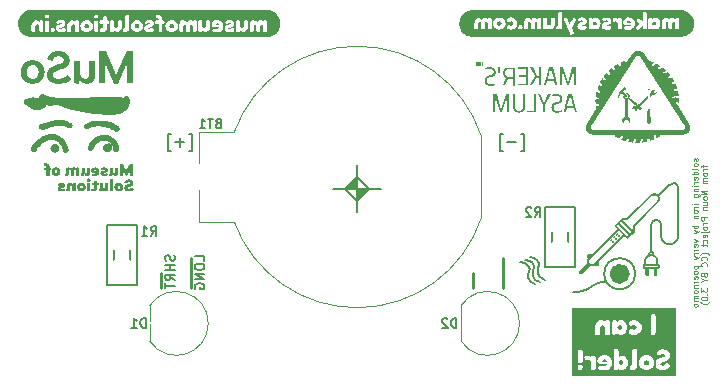
<source format=gbr>
%TF.GenerationSoftware,KiCad,Pcbnew,7.0.9-7.0.9~ubuntu22.04.1*%
%TF.CreationDate,2023-11-20T19:54:57+05:30*%
%TF.ProjectId,MAP4,4d415034-2e6b-4696-9361-645f70636258,1*%
%TF.SameCoordinates,Original*%
%TF.FileFunction,Legend,Bot*%
%TF.FilePolarity,Positive*%
%FSLAX46Y46*%
G04 Gerber Fmt 4.6, Leading zero omitted, Abs format (unit mm)*
G04 Created by KiCad (PCBNEW 7.0.9-7.0.9~ubuntu22.04.1) date 2023-11-20 19:54:57*
%MOMM*%
%LPD*%
G01*
G04 APERTURE LIST*
%ADD10C,0.000000*%
%ADD11C,0.150000*%
%ADD12C,0.875002*%
%ADD13C,0.060000*%
%ADD14C,0.254000*%
%ADD15C,0.101600*%
%ADD16C,0.203200*%
%ADD17C,0.127000*%
%ADD18C,1.600000*%
%ADD19C,2.500000*%
%ADD20C,1.800000*%
%ADD21O,12.400000X3.400000*%
%ADD22R,1.450000X1.000000*%
G04 APERTURE END LIST*
D10*
G36*
X106037774Y-81197705D02*
G01*
X106048106Y-81198198D01*
X106058123Y-81199010D01*
X106067829Y-81200136D01*
X106077229Y-81201569D01*
X106086329Y-81203302D01*
X106095134Y-81205329D01*
X106103647Y-81207643D01*
X106111875Y-81210238D01*
X106119823Y-81213107D01*
X106127494Y-81216244D01*
X106134895Y-81219641D01*
X106142031Y-81223292D01*
X106148906Y-81227191D01*
X106155525Y-81231331D01*
X106161893Y-81235706D01*
X106168015Y-81240308D01*
X106173897Y-81245132D01*
X106179543Y-81250171D01*
X106184959Y-81255417D01*
X106190148Y-81260865D01*
X106195117Y-81266509D01*
X106199870Y-81272340D01*
X106204412Y-81278353D01*
X106212884Y-81290899D01*
X106220573Y-81304092D01*
X106227519Y-81317881D01*
X106233761Y-81332212D01*
X106238259Y-81332212D01*
X106238432Y-81326369D01*
X106238939Y-81319635D01*
X106239759Y-81312129D01*
X106240872Y-81303972D01*
X106243896Y-81286183D01*
X106247850Y-81267224D01*
X106252573Y-81248055D01*
X106255173Y-81238690D01*
X106257904Y-81229633D01*
X106260747Y-81221001D01*
X106263681Y-81212916D01*
X106266687Y-81205496D01*
X106269744Y-81198863D01*
X106491465Y-81206536D01*
X106491465Y-81913502D01*
X106221854Y-81913502D01*
X106221854Y-81551023D01*
X106221635Y-81539579D01*
X106220941Y-81528317D01*
X106219720Y-81517314D01*
X106217919Y-81506647D01*
X106216784Y-81501463D01*
X106215485Y-81496392D01*
X106214015Y-81491443D01*
X106212367Y-81486626D01*
X106210534Y-81481951D01*
X106208510Y-81477426D01*
X106206289Y-81473063D01*
X106203863Y-81468869D01*
X106201226Y-81464856D01*
X106198372Y-81461031D01*
X106195294Y-81457406D01*
X106191986Y-81453990D01*
X106188440Y-81450791D01*
X106184650Y-81447821D01*
X106180610Y-81445088D01*
X106176313Y-81442601D01*
X106171753Y-81440372D01*
X106166922Y-81438408D01*
X106161815Y-81436720D01*
X106156424Y-81435318D01*
X106150743Y-81434211D01*
X106144766Y-81433408D01*
X106138486Y-81432919D01*
X106131896Y-81432754D01*
X106126246Y-81432881D01*
X106120806Y-81433258D01*
X106115572Y-81433885D01*
X106110543Y-81434756D01*
X106105718Y-81435869D01*
X106101093Y-81437222D01*
X106096668Y-81438811D01*
X106092440Y-81440634D01*
X106088408Y-81442686D01*
X106084568Y-81444966D01*
X106080921Y-81447470D01*
X106077462Y-81450195D01*
X106074192Y-81453138D01*
X106071107Y-81456296D01*
X106068205Y-81459667D01*
X106065486Y-81463247D01*
X106062946Y-81467033D01*
X106060584Y-81471022D01*
X106058399Y-81475212D01*
X106056387Y-81479598D01*
X106052878Y-81488951D01*
X106050041Y-81499057D01*
X106047862Y-81509891D01*
X106046324Y-81521429D01*
X106045413Y-81533648D01*
X106045113Y-81546524D01*
X106045113Y-81913502D01*
X105775503Y-81913502D01*
X105775503Y-81551023D01*
X105775283Y-81539579D01*
X105774589Y-81528317D01*
X105773368Y-81517314D01*
X105771567Y-81506647D01*
X105770433Y-81501463D01*
X105769133Y-81496392D01*
X105767663Y-81491443D01*
X105766015Y-81486626D01*
X105764182Y-81481951D01*
X105762158Y-81477426D01*
X105759937Y-81473063D01*
X105757511Y-81468869D01*
X105754874Y-81464856D01*
X105752020Y-81461031D01*
X105748942Y-81457406D01*
X105745634Y-81453990D01*
X105742088Y-81450791D01*
X105738298Y-81447821D01*
X105734258Y-81445088D01*
X105729961Y-81442601D01*
X105725401Y-81440372D01*
X105720570Y-81438408D01*
X105715463Y-81436720D01*
X105710072Y-81435318D01*
X105704391Y-81434211D01*
X105698414Y-81433408D01*
X105692134Y-81432919D01*
X105685544Y-81432754D01*
X105679895Y-81432881D01*
X105674454Y-81433258D01*
X105669220Y-81433885D01*
X105664192Y-81434756D01*
X105659366Y-81435869D01*
X105654741Y-81437222D01*
X105650316Y-81438811D01*
X105646088Y-81440634D01*
X105642056Y-81442686D01*
X105638216Y-81444966D01*
X105634568Y-81447470D01*
X105631110Y-81450195D01*
X105627840Y-81453138D01*
X105624755Y-81456296D01*
X105621853Y-81459667D01*
X105619134Y-81463247D01*
X105616594Y-81467033D01*
X105614232Y-81471022D01*
X105612046Y-81475212D01*
X105610034Y-81479598D01*
X105606525Y-81488951D01*
X105603689Y-81499057D01*
X105601509Y-81509891D01*
X105599972Y-81521429D01*
X105599061Y-81533648D01*
X105598761Y-81546524D01*
X105598761Y-81747079D01*
X105598120Y-81766592D01*
X105596167Y-81785211D01*
X105592852Y-81802886D01*
X105590669Y-81811354D01*
X105588128Y-81819567D01*
X105585223Y-81827518D01*
X105581947Y-81835202D01*
X105578295Y-81842612D01*
X105574260Y-81849742D01*
X105569837Y-81856586D01*
X105565020Y-81863137D01*
X105559803Y-81869389D01*
X105554179Y-81875336D01*
X105548143Y-81880971D01*
X105541688Y-81886288D01*
X105534809Y-81891280D01*
X105527500Y-81895943D01*
X105519754Y-81900268D01*
X105511565Y-81904251D01*
X105502929Y-81907884D01*
X105493838Y-81911161D01*
X105484286Y-81914077D01*
X105474268Y-81916624D01*
X105463778Y-81918796D01*
X105452809Y-81920588D01*
X105441355Y-81921993D01*
X105429411Y-81923004D01*
X105416971Y-81923615D01*
X105404028Y-81923820D01*
X105387616Y-81923654D01*
X105372035Y-81923183D01*
X105357317Y-81922453D01*
X105343492Y-81921505D01*
X105330594Y-81920384D01*
X105318652Y-81919132D01*
X105307699Y-81917794D01*
X105297765Y-81916412D01*
X105288882Y-81915030D01*
X105281082Y-81913692D01*
X105268855Y-81911319D01*
X105258772Y-81909004D01*
X105267767Y-81711360D01*
X105272517Y-81712733D01*
X105275223Y-81713481D01*
X105278185Y-81714204D01*
X105281433Y-81714853D01*
X105283172Y-81715135D01*
X105284994Y-81715378D01*
X105286900Y-81715579D01*
X105288896Y-81715730D01*
X105290984Y-81715825D01*
X105293167Y-81715858D01*
X105295388Y-81715823D01*
X105297539Y-81715718D01*
X105299618Y-81715544D01*
X105301626Y-81715299D01*
X105303562Y-81714985D01*
X105305428Y-81714601D01*
X105307223Y-81714146D01*
X105308946Y-81713622D01*
X105310599Y-81713027D01*
X105312181Y-81712362D01*
X105313692Y-81711627D01*
X105315133Y-81710821D01*
X105316502Y-81709946D01*
X105317801Y-81708999D01*
X105319029Y-81707983D01*
X105320187Y-81706896D01*
X105321274Y-81705738D01*
X105322291Y-81704510D01*
X105323237Y-81703211D01*
X105324113Y-81701841D01*
X105324919Y-81700401D01*
X105325654Y-81698890D01*
X105326319Y-81697308D01*
X105326914Y-81695655D01*
X105327438Y-81693931D01*
X105327893Y-81692137D01*
X105328277Y-81690271D01*
X105328592Y-81688334D01*
X105328836Y-81686326D01*
X105329011Y-81684247D01*
X105329115Y-81682096D01*
X105329150Y-81679875D01*
X105329150Y-81477733D01*
X105330052Y-81449167D01*
X105332778Y-81421407D01*
X105334835Y-81407874D01*
X105337361Y-81394596D01*
X105340360Y-81381592D01*
X105343835Y-81368878D01*
X105347790Y-81356474D01*
X105352230Y-81344396D01*
X105357159Y-81332663D01*
X105362581Y-81321292D01*
X105368499Y-81310302D01*
X105374919Y-81299710D01*
X105381843Y-81289534D01*
X105389277Y-81279792D01*
X105397224Y-81270502D01*
X105405688Y-81261682D01*
X105414673Y-81253350D01*
X105424183Y-81245523D01*
X105434223Y-81238219D01*
X105444797Y-81231457D01*
X105455908Y-81225254D01*
X105467561Y-81219628D01*
X105479759Y-81214597D01*
X105492507Y-81210179D01*
X105505809Y-81206392D01*
X105519669Y-81203253D01*
X105534091Y-81200780D01*
X105549079Y-81198992D01*
X105564637Y-81197906D01*
X105580769Y-81197540D01*
X105592365Y-81197727D01*
X105603591Y-81198284D01*
X105614453Y-81199203D01*
X105624957Y-81200478D01*
X105635108Y-81202101D01*
X105644912Y-81204066D01*
X105654374Y-81206365D01*
X105663501Y-81208991D01*
X105672297Y-81211938D01*
X105680769Y-81215197D01*
X105688922Y-81218762D01*
X105696762Y-81222627D01*
X105704294Y-81226783D01*
X105711523Y-81231224D01*
X105718457Y-81235942D01*
X105725099Y-81240931D01*
X105731456Y-81246184D01*
X105737534Y-81251693D01*
X105743337Y-81257452D01*
X105748872Y-81263453D01*
X105754144Y-81269689D01*
X105759160Y-81276154D01*
X105763923Y-81282839D01*
X105768441Y-81289739D01*
X105776761Y-81304152D01*
X105784165Y-81319336D01*
X105790698Y-81335235D01*
X105796404Y-81351792D01*
X105803079Y-81335017D01*
X105810713Y-81318956D01*
X105819321Y-81303660D01*
X105828919Y-81289180D01*
X105839523Y-81275567D01*
X105851149Y-81262872D01*
X105863814Y-81251144D01*
X105877532Y-81240435D01*
X105892320Y-81230796D01*
X105908193Y-81222278D01*
X105925168Y-81214930D01*
X105943260Y-81208805D01*
X105962486Y-81203953D01*
X105982860Y-81200424D01*
X106004400Y-81198269D01*
X106027121Y-81197540D01*
X106037774Y-81197705D01*
G37*
G36*
X143336896Y-74260473D02*
G01*
X143168357Y-74260473D01*
X143168357Y-73675744D01*
X142793443Y-73675744D01*
X142521716Y-74257037D01*
X142339418Y-74257037D01*
X142631782Y-73641350D01*
X142605117Y-73630926D01*
X142579369Y-73618899D01*
X142566873Y-73612238D01*
X142554648Y-73605119D01*
X142542708Y-73597524D01*
X142531067Y-73589434D01*
X142519738Y-73580830D01*
X142508735Y-73571694D01*
X142498072Y-73562005D01*
X142487763Y-73551747D01*
X142477822Y-73540898D01*
X142468263Y-73529441D01*
X142459099Y-73517357D01*
X142450344Y-73504627D01*
X142442013Y-73491232D01*
X142434119Y-73477152D01*
X142426676Y-73462370D01*
X142419697Y-73446866D01*
X142413198Y-73430621D01*
X142407190Y-73413617D01*
X142401689Y-73395835D01*
X142396709Y-73377255D01*
X142392262Y-73357858D01*
X142388364Y-73337627D01*
X142385027Y-73316542D01*
X142382265Y-73294583D01*
X142380094Y-73271733D01*
X142378525Y-73247973D01*
X142377574Y-73223282D01*
X142377254Y-73197645D01*
X142549233Y-73197645D01*
X142550285Y-73238197D01*
X142553458Y-73276023D01*
X142558778Y-73311139D01*
X142562251Y-73327685D01*
X142566269Y-73343559D01*
X142570837Y-73358763D01*
X142575958Y-73373298D01*
X142581633Y-73387167D01*
X142587868Y-73400372D01*
X142594664Y-73412915D01*
X142602025Y-73424796D01*
X142609954Y-73436019D01*
X142618454Y-73446585D01*
X142627529Y-73456496D01*
X142637181Y-73465754D01*
X142647414Y-73474360D01*
X142658231Y-73482317D01*
X142669635Y-73489627D01*
X142681629Y-73496291D01*
X142694216Y-73502312D01*
X142707400Y-73507691D01*
X142721183Y-73512430D01*
X142735569Y-73516531D01*
X142750561Y-73519996D01*
X142766161Y-73522826D01*
X142782374Y-73525025D01*
X142799202Y-73526593D01*
X142834718Y-73527845D01*
X143168357Y-73527845D01*
X143168357Y-72881203D01*
X142834718Y-72881203D01*
X142816649Y-72881506D01*
X142799202Y-72882414D01*
X142782374Y-72883930D01*
X142766161Y-72886054D01*
X142750560Y-72888787D01*
X142735568Y-72892132D01*
X142721182Y-72896088D01*
X142707399Y-72900658D01*
X142694216Y-72905843D01*
X142681628Y-72911644D01*
X142669635Y-72918062D01*
X142658231Y-72925098D01*
X142647414Y-72932754D01*
X142637181Y-72941032D01*
X142627529Y-72949931D01*
X142618454Y-72959454D01*
X142609954Y-72969601D01*
X142602024Y-72980375D01*
X142594663Y-72991776D01*
X142587867Y-73003806D01*
X142581633Y-73016465D01*
X142575957Y-73029755D01*
X142570837Y-73043678D01*
X142566269Y-73058234D01*
X142562251Y-73073426D01*
X142558778Y-73089253D01*
X142555848Y-73105718D01*
X142553458Y-73122821D01*
X142551605Y-73140564D01*
X142550285Y-73158948D01*
X142549233Y-73197645D01*
X142377254Y-73197645D01*
X142377254Y-73197643D01*
X142377717Y-73168177D01*
X142379104Y-73139752D01*
X142381411Y-73112361D01*
X142384637Y-73085998D01*
X142388777Y-73060655D01*
X142393828Y-73036325D01*
X142399787Y-73013001D01*
X142406651Y-72990677D01*
X142414418Y-72969346D01*
X142423083Y-72949000D01*
X142432643Y-72929633D01*
X142443096Y-72911237D01*
X142454438Y-72893807D01*
X142466667Y-72877334D01*
X142479778Y-72861813D01*
X142493769Y-72847235D01*
X142508637Y-72833595D01*
X142524379Y-72820885D01*
X142540991Y-72809098D01*
X142558470Y-72798228D01*
X142576813Y-72788267D01*
X142596017Y-72779208D01*
X142616079Y-72771046D01*
X142636996Y-72763771D01*
X142658764Y-72757379D01*
X142681380Y-72751861D01*
X142704842Y-72747211D01*
X142729145Y-72743423D01*
X142754288Y-72740488D01*
X142780266Y-72738400D01*
X142834718Y-72736738D01*
X143336896Y-72736738D01*
X143336896Y-72881203D01*
X143336896Y-74260473D01*
G37*
G36*
X145135798Y-76530602D02*
G01*
X144368771Y-76530602D01*
X144368771Y-76382701D01*
X144967259Y-76382701D01*
X144967259Y-75006867D01*
X145135798Y-75006867D01*
X145135798Y-76530602D01*
G37*
G36*
X140282548Y-72495972D02*
G01*
X140365099Y-72238003D01*
X140454528Y-72238003D01*
X140451086Y-72609477D01*
X140385735Y-72609477D01*
X140385735Y-72330872D01*
X140306624Y-72588841D01*
X140255031Y-72588841D01*
X140172482Y-72330872D01*
X140172482Y-72609477D01*
X140107131Y-72609477D01*
X140107131Y-72238003D01*
X140196559Y-72238003D01*
X140282548Y-72495972D01*
G37*
D11*
X145300000Y-90200000D02*
X145300000Y-89800000D01*
X131000000Y-83000000D02*
X130000000Y-82000000D01*
X130000000Y-84000000D02*
X130000000Y-83000000D01*
X131000000Y-83000000D01*
X130000000Y-84000000D01*
G36*
X130000000Y-84000000D02*
G01*
X130000000Y-83000000D01*
X131000000Y-83000000D01*
X130000000Y-84000000D01*
G37*
X153546666Y-90192892D02*
G75*
G03*
X153546666Y-90192892I-1315296J0D01*
G01*
X151100000Y-90900000D02*
X150675735Y-90899999D01*
D10*
G36*
X108494892Y-82866531D02*
G01*
X108495227Y-82878454D01*
X108496237Y-82890072D01*
X108496995Y-82895746D01*
X108497923Y-82901320D01*
X108499022Y-82906785D01*
X108500291Y-82912134D01*
X108501732Y-82917358D01*
X108503344Y-82922450D01*
X108505129Y-82927402D01*
X108507086Y-82932205D01*
X108509217Y-82936852D01*
X108511522Y-82941335D01*
X108514000Y-82945645D01*
X108516654Y-82949775D01*
X108519482Y-82953716D01*
X108522486Y-82957461D01*
X108525667Y-82961002D01*
X108529024Y-82964330D01*
X108532558Y-82967438D01*
X108536270Y-82970318D01*
X108540160Y-82972961D01*
X108544228Y-82975360D01*
X108548476Y-82977507D01*
X108552903Y-82979394D01*
X108557510Y-82981012D01*
X108562297Y-82982354D01*
X108567266Y-82983411D01*
X108572416Y-82984177D01*
X108577748Y-82984642D01*
X108583262Y-82984799D01*
X108588944Y-82984667D01*
X108594432Y-82984277D01*
X108599726Y-82983630D01*
X108604827Y-82982732D01*
X108609737Y-82981585D01*
X108614456Y-82980194D01*
X108618985Y-82978563D01*
X108623326Y-82976696D01*
X108627478Y-82974596D01*
X108631444Y-82972267D01*
X108635223Y-82969714D01*
X108638817Y-82966939D01*
X108642227Y-82963948D01*
X108645453Y-82960743D01*
X108648497Y-82957329D01*
X108651359Y-82953710D01*
X108654041Y-82949889D01*
X108656543Y-82945871D01*
X108658866Y-82941658D01*
X108661012Y-82937256D01*
X108662980Y-82932668D01*
X108664773Y-82927898D01*
X108667834Y-82917826D01*
X108670202Y-82907073D01*
X108671884Y-82895668D01*
X108672888Y-82883643D01*
X108673221Y-82871029D01*
X108673221Y-82504052D01*
X108942831Y-82504052D01*
X108942831Y-82940084D01*
X108941946Y-82968390D01*
X108939263Y-82995956D01*
X108934737Y-83022633D01*
X108931769Y-83035591D01*
X108928325Y-83048270D01*
X108924397Y-83060653D01*
X108919982Y-83072719D01*
X108915073Y-83084451D01*
X108909666Y-83095829D01*
X108903754Y-83106835D01*
X108897332Y-83117449D01*
X108890394Y-83127654D01*
X108882936Y-83137431D01*
X108874952Y-83146760D01*
X108866435Y-83155623D01*
X108857382Y-83164002D01*
X108847785Y-83171877D01*
X108837641Y-83179230D01*
X108826942Y-83186041D01*
X108815685Y-83192293D01*
X108803863Y-83197967D01*
X108791471Y-83203043D01*
X108778503Y-83207503D01*
X108764954Y-83211328D01*
X108750818Y-83214500D01*
X108736091Y-83217000D01*
X108720766Y-83218809D01*
X108704838Y-83219908D01*
X108688302Y-83220278D01*
X108677649Y-83220117D01*
X108667317Y-83219635D01*
X108657300Y-83218841D01*
X108647594Y-83217739D01*
X108638193Y-83216336D01*
X108629093Y-83214638D01*
X108620289Y-83212651D01*
X108611775Y-83210381D01*
X108603547Y-83207835D01*
X108595600Y-83205018D01*
X108587928Y-83201936D01*
X108580527Y-83198596D01*
X108573392Y-83195004D01*
X108566517Y-83191165D01*
X108559898Y-83187087D01*
X108553530Y-83182774D01*
X108547407Y-83178233D01*
X108541525Y-83173471D01*
X108535879Y-83168493D01*
X108530464Y-83163305D01*
X108525274Y-83157914D01*
X108520306Y-83152326D01*
X108515553Y-83146546D01*
X108511010Y-83140581D01*
X108502538Y-83128120D01*
X108494850Y-83114992D01*
X108487904Y-83101245D01*
X108481663Y-83086929D01*
X108477164Y-83086929D01*
X108473622Y-83102728D01*
X108469114Y-83117575D01*
X108463593Y-83131461D01*
X108457011Y-83144376D01*
X108453307Y-83150467D01*
X108449320Y-83156312D01*
X108445044Y-83161909D01*
X108440474Y-83167258D01*
X108435602Y-83172358D01*
X108430423Y-83177207D01*
X108424932Y-83181803D01*
X108419121Y-83186147D01*
X108412986Y-83190237D01*
X108406520Y-83194071D01*
X108399718Y-83197648D01*
X108392573Y-83200968D01*
X108385079Y-83204029D01*
X108377230Y-83206830D01*
X108360446Y-83211646D01*
X108342171Y-83215409D01*
X108322360Y-83218108D01*
X108300962Y-83219734D01*
X108277933Y-83220278D01*
X108264694Y-83220109D01*
X108251995Y-83219630D01*
X108239879Y-83218887D01*
X108228389Y-83217922D01*
X108217569Y-83216780D01*
X108207462Y-83215506D01*
X108198112Y-83214144D01*
X108189562Y-83212737D01*
X108181855Y-83211331D01*
X108175034Y-83209969D01*
X108164228Y-83207553D01*
X108155166Y-83205197D01*
X108164162Y-83008877D01*
X108167467Y-83009906D01*
X108170661Y-83010807D01*
X108173780Y-83011579D01*
X108176862Y-83012217D01*
X108178401Y-83012485D01*
X108179944Y-83012718D01*
X108181497Y-83012917D01*
X108183063Y-83013080D01*
X108184648Y-83013208D01*
X108186257Y-83013300D01*
X108187893Y-83013355D01*
X108189562Y-83013374D01*
X108193672Y-83013248D01*
X108197565Y-83012866D01*
X108199428Y-83012576D01*
X108201234Y-83012219D01*
X108202982Y-83011794D01*
X108204672Y-83011299D01*
X108206303Y-83010733D01*
X108207873Y-83010096D01*
X108209383Y-83009386D01*
X108210830Y-83008602D01*
X108212215Y-83007744D01*
X108213537Y-83006810D01*
X108214795Y-83005798D01*
X108215987Y-83004709D01*
X108217114Y-83003541D01*
X108218174Y-83002293D01*
X108219166Y-83000963D01*
X108220090Y-82999551D01*
X108220945Y-82998056D01*
X108221729Y-82996476D01*
X108222443Y-82994811D01*
X108223085Y-82993060D01*
X108223655Y-82991220D01*
X108224152Y-82989292D01*
X108224574Y-82987275D01*
X108224922Y-82985166D01*
X108225193Y-82982966D01*
X108225388Y-82980673D01*
X108225506Y-82978286D01*
X108225545Y-82975804D01*
X108225545Y-82504052D01*
X108494892Y-82504052D01*
X108494892Y-82866531D01*
G37*
D11*
X130000000Y-84000000D02*
X129000000Y-83000000D01*
D10*
G36*
X148623535Y-76530602D02*
G01*
X148454997Y-76530602D01*
X148348369Y-76141930D01*
X147777398Y-76141930D01*
X147670771Y-76530602D01*
X147502232Y-76530602D01*
X147640312Y-75994026D01*
X147811795Y-75994026D01*
X148313973Y-75994026D01*
X148093840Y-75158208D01*
X148028488Y-75158208D01*
X147811795Y-75994026D01*
X147640312Y-75994026D01*
X147894343Y-75006867D01*
X148227984Y-75006867D01*
X148484243Y-75994026D01*
X148623535Y-76530602D01*
G37*
G36*
X111034626Y-80140000D02*
G01*
X101530000Y-80140000D01*
X101530000Y-79733070D01*
X101936929Y-79733070D01*
X110627698Y-79733070D01*
X110627698Y-75480158D01*
X101936929Y-75480158D01*
X101936929Y-79733070D01*
X101530000Y-79733070D01*
X101530000Y-75073229D01*
X111034626Y-75073229D01*
X111034626Y-75480158D01*
X111034626Y-80140000D01*
G37*
D11*
X145300000Y-89100000D02*
X145000000Y-88900000D01*
X149049390Y-91677818D02*
X148695836Y-91748528D01*
D10*
G36*
X111043094Y-81913502D02*
G01*
X110770572Y-81913502D01*
X110770572Y-81470059D01*
X110770771Y-81452819D01*
X110771321Y-81435275D01*
X110772149Y-81418090D01*
X110773185Y-81401929D01*
X110774358Y-81387454D01*
X110775596Y-81375330D01*
X110776827Y-81366220D01*
X110777418Y-81363002D01*
X110777981Y-81360787D01*
X110770572Y-81357876D01*
X110769535Y-81362179D01*
X110767534Y-81369129D01*
X110764745Y-81378126D01*
X110761345Y-81388568D01*
X110757511Y-81399853D01*
X110753420Y-81411380D01*
X110749248Y-81422547D01*
X110745173Y-81432753D01*
X110547529Y-81922497D01*
X110406770Y-81922497D01*
X110212037Y-81432753D01*
X110207962Y-81422547D01*
X110203790Y-81411380D01*
X110199699Y-81399853D01*
X110195865Y-81388568D01*
X110192465Y-81378126D01*
X110189676Y-81369129D01*
X110187675Y-81362179D01*
X110186638Y-81357876D01*
X110179229Y-81360787D01*
X110180383Y-81366100D01*
X110181614Y-81374921D01*
X110182852Y-81386687D01*
X110184025Y-81400838D01*
X110185061Y-81416811D01*
X110185889Y-81434047D01*
X110186439Y-81451983D01*
X110186638Y-81470059D01*
X110186638Y-81913502D01*
X109910677Y-81913502D01*
X109910677Y-80925018D01*
X110205688Y-80925018D01*
X110388515Y-81330889D01*
X110402661Y-81363049D01*
X110416606Y-81395832D01*
X110429875Y-81428051D01*
X110441993Y-81458517D01*
X110452487Y-81486045D01*
X110460882Y-81509446D01*
X110466704Y-81527532D01*
X110468501Y-81534211D01*
X110469477Y-81539116D01*
X110475563Y-81539116D01*
X110478795Y-81527589D01*
X110484848Y-81509652D01*
X110493320Y-81486463D01*
X110503807Y-81459179D01*
X110515906Y-81428955D01*
X110529215Y-81396948D01*
X110543330Y-81364315D01*
X110557847Y-81332211D01*
X110746496Y-80924754D01*
X111043094Y-80924754D01*
X111043094Y-81913502D01*
G37*
G36*
X153978967Y-76059379D02*
G01*
X153982406Y-76062818D01*
X153985846Y-76066256D01*
X153989286Y-76066256D01*
X153992725Y-76069695D01*
X153996165Y-76069695D01*
X153999605Y-76073134D01*
X154003044Y-76076573D01*
X154009924Y-76080011D01*
X154016802Y-76083450D01*
X154020242Y-76086889D01*
X154023682Y-76090328D01*
X154030561Y-76093766D01*
X154034001Y-76097205D01*
X154040879Y-76100644D01*
X154047759Y-76104083D01*
X154051198Y-76107521D01*
X154058077Y-76107521D01*
X154133748Y-76131599D01*
X154140628Y-76131599D01*
X154147507Y-76135037D01*
X154150947Y-76138476D01*
X154164705Y-76138476D01*
X154164705Y-76145354D01*
X154168144Y-76148793D01*
X154168144Y-76172866D01*
X154164705Y-76179745D01*
X154161265Y-76186625D01*
X154157825Y-76193504D01*
X154154386Y-76196944D01*
X154150947Y-76200382D01*
X154130309Y-76221019D01*
X154109672Y-76241655D01*
X154089034Y-76262292D01*
X154068396Y-76282929D01*
X154047759Y-76303565D01*
X154037440Y-76313884D01*
X154027121Y-76324202D01*
X154003044Y-76344839D01*
X153978967Y-76365475D01*
X153948011Y-76355157D01*
X153937693Y-76337959D01*
X153927374Y-76320761D01*
X153906736Y-76293243D01*
X153899857Y-76282924D01*
X153892978Y-76276045D01*
X153886099Y-76269165D01*
X153879219Y-76262286D01*
X153841384Y-76227890D01*
X153827625Y-76217571D01*
X153806988Y-76200374D01*
X153806988Y-76186615D01*
X153814851Y-76182430D01*
X153822970Y-76177615D01*
X153831362Y-76172185D01*
X153840040Y-76166155D01*
X153849021Y-76159540D01*
X153858320Y-76152355D01*
X153867951Y-76144615D01*
X153877929Y-76136336D01*
X153898990Y-76118220D01*
X153921623Y-76098127D01*
X153972088Y-76052499D01*
X153978967Y-76059379D01*
G37*
G36*
X142115844Y-73232041D02*
G01*
X141971382Y-73232041D01*
X141967942Y-72729863D01*
X142122724Y-72729863D01*
X142115844Y-73232041D01*
G37*
G36*
X142201834Y-76313909D02*
G01*
X142587067Y-75006867D01*
X142886311Y-75006867D01*
X142886311Y-76530602D01*
X142728090Y-76530602D01*
X142728090Y-75158208D01*
X142693694Y-75158208D01*
X142305021Y-76475567D01*
X142098647Y-76475567D01*
X141706534Y-75158208D01*
X141675577Y-75158208D01*
X141675577Y-76530602D01*
X141517358Y-76530602D01*
X141517358Y-75006867D01*
X141809723Y-75006867D01*
X142201834Y-76313909D01*
G37*
D11*
X130000000Y-83000000D02*
X130000000Y-81000000D01*
D10*
G36*
X108595765Y-81198040D02*
G01*
X108613677Y-81198748D01*
X108631164Y-81199927D01*
X108648214Y-81201576D01*
X108664818Y-81203693D01*
X108680963Y-81206278D01*
X108696640Y-81209330D01*
X108711836Y-81212848D01*
X108726541Y-81216830D01*
X108740744Y-81221276D01*
X108754434Y-81226185D01*
X108767600Y-81231555D01*
X108780231Y-81237386D01*
X108792316Y-81243677D01*
X108803844Y-81250426D01*
X108814804Y-81257633D01*
X108825185Y-81265296D01*
X108834976Y-81273415D01*
X108844166Y-81281988D01*
X108852744Y-81291015D01*
X108860698Y-81300494D01*
X108868019Y-81310425D01*
X108874695Y-81320807D01*
X108880715Y-81331637D01*
X108886067Y-81342917D01*
X108890742Y-81354643D01*
X108894728Y-81366816D01*
X108898013Y-81379435D01*
X108900588Y-81392497D01*
X108902441Y-81406003D01*
X108903560Y-81419952D01*
X108903936Y-81434342D01*
X108902883Y-81457331D01*
X108899815Y-81478628D01*
X108894864Y-81498312D01*
X108888167Y-81516462D01*
X108879857Y-81533159D01*
X108870069Y-81548481D01*
X108858937Y-81562508D01*
X108846596Y-81575319D01*
X108833179Y-81586995D01*
X108818822Y-81597614D01*
X108803658Y-81607256D01*
X108787822Y-81616000D01*
X108771449Y-81623927D01*
X108754672Y-81631115D01*
X108720447Y-81643594D01*
X108594299Y-81679871D01*
X108570825Y-81688710D01*
X108561037Y-81693533D01*
X108552727Y-81698730D01*
X108546030Y-81704381D01*
X108541080Y-81710566D01*
X108538012Y-81717364D01*
X108536959Y-81724854D01*
X108537020Y-81726510D01*
X108537204Y-81728105D01*
X108537510Y-81729638D01*
X108537939Y-81731111D01*
X108538491Y-81732525D01*
X108539165Y-81733879D01*
X108539962Y-81735175D01*
X108540882Y-81736413D01*
X108541925Y-81737594D01*
X108543091Y-81738718D01*
X108545791Y-81740798D01*
X108548983Y-81742657D01*
X108552669Y-81744301D01*
X108556847Y-81745734D01*
X108561518Y-81746961D01*
X108566683Y-81747987D01*
X108572343Y-81748816D01*
X108578497Y-81749452D01*
X108585146Y-81749901D01*
X108592290Y-81750167D01*
X108599930Y-81750254D01*
X108609937Y-81750005D01*
X108619998Y-81749280D01*
X108630090Y-81748109D01*
X108640188Y-81746525D01*
X108650267Y-81744560D01*
X108660303Y-81742245D01*
X108670271Y-81739613D01*
X108680148Y-81736694D01*
X108689908Y-81733521D01*
X108699528Y-81730126D01*
X108718248Y-81722795D01*
X108736112Y-81714956D01*
X108752925Y-81706862D01*
X108768491Y-81698768D01*
X108782616Y-81690929D01*
X108795103Y-81683598D01*
X108805759Y-81677030D01*
X108820790Y-81667199D01*
X108826148Y-81663470D01*
X108937008Y-81817723D01*
X108932132Y-81822225D01*
X108917144Y-81834094D01*
X108905691Y-81842023D01*
X108891509Y-81850874D01*
X108874531Y-81860338D01*
X108854690Y-81870110D01*
X108831919Y-81879881D01*
X108806151Y-81889346D01*
X108777319Y-81898196D01*
X108745355Y-81906126D01*
X108710193Y-81912828D01*
X108671766Y-81917995D01*
X108630007Y-81921320D01*
X108584848Y-81922497D01*
X108565204Y-81922222D01*
X108546158Y-81921405D01*
X108527712Y-81920057D01*
X108509868Y-81918190D01*
X108492628Y-81915814D01*
X108475993Y-81912941D01*
X108459964Y-81909583D01*
X108444544Y-81905750D01*
X108429734Y-81901454D01*
X108415536Y-81896706D01*
X108401951Y-81891517D01*
X108388981Y-81885899D01*
X108376627Y-81879863D01*
X108364892Y-81873421D01*
X108353777Y-81866583D01*
X108343283Y-81859361D01*
X108333413Y-81851766D01*
X108324167Y-81843809D01*
X108315548Y-81835502D01*
X108307557Y-81826857D01*
X108300196Y-81817883D01*
X108293466Y-81808593D01*
X108287370Y-81798998D01*
X108281908Y-81789110D01*
X108277083Y-81778938D01*
X108272895Y-81768496D01*
X108269348Y-81757793D01*
X108266441Y-81746842D01*
X108264178Y-81735653D01*
X108262559Y-81724239D01*
X108261587Y-81712609D01*
X108261262Y-81700776D01*
X108262414Y-81676166D01*
X108265770Y-81653659D01*
X108271184Y-81633143D01*
X108278509Y-81614510D01*
X108287598Y-81597649D01*
X108298303Y-81582450D01*
X108310479Y-81568803D01*
X108323977Y-81556599D01*
X108338651Y-81545726D01*
X108354354Y-81536076D01*
X108370939Y-81527537D01*
X108388259Y-81520001D01*
X108406167Y-81513356D01*
X108424516Y-81507494D01*
X108461949Y-81497675D01*
X108535639Y-81482580D01*
X108569544Y-81475543D01*
X108599921Y-81467674D01*
X108613419Y-81463152D01*
X108625595Y-81458091D01*
X108636300Y-81452382D01*
X108645389Y-81445915D01*
X108652714Y-81438580D01*
X108658128Y-81430266D01*
X108661484Y-81420864D01*
X108662636Y-81410263D01*
X108662356Y-81404981D01*
X108661513Y-81399865D01*
X108660878Y-81397377D01*
X108660102Y-81394940D01*
X108659181Y-81392556D01*
X108658117Y-81390230D01*
X108656908Y-81387962D01*
X108655554Y-81385758D01*
X108654055Y-81383619D01*
X108652408Y-81381549D01*
X108650615Y-81379551D01*
X108648674Y-81377627D01*
X108646585Y-81375781D01*
X108644347Y-81374016D01*
X108641959Y-81372334D01*
X108639420Y-81370739D01*
X108636731Y-81369234D01*
X108633891Y-81367822D01*
X108627753Y-81365287D01*
X108621001Y-81363159D01*
X108613631Y-81361463D01*
X108605638Y-81360221D01*
X108597015Y-81359458D01*
X108587759Y-81359199D01*
X108582935Y-81359286D01*
X108578285Y-81359545D01*
X108573808Y-81359971D01*
X108569501Y-81360563D01*
X108565364Y-81361315D01*
X108561396Y-81362225D01*
X108557594Y-81363289D01*
X108553959Y-81364503D01*
X108550487Y-81365864D01*
X108547179Y-81367369D01*
X108544032Y-81369013D01*
X108541046Y-81370794D01*
X108538218Y-81372707D01*
X108535548Y-81374750D01*
X108533034Y-81376918D01*
X108530675Y-81379208D01*
X108528470Y-81381617D01*
X108526416Y-81384141D01*
X108524514Y-81386777D01*
X108522761Y-81389520D01*
X108521155Y-81392368D01*
X108519697Y-81395317D01*
X108518384Y-81398363D01*
X108517215Y-81401503D01*
X108516188Y-81404734D01*
X108515303Y-81408051D01*
X108514558Y-81411451D01*
X108513951Y-81414931D01*
X108513481Y-81418488D01*
X108513147Y-81422116D01*
X108512882Y-81429578D01*
X108512900Y-81431524D01*
X108512950Y-81433390D01*
X108513029Y-81435170D01*
X108513130Y-81436859D01*
X108513250Y-81438449D01*
X108513385Y-81439936D01*
X108513528Y-81441314D01*
X108513676Y-81442576D01*
X108513968Y-81444733D01*
X108514222Y-81446359D01*
X108514469Y-81447835D01*
X108282429Y-81435929D01*
X108281479Y-81432675D01*
X108280504Y-81428743D01*
X108279387Y-81423394D01*
X108278270Y-81416718D01*
X108277295Y-81408805D01*
X108276906Y-81404412D01*
X108276606Y-81399744D01*
X108276412Y-81394812D01*
X108276344Y-81389627D01*
X108276711Y-81379183D01*
X108277801Y-81368941D01*
X108279602Y-81358911D01*
X108282098Y-81349099D01*
X108285276Y-81339515D01*
X108289121Y-81330168D01*
X108293620Y-81321065D01*
X108298759Y-81312215D01*
X108304524Y-81303627D01*
X108310899Y-81295309D01*
X108317873Y-81287269D01*
X108325429Y-81279517D01*
X108342237Y-81264907D01*
X108361209Y-81251547D01*
X108382234Y-81239505D01*
X108405199Y-81228848D01*
X108429992Y-81219645D01*
X108456500Y-81211963D01*
X108484612Y-81205870D01*
X108514214Y-81201434D01*
X108545194Y-81198723D01*
X108577440Y-81197804D01*
X108595765Y-81198040D01*
G37*
D11*
X150675735Y-90899999D02*
X150251472Y-91041422D01*
D10*
G36*
X147849630Y-74040343D02*
G01*
X148238303Y-72733302D01*
X148534107Y-72733302D01*
X148534107Y-74257037D01*
X148375886Y-74257037D01*
X148375886Y-72884644D01*
X148341490Y-72884644D01*
X147956257Y-74202004D01*
X147746442Y-74202004D01*
X147357770Y-72884644D01*
X147326813Y-72884644D01*
X147326813Y-74257037D01*
X147165152Y-74257037D01*
X147165152Y-72733302D01*
X147460957Y-72733302D01*
X147849630Y-74040343D01*
G37*
G36*
X108427654Y-77238050D02*
G01*
X108607035Y-77258177D01*
X108784818Y-77289556D01*
X108960378Y-77332213D01*
X109133087Y-77386175D01*
X109302319Y-77451470D01*
X109467447Y-77528125D01*
X109627844Y-77616167D01*
X109782883Y-77715623D01*
X109793000Y-77722930D01*
X109802755Y-77730603D01*
X109812138Y-77738626D01*
X109821137Y-77746985D01*
X109829740Y-77755663D01*
X109837937Y-77764645D01*
X109845717Y-77773916D01*
X109853068Y-77783460D01*
X109859979Y-77793261D01*
X109866439Y-77803305D01*
X109872437Y-77813576D01*
X109877961Y-77824058D01*
X109883000Y-77834736D01*
X109887544Y-77845595D01*
X109891581Y-77856618D01*
X109895099Y-77867791D01*
X109898088Y-77879099D01*
X109900537Y-77890525D01*
X109902433Y-77902054D01*
X109903767Y-77913670D01*
X109904526Y-77925359D01*
X109904700Y-77937105D01*
X109904278Y-77948893D01*
X109903248Y-77960706D01*
X109901598Y-77972529D01*
X109899319Y-77984348D01*
X109896398Y-77996146D01*
X109892825Y-78007908D01*
X109888588Y-78019619D01*
X109883676Y-78031263D01*
X109878078Y-78042825D01*
X109871783Y-78054289D01*
X109865490Y-78064352D01*
X109858637Y-78074092D01*
X109851251Y-78083494D01*
X109843361Y-78092543D01*
X109834995Y-78101225D01*
X109826182Y-78109525D01*
X109816950Y-78117428D01*
X109807327Y-78124921D01*
X109797342Y-78131987D01*
X109787023Y-78138613D01*
X109776398Y-78144783D01*
X109765496Y-78150483D01*
X109754344Y-78155699D01*
X109742972Y-78160416D01*
X109731408Y-78164618D01*
X109719680Y-78168292D01*
X109707816Y-78171422D01*
X109695845Y-78173994D01*
X109683794Y-78175994D01*
X109671694Y-78177406D01*
X109659571Y-78178216D01*
X109647454Y-78178409D01*
X109635371Y-78177971D01*
X109623351Y-78176886D01*
X109611422Y-78175141D01*
X109599613Y-78172720D01*
X109587951Y-78169610D01*
X109576466Y-78165794D01*
X109565184Y-78161259D01*
X109554136Y-78155989D01*
X109543349Y-78149971D01*
X109532851Y-78143189D01*
X109407284Y-78062162D01*
X109277003Y-77989333D01*
X109142548Y-77924836D01*
X109004458Y-77868808D01*
X108863272Y-77821384D01*
X108719529Y-77782699D01*
X108573768Y-77752891D01*
X108426529Y-77732093D01*
X108278351Y-77720442D01*
X108129772Y-77718073D01*
X107981331Y-77725122D01*
X107833569Y-77741725D01*
X107687024Y-77768017D01*
X107542234Y-77804135D01*
X107399740Y-77850213D01*
X107260081Y-77906387D01*
X107236976Y-77915693D01*
X107213494Y-77923240D01*
X107189769Y-77928980D01*
X107165939Y-77932865D01*
X107142140Y-77934849D01*
X107118508Y-77934882D01*
X107095181Y-77932918D01*
X107072293Y-77928909D01*
X107061057Y-77926123D01*
X107049982Y-77922807D01*
X107039086Y-77918956D01*
X107028385Y-77914564D01*
X107017896Y-77909625D01*
X107007637Y-77904133D01*
X106997624Y-77898082D01*
X106987875Y-77891466D01*
X106978406Y-77884280D01*
X106969235Y-77876516D01*
X106960379Y-77868170D01*
X106951854Y-77859234D01*
X106943678Y-77849705D01*
X106935869Y-77839574D01*
X106928442Y-77828837D01*
X106921415Y-77817487D01*
X106915897Y-77807405D01*
X106910902Y-77796929D01*
X106906433Y-77786094D01*
X106902489Y-77774936D01*
X106899072Y-77763493D01*
X106896184Y-77751800D01*
X106891996Y-77727810D01*
X106889936Y-77703255D01*
X106890012Y-77678426D01*
X106892233Y-77653612D01*
X106896610Y-77629104D01*
X106899609Y-77617055D01*
X106903151Y-77605191D01*
X106907235Y-77593548D01*
X106911865Y-77582163D01*
X106917040Y-77571072D01*
X106922762Y-77560310D01*
X106929032Y-77549915D01*
X106935851Y-77539923D01*
X106943220Y-77530369D01*
X106951141Y-77521290D01*
X106959615Y-77512723D01*
X106968642Y-77504702D01*
X106978225Y-77497266D01*
X106988363Y-77490449D01*
X106999059Y-77484289D01*
X107010314Y-77478821D01*
X107179911Y-77409915D01*
X107352924Y-77352043D01*
X107528727Y-77305233D01*
X107706693Y-77269511D01*
X107886196Y-77244904D01*
X108066608Y-77231441D01*
X108247303Y-77229147D01*
X108427654Y-77238050D01*
G37*
G36*
X154608411Y-75395540D02*
G01*
X154042599Y-75891269D01*
X153837407Y-76074158D01*
X153777657Y-76129185D01*
X153755394Y-76152248D01*
X153751309Y-76187074D01*
X153747171Y-76214161D01*
X153744296Y-76229276D01*
X153740776Y-76245117D01*
X153736530Y-76261442D01*
X153731478Y-76278008D01*
X153725539Y-76294575D01*
X153718633Y-76310899D01*
X153714793Y-76318895D01*
X153710679Y-76326740D01*
X153706284Y-76334403D01*
X153701597Y-76341855D01*
X153696607Y-76349065D01*
X153691305Y-76356003D01*
X153685681Y-76362638D01*
X153679723Y-76368941D01*
X153670736Y-76377572D01*
X153661840Y-76385427D01*
X153653045Y-76392537D01*
X153644360Y-76398931D01*
X153635796Y-76404639D01*
X153627364Y-76409693D01*
X153619072Y-76414121D01*
X153610932Y-76417956D01*
X153602952Y-76421226D01*
X153595145Y-76423961D01*
X153587518Y-76426193D01*
X153580083Y-76427952D01*
X153572849Y-76429267D01*
X153565828Y-76430168D01*
X153559027Y-76430687D01*
X153552459Y-76430854D01*
X153549879Y-76430814D01*
X153547299Y-76430699D01*
X153544720Y-76430514D01*
X153542140Y-76430263D01*
X153536981Y-76429584D01*
X153531821Y-76428704D01*
X153526662Y-76427663D01*
X153521502Y-76426500D01*
X153511183Y-76423974D01*
X153503609Y-76423175D01*
X153496377Y-76422100D01*
X153489508Y-76420793D01*
X153483022Y-76419299D01*
X153476939Y-76417664D01*
X153471279Y-76415933D01*
X153466062Y-76414152D01*
X153461309Y-76412366D01*
X153453275Y-76408960D01*
X153447336Y-76406078D01*
X153442392Y-76403337D01*
X153555898Y-76293270D01*
X153555576Y-76285666D01*
X153554991Y-76279394D01*
X153553963Y-76271773D01*
X153552371Y-76263023D01*
X153550094Y-76253366D01*
X153547010Y-76243024D01*
X153543000Y-76232218D01*
X153540609Y-76226711D01*
X153537941Y-76221170D01*
X153534981Y-76215625D01*
X153531714Y-76210103D01*
X153528124Y-76204630D01*
X153524196Y-76199236D01*
X153519916Y-76193948D01*
X153515268Y-76188793D01*
X153510237Y-76183800D01*
X153504808Y-76178995D01*
X153498966Y-76174407D01*
X153492696Y-76170063D01*
X153485982Y-76165992D01*
X153478810Y-76162220D01*
X153471164Y-76158776D01*
X153463029Y-76155687D01*
X153346084Y-76262313D01*
X153304809Y-76258874D01*
X153305035Y-76258848D01*
X153305092Y-76258143D01*
X153304815Y-76254797D01*
X153303572Y-76241086D01*
X153303100Y-76231134D01*
X153303055Y-76219394D01*
X153303686Y-76206071D01*
X153305239Y-76191373D01*
X153306438Y-76183573D01*
X153307960Y-76175506D01*
X153309836Y-76167199D01*
X153312098Y-76158677D01*
X153314774Y-76149966D01*
X153317898Y-76141092D01*
X153321498Y-76132080D01*
X153325607Y-76122958D01*
X153330255Y-76113749D01*
X153335474Y-76104481D01*
X153341292Y-76095178D01*
X153347743Y-76085868D01*
X153354856Y-76076575D01*
X153362663Y-76067326D01*
X153371194Y-76058145D01*
X153380480Y-76049060D01*
X153388520Y-76042225D01*
X153396516Y-76035894D01*
X153404463Y-76030048D01*
X153412356Y-76024668D01*
X153420192Y-76019733D01*
X153427965Y-76015225D01*
X153443306Y-76007409D01*
X153458345Y-76001065D01*
X153473046Y-75996036D01*
X153487374Y-75992165D01*
X153501295Y-75989298D01*
X153514772Y-75987277D01*
X153527770Y-75985946D01*
X153540255Y-75985149D01*
X153552190Y-75984729D01*
X153574272Y-75984400D01*
X153593734Y-75983708D01*
X153614840Y-75973068D01*
X153646503Y-75952113D01*
X153687668Y-75921818D01*
X153737282Y-75883154D01*
X153857648Y-75784609D01*
X153999174Y-75664257D01*
X154153438Y-75529878D01*
X154312015Y-75389252D01*
X154466481Y-75250157D01*
X154608411Y-75120373D01*
X154608411Y-75395540D01*
G37*
D11*
X149897918Y-91253553D02*
X149544365Y-91465687D01*
D10*
G36*
X110701198Y-82210796D02*
G01*
X110722063Y-82212073D01*
X110742407Y-82214174D01*
X110762216Y-82217076D01*
X110781481Y-82220755D01*
X110800191Y-82225188D01*
X110818334Y-82230352D01*
X110835899Y-82236224D01*
X110852877Y-82242780D01*
X110869255Y-82249999D01*
X110885023Y-82257856D01*
X110900169Y-82266329D01*
X110914684Y-82275394D01*
X110928555Y-82285028D01*
X110941773Y-82295209D01*
X110954325Y-82305912D01*
X110966202Y-82317116D01*
X110977391Y-82328796D01*
X110987883Y-82340931D01*
X110997666Y-82353496D01*
X111006730Y-82366468D01*
X111015062Y-82379825D01*
X111022653Y-82393543D01*
X111029492Y-82407599D01*
X111035567Y-82421971D01*
X111040867Y-82436634D01*
X111045382Y-82451566D01*
X111049101Y-82466744D01*
X111052012Y-82482145D01*
X111054105Y-82497745D01*
X111055369Y-82513522D01*
X111055793Y-82529452D01*
X111054392Y-82561882D01*
X111050308Y-82591834D01*
X111043719Y-82619431D01*
X111034806Y-82644794D01*
X111023746Y-82668047D01*
X111010719Y-82689310D01*
X110995903Y-82708707D01*
X110979477Y-82726359D01*
X110961621Y-82742389D01*
X110942512Y-82756918D01*
X110922330Y-82770070D01*
X110901254Y-82781966D01*
X110879462Y-82792728D01*
X110857134Y-82802479D01*
X110811583Y-82819434D01*
X110766032Y-82833810D01*
X110721912Y-82846584D01*
X110680654Y-82858733D01*
X110643688Y-82871235D01*
X110627263Y-82877924D01*
X110612447Y-82885067D01*
X110599419Y-82892787D01*
X110588360Y-82901207D01*
X110579446Y-82910447D01*
X110572858Y-82920631D01*
X110568774Y-82931881D01*
X110567373Y-82944319D01*
X110567695Y-82951403D01*
X110568684Y-82958066D01*
X110570376Y-82964304D01*
X110571496Y-82967262D01*
X110572805Y-82970112D01*
X110574307Y-82972852D01*
X110576006Y-82975483D01*
X110577907Y-82978004D01*
X110580014Y-82980414D01*
X110582331Y-82982713D01*
X110584863Y-82984900D01*
X110587615Y-82986974D01*
X110590590Y-82988934D01*
X110593792Y-82990781D01*
X110597227Y-82992513D01*
X110604812Y-82995631D01*
X110613378Y-82998283D01*
X110622959Y-83000464D01*
X110633593Y-83002169D01*
X110645312Y-83003393D01*
X110658151Y-83004132D01*
X110672147Y-83004379D01*
X110682685Y-83004133D01*
X110693253Y-83003411D01*
X110703837Y-83002234D01*
X110714423Y-83000627D01*
X110724998Y-82998611D01*
X110735545Y-82996210D01*
X110746052Y-82993445D01*
X110756504Y-82990339D01*
X110777186Y-82983198D01*
X110797475Y-82974967D01*
X110817258Y-82965827D01*
X110836421Y-82955961D01*
X110854849Y-82945548D01*
X110872428Y-82934772D01*
X110889043Y-82923812D01*
X110904580Y-82912851D01*
X110918925Y-82902069D01*
X110931964Y-82891649D01*
X110943582Y-82881771D01*
X110953664Y-82872618D01*
X111114002Y-83067350D01*
X111089949Y-83086961D01*
X111057166Y-83110676D01*
X111037539Y-83123426D01*
X111015775Y-83136425D01*
X110991891Y-83149415D01*
X110965901Y-83162137D01*
X110937822Y-83174332D01*
X110907668Y-83185741D01*
X110875455Y-83196105D01*
X110841200Y-83205165D01*
X110804916Y-83212663D01*
X110766620Y-83218338D01*
X110726328Y-83221934D01*
X110684054Y-83223190D01*
X110657891Y-83222794D01*
X110632724Y-83221623D01*
X110608544Y-83219697D01*
X110585339Y-83217039D01*
X110563098Y-83213672D01*
X110541809Y-83209617D01*
X110521464Y-83204897D01*
X110502049Y-83199534D01*
X110483555Y-83193550D01*
X110465971Y-83186968D01*
X110449285Y-83179809D01*
X110433488Y-83172095D01*
X110418567Y-83163849D01*
X110404512Y-83155094D01*
X110391312Y-83145851D01*
X110378956Y-83136142D01*
X110367434Y-83125990D01*
X110356734Y-83115416D01*
X110346845Y-83104444D01*
X110337757Y-83093094D01*
X110329459Y-83081391D01*
X110321939Y-83069354D01*
X110315187Y-83057008D01*
X110309193Y-83044373D01*
X110303944Y-83031473D01*
X110299431Y-83018328D01*
X110295642Y-83004963D01*
X110292566Y-82991398D01*
X110290193Y-82977656D01*
X110288511Y-82963759D01*
X110287510Y-82949729D01*
X110287179Y-82935589D01*
X110288584Y-82902119D01*
X110292679Y-82871274D01*
X110299285Y-82842919D01*
X110308222Y-82816924D01*
X110319312Y-82793155D01*
X110332375Y-82771480D01*
X110347231Y-82751766D01*
X110363701Y-82733881D01*
X110381606Y-82717693D01*
X110400767Y-82703069D01*
X110421003Y-82689876D01*
X110442137Y-82677981D01*
X110463987Y-82667254D01*
X110486376Y-82657560D01*
X110532051Y-82640744D01*
X110577725Y-82626474D01*
X110621964Y-82613689D01*
X110663334Y-82601330D01*
X110700400Y-82588336D01*
X110716870Y-82581270D01*
X110731726Y-82573648D01*
X110744789Y-82565337D01*
X110755879Y-82556205D01*
X110764816Y-82546119D01*
X110771422Y-82534948D01*
X110775518Y-82522557D01*
X110776922Y-82508816D01*
X110776813Y-82504764D01*
X110776484Y-82500795D01*
X110775937Y-82496914D01*
X110775174Y-82493121D01*
X110774195Y-82489421D01*
X110773002Y-82485816D01*
X110771595Y-82482310D01*
X110769977Y-82478905D01*
X110768148Y-82475605D01*
X110766109Y-82472411D01*
X110763862Y-82469328D01*
X110761407Y-82466358D01*
X110758746Y-82463503D01*
X110755880Y-82460768D01*
X110752810Y-82458155D01*
X110749538Y-82455667D01*
X110746064Y-82453307D01*
X110742390Y-82451077D01*
X110734444Y-82447023D01*
X110725711Y-82443528D01*
X110716200Y-82440615D01*
X110705920Y-82438308D01*
X110694881Y-82436631D01*
X110683091Y-82435607D01*
X110670560Y-82435261D01*
X110663202Y-82435426D01*
X110656014Y-82435913D01*
X110649001Y-82436712D01*
X110642167Y-82437811D01*
X110635515Y-82439199D01*
X110629051Y-82440866D01*
X110622778Y-82442801D01*
X110616700Y-82444992D01*
X110610823Y-82447429D01*
X110605150Y-82450101D01*
X110599686Y-82452997D01*
X110594434Y-82456106D01*
X110589400Y-82459416D01*
X110584586Y-82462918D01*
X110579999Y-82466599D01*
X110575641Y-82470450D01*
X110571517Y-82474458D01*
X110567631Y-82478614D01*
X110563989Y-82482906D01*
X110560593Y-82487324D01*
X110557448Y-82491856D01*
X110554558Y-82496491D01*
X110551929Y-82501218D01*
X110549563Y-82506028D01*
X110547465Y-82510907D01*
X110545640Y-82515846D01*
X110544092Y-82520834D01*
X110542824Y-82525860D01*
X110541842Y-82530912D01*
X110541150Y-82535981D01*
X110540751Y-82541054D01*
X110540650Y-82546121D01*
X110294852Y-82486061D01*
X110300297Y-82459986D01*
X110307682Y-82434181D01*
X110317122Y-82408840D01*
X110328735Y-82384158D01*
X110342635Y-82360331D01*
X110358940Y-82337553D01*
X110377766Y-82316019D01*
X110388161Y-82305779D01*
X110399229Y-82295924D01*
X110410986Y-82286477D01*
X110423446Y-82277463D01*
X110436623Y-82268906D01*
X110450532Y-82260831D01*
X110465187Y-82253262D01*
X110480604Y-82246223D01*
X110496795Y-82239739D01*
X110513777Y-82233834D01*
X110531564Y-82228532D01*
X110550170Y-82223859D01*
X110569609Y-82219837D01*
X110589897Y-82216492D01*
X110611047Y-82213848D01*
X110633075Y-82211929D01*
X110655994Y-82210760D01*
X110679820Y-82210365D01*
X110701198Y-82210796D01*
G37*
G36*
X144451322Y-74257037D02*
G01*
X143601745Y-74257037D01*
X143601745Y-74105696D01*
X144286222Y-74105696D01*
X144286222Y-73555363D01*
X143725569Y-73555363D01*
X143725569Y-73407461D01*
X144286222Y-73407461D01*
X144286222Y-72884644D01*
X143601745Y-72884644D01*
X143601745Y-72733302D01*
X144451322Y-72733302D01*
X144451322Y-74257037D01*
G37*
G36*
X141321402Y-72714204D02*
G01*
X141373271Y-72718852D01*
X141421835Y-72726654D01*
X141444865Y-72731752D01*
X141467053Y-72737656D01*
X141488395Y-72744370D01*
X141508886Y-72751902D01*
X141528520Y-72760256D01*
X141547292Y-72769438D01*
X141565198Y-72779454D01*
X141582232Y-72790310D01*
X141598390Y-72802011D01*
X141613665Y-72814562D01*
X141628054Y-72827971D01*
X141641551Y-72842241D01*
X141654152Y-72857379D01*
X141665850Y-72873391D01*
X141676642Y-72890282D01*
X141686521Y-72908058D01*
X141695484Y-72926725D01*
X141703524Y-72946288D01*
X141710638Y-72966752D01*
X141716819Y-72988124D01*
X141722063Y-73010410D01*
X141726365Y-73033614D01*
X141729720Y-73057743D01*
X141732123Y-73082802D01*
X141733568Y-73108797D01*
X141734051Y-73135733D01*
X141733608Y-73159419D01*
X141732282Y-73182125D01*
X141730077Y-73203880D01*
X141726997Y-73224712D01*
X141723045Y-73244650D01*
X141718225Y-73263723D01*
X141712541Y-73281957D01*
X141705997Y-73299382D01*
X141698596Y-73316026D01*
X141690342Y-73331918D01*
X141681240Y-73347085D01*
X141671292Y-73361557D01*
X141660502Y-73375360D01*
X141648876Y-73388525D01*
X141636415Y-73401079D01*
X141623124Y-73413050D01*
X141609007Y-73424466D01*
X141594067Y-73435357D01*
X141578309Y-73445751D01*
X141561735Y-73455675D01*
X141544351Y-73465158D01*
X141526159Y-73474229D01*
X141487368Y-73491246D01*
X141445392Y-73506954D01*
X141400263Y-73521578D01*
X141352010Y-73535345D01*
X141300663Y-73548483D01*
X141263177Y-73556979D01*
X141228109Y-73565822D01*
X141195460Y-73575199D01*
X141165230Y-73585297D01*
X141137417Y-73596302D01*
X141112024Y-73608400D01*
X141089048Y-73621778D01*
X141078468Y-73629005D01*
X141068492Y-73636622D01*
X141059120Y-73644652D01*
X141050353Y-73653119D01*
X141042191Y-73662045D01*
X141034633Y-73671455D01*
X141027680Y-73681371D01*
X141021332Y-73691816D01*
X141015588Y-73702815D01*
X141010449Y-73714389D01*
X141005914Y-73726564D01*
X141001984Y-73739361D01*
X140998659Y-73752804D01*
X140995938Y-73766917D01*
X140993822Y-73781723D01*
X140992310Y-73797245D01*
X140991404Y-73813506D01*
X140991101Y-73830530D01*
X140992153Y-73866805D01*
X140995327Y-73900812D01*
X140997717Y-73916963D01*
X141000647Y-73932543D01*
X141004119Y-73947551D01*
X141008138Y-73961986D01*
X141012706Y-73975846D01*
X141017826Y-73989131D01*
X141023502Y-74001839D01*
X141029736Y-74013969D01*
X141036532Y-74025519D01*
X141043893Y-74036489D01*
X141051822Y-74046877D01*
X141060322Y-74056682D01*
X141069397Y-74065902D01*
X141079049Y-74074536D01*
X141089282Y-74082584D01*
X141100099Y-74090043D01*
X141111503Y-74096913D01*
X141123497Y-74103192D01*
X141136084Y-74108879D01*
X141149267Y-74113972D01*
X141163051Y-74118471D01*
X141177436Y-74122375D01*
X141192428Y-74125681D01*
X141208029Y-74128389D01*
X141224242Y-74130497D01*
X141241070Y-74132005D01*
X141258517Y-74132910D01*
X141276585Y-74133212D01*
X141336388Y-74131882D01*
X141404172Y-74128375D01*
X141475020Y-74123417D01*
X141544013Y-74117734D01*
X141703094Y-74102255D01*
X141713413Y-74239839D01*
X141669343Y-74246288D01*
X141620544Y-74252898D01*
X141559491Y-74260476D01*
X141490376Y-74268054D01*
X141417393Y-74274665D01*
X141380760Y-74277305D01*
X141344732Y-74279340D01*
X141309832Y-74280650D01*
X141276585Y-74281114D01*
X141247734Y-74280641D01*
X141219866Y-74279224D01*
X141192977Y-74276866D01*
X141167062Y-74273570D01*
X141142118Y-74269339D01*
X141118138Y-74264177D01*
X141095120Y-74258087D01*
X141073058Y-74251071D01*
X141051949Y-74243134D01*
X141031788Y-74234277D01*
X141012570Y-74224505D01*
X140994291Y-74213820D01*
X140976946Y-74202226D01*
X140960532Y-74189726D01*
X140945044Y-74176322D01*
X140930477Y-74162018D01*
X140916827Y-74146818D01*
X140904090Y-74130724D01*
X140892261Y-74113739D01*
X140881336Y-74095867D01*
X140871310Y-74077111D01*
X140862179Y-74057473D01*
X140853938Y-74036958D01*
X140846584Y-74015568D01*
X140840112Y-73993306D01*
X140834516Y-73970175D01*
X140829794Y-73946180D01*
X140825940Y-73921322D01*
X140822950Y-73895605D01*
X140820820Y-73869032D01*
X140819121Y-73813332D01*
X140819524Y-73788426D01*
X140820733Y-73764634D01*
X140822746Y-73741922D01*
X140825564Y-73720254D01*
X140829185Y-73699597D01*
X140833609Y-73679916D01*
X140838836Y-73661175D01*
X140844864Y-73643341D01*
X140851694Y-73626378D01*
X140859324Y-73610252D01*
X140867753Y-73594929D01*
X140876982Y-73580374D01*
X140887010Y-73566551D01*
X140897836Y-73553427D01*
X140909458Y-73540967D01*
X140921878Y-73529136D01*
X140935094Y-73517900D01*
X140949105Y-73507223D01*
X140963911Y-73497072D01*
X140979511Y-73487411D01*
X140995905Y-73478207D01*
X141013091Y-73469423D01*
X141049841Y-73452982D01*
X141089754Y-73437811D01*
X141132827Y-73423632D01*
X141179054Y-73410168D01*
X141228430Y-73397143D01*
X141308784Y-73375860D01*
X141344479Y-73365340D01*
X141377247Y-73354578D01*
X141407132Y-73343332D01*
X141434181Y-73331361D01*
X141458439Y-73318422D01*
X141479951Y-73304274D01*
X141489691Y-73296671D01*
X141498762Y-73288675D01*
X141507169Y-73280256D01*
X141514918Y-73271383D01*
X141522014Y-73262027D01*
X141528464Y-73252157D01*
X141534272Y-73241742D01*
X141539445Y-73230753D01*
X141543988Y-73219160D01*
X141547907Y-73206932D01*
X141551208Y-73194038D01*
X141553895Y-73180450D01*
X141555976Y-73166136D01*
X141557455Y-73151066D01*
X141558631Y-73118537D01*
X141558339Y-73101768D01*
X141557462Y-73085637D01*
X141555998Y-73070137D01*
X141553949Y-73055261D01*
X141551312Y-73041003D01*
X141548088Y-73027354D01*
X141544276Y-73014309D01*
X141539875Y-73001860D01*
X141534884Y-72990001D01*
X141529303Y-72978725D01*
X141523132Y-72968024D01*
X141516369Y-72957891D01*
X141509014Y-72948321D01*
X141501066Y-72939305D01*
X141492525Y-72930838D01*
X141483391Y-72922911D01*
X141473661Y-72915518D01*
X141463337Y-72908653D01*
X141452416Y-72902308D01*
X141440900Y-72896476D01*
X141428786Y-72891150D01*
X141416074Y-72886324D01*
X141402764Y-72881990D01*
X141388856Y-72878142D01*
X141374347Y-72874773D01*
X141359239Y-72871875D01*
X141343529Y-72869442D01*
X141327218Y-72867467D01*
X141292790Y-72864863D01*
X141255947Y-72864007D01*
X141196783Y-72865338D01*
X141132822Y-72868844D01*
X141067974Y-72873802D01*
X141006149Y-72879486D01*
X140867276Y-72894965D01*
X140860397Y-72757379D01*
X140899630Y-72750392D01*
X140943471Y-72743231D01*
X140998840Y-72735022D01*
X141062271Y-72726813D01*
X141130297Y-72719651D01*
X141164950Y-72716791D01*
X141199451Y-72714586D01*
X141233369Y-72713167D01*
X141266268Y-72712665D01*
X141321402Y-72714204D01*
G37*
G36*
X152176737Y-86916138D02*
G01*
X152180991Y-86916402D01*
X152185171Y-86916846D01*
X152189276Y-86917473D01*
X152193307Y-86918285D01*
X152197263Y-86919287D01*
X152201145Y-86920482D01*
X152204953Y-86921871D01*
X152208686Y-86923459D01*
X152212344Y-86925249D01*
X152215929Y-86927243D01*
X152219439Y-86929445D01*
X152222874Y-86931858D01*
X152226235Y-86934484D01*
X152229522Y-86937328D01*
X152232734Y-86940392D01*
X152235617Y-86943432D01*
X152238315Y-86946595D01*
X152240826Y-86949871D01*
X152243152Y-86953253D01*
X152245291Y-86956733D01*
X152247245Y-86960303D01*
X152249012Y-86963953D01*
X152250593Y-86967677D01*
X152251988Y-86971466D01*
X152253198Y-86975312D01*
X152254221Y-86979207D01*
X152255058Y-86983143D01*
X152255709Y-86987111D01*
X152256174Y-86991104D01*
X152256453Y-86995113D01*
X152256546Y-86999130D01*
X152256453Y-87003147D01*
X152256174Y-87007155D01*
X152255709Y-87011148D01*
X152255058Y-87015116D01*
X152254221Y-87019052D01*
X152253198Y-87022947D01*
X152251988Y-87026793D01*
X152250593Y-87030582D01*
X152249012Y-87034306D01*
X152247245Y-87037957D01*
X152245291Y-87041526D01*
X152243152Y-87045006D01*
X152240826Y-87048388D01*
X152238315Y-87051664D01*
X152235617Y-87054827D01*
X152232734Y-87057867D01*
X152197809Y-87092792D01*
X152194672Y-87095676D01*
X152191420Y-87098373D01*
X152188059Y-87100885D01*
X152184598Y-87103210D01*
X152181045Y-87105350D01*
X152177408Y-87107303D01*
X152173694Y-87109070D01*
X152169912Y-87110652D01*
X152166069Y-87112047D01*
X152162174Y-87113256D01*
X152158234Y-87114279D01*
X152154258Y-87115116D01*
X152150253Y-87115768D01*
X152146227Y-87116233D01*
X152142189Y-87116512D01*
X152138145Y-87116605D01*
X152134105Y-87116512D01*
X152130076Y-87116233D01*
X152126066Y-87115768D01*
X152122082Y-87115116D01*
X152118134Y-87114279D01*
X152114228Y-87113256D01*
X152110373Y-87112047D01*
X152106577Y-87110652D01*
X152102848Y-87109070D01*
X152099193Y-87107303D01*
X152095621Y-87105350D01*
X152092139Y-87103210D01*
X152088756Y-87100885D01*
X152085479Y-87098373D01*
X152082316Y-87095676D01*
X152079276Y-87092792D01*
X152076392Y-87089752D01*
X152073695Y-87086589D01*
X152071183Y-87083311D01*
X152068858Y-87079927D01*
X152066718Y-87076443D01*
X152064765Y-87072868D01*
X152062997Y-87069209D01*
X152061416Y-87065474D01*
X152060021Y-87061671D01*
X152058812Y-87057807D01*
X152057788Y-87053891D01*
X152056951Y-87049930D01*
X152056300Y-87045931D01*
X152055835Y-87041903D01*
X152055556Y-87037854D01*
X152055463Y-87033790D01*
X152055556Y-87029720D01*
X152055835Y-87025652D01*
X152056300Y-87021593D01*
X152056951Y-87017551D01*
X152057788Y-87013534D01*
X152058812Y-87009550D01*
X152060021Y-87005606D01*
X152061416Y-87001709D01*
X152062997Y-86997869D01*
X152064765Y-86994092D01*
X152066718Y-86990387D01*
X152068858Y-86986760D01*
X152071183Y-86983221D01*
X152073695Y-86979776D01*
X152076392Y-86976433D01*
X152079276Y-86973200D01*
X152113142Y-86939334D01*
X152116365Y-86936456D01*
X152119682Y-86933775D01*
X152123085Y-86931290D01*
X152126569Y-86928998D01*
X152130128Y-86926899D01*
X152133755Y-86924990D01*
X152137443Y-86923271D01*
X152141188Y-86921739D01*
X152144982Y-86920393D01*
X152148819Y-86919232D01*
X152152694Y-86918253D01*
X152156600Y-86917456D01*
X152160530Y-86916839D01*
X152164479Y-86916400D01*
X152168441Y-86916138D01*
X152172409Y-86916051D01*
X152176737Y-86916138D01*
G37*
G36*
X107031308Y-82875832D02*
G01*
X107030007Y-82895094D01*
X107027854Y-82913981D01*
X107024863Y-82932474D01*
X107021045Y-82950557D01*
X107016415Y-82968213D01*
X107010984Y-82985423D01*
X107004766Y-83002170D01*
X106997773Y-83018438D01*
X106990020Y-83034209D01*
X106981517Y-83049465D01*
X106972279Y-83064189D01*
X106962318Y-83078365D01*
X106951647Y-83091973D01*
X106940279Y-83104998D01*
X106928227Y-83117421D01*
X106915504Y-83129226D01*
X106902122Y-83140395D01*
X106888094Y-83150911D01*
X106873434Y-83160756D01*
X106858155Y-83169913D01*
X106842268Y-83178365D01*
X106825788Y-83186095D01*
X106808726Y-83193084D01*
X106791097Y-83199316D01*
X106772911Y-83204773D01*
X106754184Y-83209439D01*
X106734927Y-83213295D01*
X106715153Y-83216324D01*
X106694876Y-83218509D01*
X106674108Y-83219833D01*
X106652862Y-83220278D01*
X106631615Y-83219833D01*
X106610847Y-83218509D01*
X106590570Y-83216324D01*
X106570796Y-83213295D01*
X106551539Y-83209439D01*
X106532812Y-83204773D01*
X106514627Y-83199316D01*
X106496997Y-83193084D01*
X106479936Y-83186095D01*
X106463455Y-83178365D01*
X106447569Y-83169913D01*
X106432289Y-83160756D01*
X106417629Y-83150911D01*
X106403602Y-83140395D01*
X106390220Y-83129226D01*
X106377497Y-83117421D01*
X106365444Y-83104998D01*
X106354076Y-83091973D01*
X106343405Y-83078365D01*
X106333444Y-83064189D01*
X106324206Y-83049465D01*
X106315704Y-83034209D01*
X106307950Y-83018438D01*
X106300958Y-83002170D01*
X106294739Y-82985423D01*
X106289309Y-82968213D01*
X106284678Y-82950557D01*
X106280861Y-82932474D01*
X106277869Y-82913981D01*
X106275716Y-82895094D01*
X106274415Y-82875832D01*
X106273978Y-82856211D01*
X106546763Y-82856211D01*
X106546873Y-82864263D01*
X106547199Y-82872144D01*
X106547743Y-82879848D01*
X106548501Y-82887369D01*
X106549475Y-82894703D01*
X106550661Y-82901843D01*
X106552061Y-82908783D01*
X106553672Y-82915520D01*
X106555493Y-82922046D01*
X106557523Y-82928357D01*
X106559762Y-82934446D01*
X106562209Y-82940309D01*
X106564862Y-82945940D01*
X106567720Y-82951333D01*
X106570783Y-82956482D01*
X106574049Y-82961383D01*
X106577517Y-82966030D01*
X106581186Y-82970417D01*
X106585056Y-82974539D01*
X106589125Y-82978390D01*
X106593392Y-82981965D01*
X106597857Y-82985257D01*
X106602518Y-82988263D01*
X106607374Y-82990975D01*
X106612424Y-82993389D01*
X106617667Y-82995499D01*
X106623102Y-82997300D01*
X106628729Y-82998785D01*
X106634545Y-82999950D01*
X106640551Y-83000789D01*
X106646745Y-83001297D01*
X106653126Y-83001467D01*
X106659483Y-83001298D01*
X106665657Y-83000792D01*
X106671645Y-82999957D01*
X106677446Y-82998796D01*
X106683061Y-82997316D01*
X106688486Y-82995522D01*
X106693722Y-82993419D01*
X106698766Y-82991012D01*
X106703618Y-82988308D01*
X106708277Y-82985310D01*
X106712741Y-82982026D01*
X106717010Y-82978460D01*
X106721081Y-82974617D01*
X106724955Y-82970503D01*
X106728629Y-82966123D01*
X106732103Y-82961482D01*
X106735376Y-82956587D01*
X106738446Y-82951442D01*
X106743972Y-82940425D01*
X106748674Y-82928473D01*
X106752542Y-82915631D01*
X106755567Y-82901941D01*
X106757739Y-82887445D01*
X106759049Y-82872188D01*
X106759488Y-82856211D01*
X106759379Y-82848144D01*
X106759052Y-82840268D01*
X106758509Y-82832586D01*
X106757750Y-82825103D01*
X106756777Y-82817823D01*
X106755590Y-82810751D01*
X106754190Y-82803891D01*
X106752580Y-82797247D01*
X106750758Y-82790823D01*
X106748728Y-82784625D01*
X106746489Y-82778655D01*
X106744042Y-82772919D01*
X106741389Y-82767421D01*
X106738531Y-82762165D01*
X106735469Y-82757155D01*
X106732203Y-82752396D01*
X106728734Y-82747892D01*
X106725065Y-82743647D01*
X106721195Y-82739666D01*
X106717126Y-82735953D01*
X106712859Y-82732512D01*
X106708394Y-82729347D01*
X106703734Y-82726464D01*
X106698878Y-82723866D01*
X106693828Y-82721557D01*
X106688584Y-82719542D01*
X106683149Y-82717825D01*
X106677522Y-82716411D01*
X106671706Y-82715304D01*
X106665700Y-82714507D01*
X106659506Y-82714026D01*
X106653126Y-82713865D01*
X106646768Y-82714027D01*
X106640595Y-82714510D01*
X106634607Y-82715310D01*
X106628805Y-82716422D01*
X106623191Y-82717842D01*
X106617765Y-82719565D01*
X106612530Y-82721586D01*
X106607486Y-82723903D01*
X106602633Y-82726509D01*
X106597975Y-82729400D01*
X106593510Y-82732573D01*
X106589242Y-82736022D01*
X106585170Y-82739743D01*
X106581297Y-82743732D01*
X106577622Y-82747983D01*
X106574148Y-82752494D01*
X106570876Y-82757259D01*
X106567806Y-82762274D01*
X106564940Y-82767534D01*
X106562279Y-82773034D01*
X106557577Y-82784741D01*
X106553709Y-82797358D01*
X106550684Y-82810849D01*
X106548512Y-82825178D01*
X106547202Y-82840311D01*
X106546763Y-82856211D01*
X106273978Y-82856211D01*
X106274415Y-82836599D01*
X106275716Y-82817361D01*
X106277869Y-82798514D01*
X106280861Y-82780074D01*
X106284678Y-82762058D01*
X106289309Y-82744481D01*
X106294739Y-82727360D01*
X106300958Y-82710712D01*
X106307950Y-82694552D01*
X106315704Y-82678898D01*
X106324206Y-82663764D01*
X106333444Y-82649169D01*
X106343405Y-82635127D01*
X106354076Y-82621656D01*
X106365444Y-82608772D01*
X106377497Y-82596490D01*
X106390220Y-82584828D01*
X106403602Y-82573802D01*
X106417629Y-82563427D01*
X106432289Y-82553721D01*
X106447569Y-82544700D01*
X106463455Y-82536379D01*
X106479936Y-82528776D01*
X106496997Y-82521907D01*
X106514627Y-82515787D01*
X106532812Y-82510434D01*
X106551539Y-82505863D01*
X106570796Y-82502091D01*
X106590570Y-82499134D01*
X106610847Y-82497009D01*
X106631615Y-82495732D01*
X106652862Y-82495320D01*
X106674108Y-82495756D01*
X106694876Y-82497053D01*
X106715153Y-82499195D01*
X106734927Y-82502167D01*
X106754184Y-82505951D01*
X106772911Y-82510532D01*
X106791097Y-82515893D01*
X106808726Y-82522018D01*
X106825788Y-82528891D01*
X106842268Y-82536496D01*
X106858155Y-82544817D01*
X106873434Y-82553837D01*
X106888094Y-82563541D01*
X106902122Y-82573912D01*
X106915504Y-82584933D01*
X106928227Y-82596589D01*
X106940279Y-82608864D01*
X106951647Y-82621742D01*
X106962318Y-82635205D01*
X106972279Y-82649239D01*
X106981517Y-82663826D01*
X106990020Y-82678951D01*
X106997773Y-82694597D01*
X107004766Y-82710749D01*
X107010984Y-82727390D01*
X107016415Y-82744504D01*
X107021045Y-82762074D01*
X107024863Y-82780085D01*
X107027854Y-82798521D01*
X107030007Y-82817364D01*
X107031308Y-82836600D01*
X107031745Y-82856211D01*
X107031308Y-82875832D01*
G37*
D11*
X144500000Y-90600000D02*
X144500000Y-90200000D01*
D10*
G36*
X152034734Y-86774321D02*
G01*
X152038825Y-86774585D01*
X152042863Y-86775029D01*
X152046847Y-86775656D01*
X152050775Y-86776469D01*
X152054646Y-86777471D01*
X152058458Y-86778665D01*
X152062210Y-86780055D01*
X152065899Y-86781643D01*
X152069525Y-86783432D01*
X152073086Y-86785427D01*
X152076580Y-86787629D01*
X152080006Y-86790041D01*
X152083362Y-86792668D01*
X152086647Y-86795512D01*
X152089859Y-86798575D01*
X152092742Y-86801613D01*
X152095440Y-86804767D01*
X152097951Y-86808029D01*
X152100277Y-86811393D01*
X152102416Y-86814851D01*
X152104369Y-86818395D01*
X152106137Y-86822018D01*
X152107718Y-86825712D01*
X152109113Y-86829469D01*
X152110323Y-86833283D01*
X152111346Y-86837145D01*
X152112183Y-86841047D01*
X152112834Y-86844983D01*
X152113299Y-86848945D01*
X152113578Y-86852925D01*
X152113671Y-86856916D01*
X152113578Y-86860910D01*
X152113299Y-86864899D01*
X152112834Y-86868877D01*
X152112183Y-86872835D01*
X152111346Y-86876765D01*
X152110323Y-86880661D01*
X152109113Y-86884515D01*
X152107718Y-86888319D01*
X152106137Y-86892065D01*
X152104369Y-86895747D01*
X152102416Y-86899356D01*
X152100277Y-86902885D01*
X152097951Y-86906327D01*
X152095440Y-86909673D01*
X152092742Y-86912917D01*
X152089859Y-86916051D01*
X152055992Y-86949917D01*
X152052855Y-86952801D01*
X152049602Y-86955498D01*
X152046241Y-86958010D01*
X152042779Y-86960335D01*
X152039224Y-86962475D01*
X152035584Y-86964428D01*
X152031866Y-86966196D01*
X152028078Y-86967777D01*
X152024229Y-86969172D01*
X152020325Y-86970381D01*
X152016374Y-86971405D01*
X152012385Y-86972242D01*
X152008365Y-86972893D01*
X152004322Y-86973358D01*
X152000263Y-86973637D01*
X151996196Y-86973730D01*
X151992129Y-86973637D01*
X151988070Y-86973358D01*
X151984027Y-86972893D01*
X151980007Y-86972242D01*
X151976018Y-86971405D01*
X151972067Y-86970381D01*
X151968163Y-86969172D01*
X151964314Y-86967777D01*
X151960526Y-86966196D01*
X151956808Y-86964428D01*
X151953168Y-86962475D01*
X151949613Y-86960335D01*
X151946151Y-86958010D01*
X151942789Y-86955498D01*
X151939536Y-86952801D01*
X151936400Y-86949917D01*
X151933516Y-86946784D01*
X151930819Y-86943540D01*
X151928307Y-86940193D01*
X151925982Y-86936750D01*
X151923842Y-86933219D01*
X151921889Y-86929607D01*
X151920122Y-86925921D01*
X151918540Y-86922169D01*
X151917145Y-86918358D01*
X151915936Y-86914496D01*
X151914913Y-86910589D01*
X151914076Y-86906645D01*
X151913424Y-86902672D01*
X151912959Y-86898677D01*
X151912680Y-86894668D01*
X151912587Y-86890651D01*
X151912680Y-86886633D01*
X151912959Y-86882624D01*
X151913424Y-86878629D01*
X151914076Y-86874656D01*
X151914913Y-86870712D01*
X151915936Y-86866806D01*
X151917145Y-86862943D01*
X151918540Y-86859132D01*
X151920122Y-86855380D01*
X151921889Y-86851694D01*
X151923842Y-86848082D01*
X151925982Y-86844551D01*
X151928307Y-86841108D01*
X151930819Y-86837761D01*
X151933516Y-86834517D01*
X151936400Y-86831384D01*
X151970266Y-86797517D01*
X151973490Y-86794814D01*
X151976809Y-86792263D01*
X151980217Y-86789867D01*
X151983711Y-86787629D01*
X151987285Y-86785552D01*
X151990935Y-86783639D01*
X151994656Y-86781894D01*
X151998445Y-86780319D01*
X152002295Y-86778918D01*
X152006202Y-86777694D01*
X152010163Y-86776650D01*
X152014171Y-86775788D01*
X152018223Y-86775113D01*
X152022313Y-86774627D01*
X152026437Y-86774333D01*
X152030591Y-86774234D01*
X152034734Y-86774321D01*
G37*
D11*
X145900000Y-90700000D02*
X145500000Y-90500000D01*
D10*
G36*
X151791317Y-87016680D02*
G01*
X151795408Y-87016944D01*
X151799446Y-87017388D01*
X151803430Y-87018015D01*
X151807359Y-87018828D01*
X151811229Y-87019830D01*
X151815041Y-87021024D01*
X151818793Y-87022413D01*
X151822482Y-87024001D01*
X151826108Y-87025791D01*
X151829669Y-87027785D01*
X151833163Y-87029987D01*
X151836589Y-87032400D01*
X151839945Y-87035026D01*
X151843230Y-87037870D01*
X151846442Y-87040934D01*
X151849325Y-87043974D01*
X151852023Y-87047136D01*
X151854534Y-87050413D01*
X151856860Y-87053795D01*
X151858999Y-87057275D01*
X151860953Y-87060844D01*
X151862720Y-87064495D01*
X151864301Y-87068219D01*
X151865697Y-87072008D01*
X151866906Y-87075854D01*
X151867929Y-87079749D01*
X151868766Y-87083685D01*
X151869417Y-87087653D01*
X151869882Y-87091645D01*
X151870161Y-87095654D01*
X151870254Y-87099671D01*
X151870161Y-87103688D01*
X151869882Y-87107697D01*
X151869417Y-87111690D01*
X151868766Y-87115658D01*
X151867929Y-87119593D01*
X151866906Y-87123488D01*
X151865697Y-87127334D01*
X151864301Y-87131123D01*
X151862720Y-87134847D01*
X151860953Y-87138498D01*
X151858999Y-87142068D01*
X151856860Y-87145547D01*
X151854534Y-87148930D01*
X151852023Y-87152206D01*
X151849325Y-87155368D01*
X151846442Y-87158409D01*
X151811517Y-87193334D01*
X151808386Y-87196313D01*
X151805151Y-87199101D01*
X151801819Y-87201695D01*
X151798395Y-87204097D01*
X151794888Y-87206306D01*
X151791304Y-87208321D01*
X151787651Y-87210143D01*
X151783934Y-87211772D01*
X151780162Y-87213207D01*
X151776341Y-87214447D01*
X151772478Y-87215494D01*
X151768580Y-87216346D01*
X151764654Y-87217004D01*
X151760708Y-87217467D01*
X151756747Y-87217735D01*
X151752779Y-87217808D01*
X151748812Y-87217685D01*
X151744851Y-87217367D01*
X151740905Y-87216853D01*
X151736979Y-87216144D01*
X151733081Y-87215238D01*
X151729218Y-87214136D01*
X151725397Y-87212837D01*
X151721625Y-87211342D01*
X151717908Y-87209650D01*
X151714255Y-87207760D01*
X151710671Y-87205674D01*
X151707164Y-87203390D01*
X151703740Y-87200908D01*
X151700408Y-87198229D01*
X151697173Y-87195351D01*
X151694042Y-87192275D01*
X151691063Y-87189238D01*
X151688275Y-87186084D01*
X151685680Y-87182821D01*
X151683277Y-87179457D01*
X151681066Y-87176000D01*
X151679048Y-87172455D01*
X151677222Y-87168833D01*
X151675588Y-87165139D01*
X151674146Y-87161381D01*
X151672896Y-87157568D01*
X151671839Y-87153706D01*
X151670974Y-87149803D01*
X151670301Y-87145867D01*
X151669820Y-87141905D01*
X151669532Y-87137925D01*
X151669436Y-87133935D01*
X151669532Y-87129941D01*
X151669820Y-87125951D01*
X151670301Y-87121974D01*
X151670974Y-87118016D01*
X151671839Y-87114086D01*
X151672896Y-87110190D01*
X151674146Y-87106336D01*
X151675588Y-87102532D01*
X151677222Y-87098785D01*
X151679048Y-87095104D01*
X151681066Y-87091495D01*
X151683277Y-87087965D01*
X151685680Y-87084524D01*
X151688275Y-87081178D01*
X151691063Y-87077934D01*
X151694042Y-87074801D01*
X151727908Y-87040934D01*
X151731132Y-87038044D01*
X151734448Y-87035330D01*
X151737852Y-87032792D01*
X151741336Y-87030433D01*
X151744894Y-87028254D01*
X151748521Y-87026256D01*
X151752210Y-87024441D01*
X151755954Y-87022810D01*
X151759748Y-87021365D01*
X151763586Y-87020108D01*
X151767460Y-87019041D01*
X151771366Y-87018163D01*
X151775296Y-87017479D01*
X151779246Y-87016987D01*
X151783207Y-87016692D01*
X151787175Y-87016593D01*
X151791317Y-87016680D01*
G37*
G36*
X152620331Y-74411818D02*
G01*
X152630650Y-74415259D01*
X152637530Y-74418697D01*
X152647848Y-74418697D01*
X152654727Y-74422138D01*
X152661606Y-74425577D01*
X152668485Y-74429016D01*
X152675365Y-74432456D01*
X152682244Y-74435895D01*
X152689123Y-74439336D01*
X152692563Y-74442775D01*
X152699442Y-74446214D01*
X152702881Y-74449654D01*
X152706321Y-74456534D01*
X152713200Y-74459973D01*
X152716640Y-74463411D01*
X152720079Y-74470291D01*
X152723519Y-74477171D01*
X152726959Y-74480609D01*
X152730398Y-74487489D01*
X152733838Y-74494369D01*
X152733838Y-74501248D01*
X152737277Y-74508128D01*
X152737277Y-74518446D01*
X152671925Y-74607874D01*
X152665046Y-74611315D01*
X152654727Y-74611315D01*
X152647848Y-74614754D01*
X152640969Y-74614754D01*
X152627211Y-74621634D01*
X152613453Y-74628513D01*
X152599694Y-74635391D01*
X152589376Y-74642270D01*
X152585935Y-74649150D01*
X152582496Y-74652588D01*
X152575617Y-74659468D01*
X152572177Y-74662909D01*
X152568738Y-74669786D01*
X152565298Y-74676666D01*
X152565298Y-74683546D01*
X152561859Y-74690425D01*
X152558419Y-74693864D01*
X152558419Y-74704182D01*
X152554980Y-74711062D01*
X152554980Y-74717942D01*
X152551540Y-74724821D01*
X152551540Y-74769535D01*
X152554980Y-74790172D01*
X152561859Y-74793613D01*
X152565298Y-74797051D01*
X152575617Y-74803931D01*
X152579057Y-74810811D01*
X152585935Y-74814249D01*
X152592815Y-74821129D01*
X152596254Y-74824568D01*
X152599694Y-74828008D01*
X152599694Y-74834888D01*
X152603134Y-74838327D01*
X152606573Y-74845206D01*
X152606573Y-74852086D01*
X152610013Y-74855525D01*
X152640969Y-74889921D01*
X152651288Y-74896800D01*
X152654727Y-74900239D01*
X152658167Y-74907119D01*
X152675365Y-74924317D01*
X152692563Y-74938076D01*
X152709761Y-74955274D01*
X152726959Y-74972471D01*
X152733838Y-74979349D01*
X152744157Y-74989669D01*
X152757915Y-75003426D01*
X152775113Y-75020624D01*
X152885179Y-75116932D01*
X152885179Y-75168526D01*
X152799190Y-75244197D01*
X152795750Y-75244197D01*
X152678804Y-75144451D01*
X152644408Y-75116932D01*
X152610013Y-75089416D01*
X152575617Y-75058461D01*
X152537782Y-75030943D01*
X152499946Y-74999988D01*
X152475869Y-74999988D01*
X152465550Y-74996547D01*
X152458671Y-74996547D01*
X152451792Y-74993108D01*
X152444912Y-74993108D01*
X152441473Y-74989669D01*
X152438034Y-74989669D01*
X152434594Y-74986228D01*
X152424276Y-74982790D01*
X152413957Y-74979349D01*
X152403638Y-74975910D01*
X152393319Y-74969031D01*
X152386440Y-74969031D01*
X152379561Y-74965592D01*
X152369242Y-74958712D01*
X152365803Y-74958712D01*
X152362363Y-74955274D01*
X152358923Y-74951833D01*
X152331407Y-74951833D01*
X152327967Y-74955274D01*
X152321088Y-74958712D01*
X152317648Y-74962151D01*
X152314209Y-74965592D01*
X152310769Y-74969031D01*
X152307329Y-74975910D01*
X152303890Y-74979349D01*
X152300450Y-74986228D01*
X152300450Y-74993108D01*
X152297011Y-75003426D01*
X152293571Y-75010306D01*
X152279813Y-75020624D01*
X152276373Y-75027504D01*
X152269494Y-75034384D01*
X152255735Y-75048141D01*
X152245417Y-75061900D01*
X152231658Y-75075659D01*
X152221339Y-75089416D01*
X152211022Y-75106614D01*
X152204142Y-75113494D01*
X152200703Y-75123812D01*
X152190384Y-75141010D01*
X152180065Y-75158208D01*
X152169746Y-75175406D01*
X152162867Y-75185724D01*
X152159428Y-75196044D01*
X152152548Y-75216681D01*
X152142230Y-75237318D01*
X152135350Y-75257957D01*
X152125032Y-75278593D01*
X152118152Y-75282034D01*
X152090636Y-75282034D01*
X152083757Y-75278593D01*
X152076877Y-75278593D01*
X152073438Y-75275154D01*
X152066558Y-75271714D01*
X152080317Y-75233879D01*
X152087196Y-75206363D01*
X152090636Y-75189165D01*
X152094075Y-75175406D01*
X152097515Y-75161648D01*
X152100954Y-75144451D01*
X152104394Y-75130691D01*
X152107834Y-75116932D01*
X152114713Y-75099734D01*
X152118152Y-75085977D01*
X152121592Y-75072218D01*
X152128471Y-75055020D01*
X152131911Y-75041263D01*
X152138790Y-75027504D01*
X152149109Y-74996547D01*
X152155988Y-74982790D01*
X152162867Y-74965592D01*
X152176626Y-74938076D01*
X152190384Y-74907119D01*
X152204142Y-74879602D01*
X152217900Y-74848645D01*
X152224780Y-74834888D01*
X152235099Y-74817690D01*
X152248857Y-74790172D01*
X152266054Y-74759217D01*
X152276373Y-74745458D01*
X152283252Y-74728260D01*
X152293571Y-74714503D01*
X152303890Y-74704182D01*
X152310769Y-74690425D01*
X152321088Y-74676666D01*
X152331407Y-74666348D01*
X152341725Y-74656029D01*
X152352044Y-74645711D01*
X152362363Y-74638831D01*
X152369242Y-74631952D01*
X152383000Y-74621634D01*
X152393319Y-74614754D01*
X152403638Y-74611315D01*
X152413957Y-74604436D01*
X152424276Y-74600995D01*
X152427715Y-74600995D01*
X152431154Y-74604436D01*
X152462111Y-74604436D01*
X152465550Y-74600995D01*
X152472429Y-74600995D01*
X152472429Y-74597556D01*
X152475869Y-74597556D01*
X152479308Y-74594117D01*
X152482748Y-74590677D01*
X152486188Y-74590677D01*
X152489627Y-74587238D01*
X152493067Y-74580358D01*
X152496506Y-74576919D01*
X152499946Y-74576919D01*
X152499946Y-74573479D01*
X152503386Y-74570040D01*
X152506825Y-74563160D01*
X152510265Y-74559722D01*
X152513704Y-74552842D01*
X152513704Y-74549401D01*
X152517144Y-74542524D01*
X152520584Y-74535644D01*
X152524023Y-74528764D01*
X152524023Y-74521885D01*
X152527463Y-74515005D01*
X152530902Y-74508128D01*
X152530902Y-74497807D01*
X152534342Y-74490930D01*
X152613453Y-74408379D01*
X152620331Y-74411818D01*
G37*
G36*
X108631248Y-78434648D02*
G01*
X108691568Y-78439036D01*
X108751900Y-78446278D01*
X108812095Y-78456318D01*
X108872002Y-78469096D01*
X108931472Y-78484556D01*
X109048502Y-78523288D01*
X109161986Y-78572049D01*
X109217024Y-78600047D01*
X109270726Y-78630379D01*
X109322944Y-78662987D01*
X109373526Y-78697813D01*
X109422323Y-78734800D01*
X109469185Y-78773889D01*
X109513963Y-78815024D01*
X109556507Y-78858145D01*
X109596667Y-78903196D01*
X109634294Y-78950117D01*
X109669237Y-78998853D01*
X109701347Y-79049344D01*
X109730474Y-79101532D01*
X109756469Y-79155361D01*
X109779181Y-79210771D01*
X109798461Y-79267706D01*
X109814160Y-79326107D01*
X109826126Y-79385917D01*
X109834212Y-79447078D01*
X109838266Y-79509531D01*
X109838139Y-79573219D01*
X109833682Y-79638085D01*
X109830256Y-79662795D01*
X109825060Y-79686925D01*
X109818130Y-79710334D01*
X109809501Y-79732884D01*
X109799209Y-79754434D01*
X109793451Y-79764790D01*
X109787289Y-79774844D01*
X109780730Y-79784578D01*
X109773776Y-79793974D01*
X109766433Y-79803015D01*
X109758705Y-79811684D01*
X109750597Y-79819964D01*
X109742112Y-79827835D01*
X109733256Y-79835282D01*
X109724032Y-79842287D01*
X109714445Y-79848831D01*
X109704500Y-79854899D01*
X109694200Y-79860471D01*
X109683551Y-79865531D01*
X109672557Y-79870062D01*
X109661221Y-79874045D01*
X109649549Y-79877463D01*
X109637545Y-79880299D01*
X109625213Y-79882535D01*
X109612558Y-79884154D01*
X109599584Y-79885138D01*
X109586296Y-79885470D01*
X109574651Y-79885164D01*
X109562955Y-79884206D01*
X109551237Y-79882615D01*
X109539528Y-79880407D01*
X109527858Y-79877600D01*
X109516258Y-79874211D01*
X109504757Y-79870257D01*
X109493387Y-79865754D01*
X109482177Y-79860722D01*
X109471157Y-79855176D01*
X109460359Y-79849133D01*
X109449812Y-79842612D01*
X109439547Y-79835629D01*
X109429594Y-79828202D01*
X109419984Y-79820346D01*
X109410746Y-79812081D01*
X109401911Y-79803423D01*
X109393510Y-79794389D01*
X109385573Y-79784996D01*
X109378129Y-79775262D01*
X109371210Y-79765204D01*
X109364846Y-79754839D01*
X109359066Y-79744184D01*
X109353902Y-79733256D01*
X109349384Y-79722073D01*
X109345542Y-79710652D01*
X109342406Y-79699009D01*
X109340006Y-79687163D01*
X109338374Y-79675131D01*
X109337539Y-79662928D01*
X109337532Y-79650574D01*
X109338383Y-79638085D01*
X109341240Y-79596601D01*
X109341296Y-79556152D01*
X109338650Y-79516759D01*
X109333402Y-79478444D01*
X109325649Y-79441227D01*
X109315493Y-79405129D01*
X109303031Y-79370172D01*
X109288364Y-79336377D01*
X109271590Y-79303765D01*
X109252809Y-79272356D01*
X109232121Y-79242173D01*
X109209623Y-79213236D01*
X109185416Y-79185567D01*
X109159599Y-79159186D01*
X109132271Y-79134114D01*
X109103532Y-79110373D01*
X109073480Y-79087984D01*
X109042215Y-79066968D01*
X109009837Y-79047347D01*
X108976443Y-79029140D01*
X108942135Y-79012370D01*
X108907011Y-78997057D01*
X108871169Y-78983223D01*
X108834711Y-78970888D01*
X108797734Y-78960075D01*
X108760338Y-78950803D01*
X108722623Y-78943094D01*
X108684687Y-78936970D01*
X108646631Y-78932451D01*
X108608552Y-78929558D01*
X108570551Y-78928313D01*
X108532726Y-78928737D01*
X108494931Y-78930909D01*
X108457563Y-78934816D01*
X108420651Y-78940411D01*
X108384221Y-78947649D01*
X108348299Y-78956485D01*
X108312913Y-78966874D01*
X108278089Y-78978769D01*
X108243855Y-78992125D01*
X108210236Y-79006898D01*
X108177260Y-79023040D01*
X108113342Y-79059254D01*
X108052317Y-79100404D01*
X107994398Y-79146125D01*
X107939800Y-79196053D01*
X107888737Y-79249826D01*
X107841423Y-79307077D01*
X107798073Y-79367445D01*
X107758901Y-79430564D01*
X107724121Y-79496071D01*
X107693948Y-79563602D01*
X107668596Y-79632793D01*
X107658262Y-79659793D01*
X107645880Y-79684319D01*
X107631625Y-79706417D01*
X107615672Y-79726135D01*
X107598198Y-79743519D01*
X107579376Y-79758615D01*
X107559383Y-79771471D01*
X107538393Y-79782134D01*
X107516582Y-79790649D01*
X107494124Y-79797063D01*
X107471196Y-79801424D01*
X107447973Y-79803778D01*
X107424629Y-79804171D01*
X107401340Y-79802651D01*
X107378281Y-79799264D01*
X107355628Y-79794056D01*
X107333555Y-79787075D01*
X107312238Y-79778368D01*
X107291852Y-79767980D01*
X107272572Y-79755958D01*
X107254574Y-79742350D01*
X107238032Y-79727202D01*
X107223123Y-79710561D01*
X107210020Y-79692473D01*
X107198900Y-79672985D01*
X107189938Y-79652144D01*
X107183309Y-79629996D01*
X107179187Y-79606589D01*
X107177750Y-79581968D01*
X107179170Y-79556181D01*
X107183625Y-79529275D01*
X107191289Y-79501295D01*
X107231937Y-79390805D01*
X107280235Y-79283806D01*
X107335847Y-79180799D01*
X107398436Y-79082286D01*
X107467665Y-78988767D01*
X107543197Y-78900745D01*
X107624695Y-78818722D01*
X107667576Y-78780116D01*
X107711823Y-78743197D01*
X107757392Y-78708029D01*
X107804243Y-78674674D01*
X107852333Y-78643195D01*
X107901619Y-78613654D01*
X107952061Y-78586114D01*
X108003615Y-78560638D01*
X108056239Y-78537288D01*
X108109892Y-78516127D01*
X108164532Y-78497218D01*
X108220115Y-78480624D01*
X108276601Y-78466406D01*
X108333947Y-78454629D01*
X108392111Y-78445354D01*
X108451051Y-78438645D01*
X108510725Y-78434563D01*
X108571090Y-78433172D01*
X108631248Y-78434648D01*
G37*
G36*
X103651675Y-80847312D02*
G01*
X103668870Y-80848348D01*
X103685794Y-80850070D01*
X103702430Y-80852475D01*
X103718756Y-80855561D01*
X103734754Y-80859323D01*
X103750401Y-80863758D01*
X103765680Y-80868864D01*
X103780570Y-80874637D01*
X103795050Y-80881074D01*
X103809102Y-80888171D01*
X103822704Y-80895926D01*
X103835838Y-80904334D01*
X103848482Y-80913394D01*
X103860618Y-80923100D01*
X103872225Y-80933452D01*
X103883283Y-80944444D01*
X103893772Y-80956074D01*
X103903672Y-80968338D01*
X103912964Y-80981234D01*
X103921627Y-80994758D01*
X103929642Y-81008907D01*
X103936988Y-81023677D01*
X103943645Y-81039066D01*
X103949594Y-81055069D01*
X103954815Y-81071685D01*
X103959287Y-81088909D01*
X103962991Y-81106738D01*
X103965906Y-81125170D01*
X103968014Y-81144200D01*
X103969293Y-81163826D01*
X103969723Y-81184045D01*
X103969723Y-81206535D01*
X104074498Y-81206535D01*
X104074498Y-81405766D01*
X103969723Y-81405766D01*
X103969723Y-81913502D01*
X103700113Y-81913502D01*
X103700113Y-81405766D01*
X103496383Y-81405766D01*
X103496383Y-81206535D01*
X103700111Y-81206535D01*
X103700111Y-81181134D01*
X103699993Y-81175149D01*
X103699642Y-81169301D01*
X103699060Y-81163593D01*
X103698252Y-81158029D01*
X103697221Y-81152612D01*
X103695971Y-81147346D01*
X103694505Y-81142234D01*
X103692827Y-81137280D01*
X103690941Y-81132487D01*
X103688849Y-81127858D01*
X103686556Y-81123398D01*
X103684066Y-81119110D01*
X103681381Y-81114997D01*
X103678506Y-81111063D01*
X103675444Y-81107310D01*
X103672198Y-81103744D01*
X103668773Y-81100366D01*
X103665171Y-81097181D01*
X103661396Y-81094193D01*
X103657453Y-81091403D01*
X103653344Y-81088817D01*
X103649073Y-81086438D01*
X103644644Y-81084269D01*
X103640060Y-81082313D01*
X103635324Y-81080574D01*
X103630442Y-81079055D01*
X103625415Y-81077761D01*
X103620248Y-81076694D01*
X103614944Y-81075859D01*
X103609506Y-81075257D01*
X103603940Y-81074894D01*
X103598247Y-81074772D01*
X103594767Y-81074845D01*
X103591326Y-81075057D01*
X103587929Y-81075400D01*
X103584580Y-81075863D01*
X103581284Y-81076439D01*
X103578046Y-81077116D01*
X103574869Y-81077887D01*
X103571760Y-81078741D01*
X103568722Y-81079669D01*
X103565761Y-81080663D01*
X103562881Y-81081713D01*
X103560087Y-81082809D01*
X103557383Y-81083942D01*
X103554775Y-81085103D01*
X103549862Y-81087472D01*
X103545386Y-81089841D01*
X103541385Y-81092135D01*
X103537897Y-81094281D01*
X103534958Y-81096203D01*
X103530881Y-81099080D01*
X103529455Y-81100172D01*
X103457490Y-80882949D01*
X103468884Y-80877327D01*
X103482996Y-80871564D01*
X103502602Y-80864958D01*
X103514438Y-80861602D01*
X103527615Y-80858351D01*
X103542122Y-80855312D01*
X103557949Y-80852588D01*
X103575084Y-80850287D01*
X103593517Y-80848512D01*
X103613236Y-80847370D01*
X103634231Y-80846966D01*
X103651675Y-80847312D01*
G37*
G36*
X145854672Y-75708541D02*
G01*
X146195191Y-75006867D01*
X146377488Y-75006867D01*
X145933782Y-75890839D01*
X145933782Y-76530602D01*
X145772121Y-76530602D01*
X145772121Y-75890839D01*
X145331855Y-75006867D01*
X145510713Y-75006867D01*
X145854672Y-75708541D01*
G37*
G36*
X103351871Y-74995120D02*
G01*
X103376157Y-74999439D01*
X103401132Y-75006552D01*
X104097473Y-75240665D01*
X104200914Y-75249412D01*
X104400853Y-75269698D01*
X104600720Y-75292535D01*
X105149460Y-75361603D01*
X105480199Y-75337988D01*
X106248889Y-75300651D01*
X107018284Y-75277915D01*
X107788137Y-75266899D01*
X108558204Y-75264723D01*
X110098000Y-75275369D01*
X110122667Y-75276851D01*
X110146194Y-75280702D01*
X110168548Y-75286774D01*
X110189699Y-75294919D01*
X110209613Y-75304987D01*
X110228260Y-75316831D01*
X110230573Y-75318627D01*
X110232840Y-75312229D01*
X110237242Y-75301525D01*
X110242190Y-75291035D01*
X110247690Y-75280776D01*
X110253748Y-75270765D01*
X110260368Y-75261019D01*
X110267556Y-75251556D01*
X110275319Y-75242393D01*
X110283662Y-75233547D01*
X110292590Y-75225034D01*
X110302110Y-75216873D01*
X110312226Y-75209081D01*
X110322945Y-75201674D01*
X110334273Y-75194671D01*
X110344377Y-75189081D01*
X110354872Y-75184022D01*
X110365721Y-75179492D01*
X110376889Y-75175494D01*
X110388339Y-75172028D01*
X110400036Y-75169095D01*
X110424025Y-75164832D01*
X110448570Y-75162711D01*
X110473382Y-75162739D01*
X110498173Y-75164924D01*
X110522657Y-75169272D01*
X110534694Y-75172260D01*
X110546546Y-75175791D01*
X110558177Y-75179866D01*
X110569552Y-75184487D01*
X110580634Y-75189654D01*
X110591387Y-75195367D01*
X110601776Y-75201629D01*
X110611764Y-75208439D01*
X110621316Y-75215799D01*
X110630396Y-75223709D01*
X110638967Y-75232170D01*
X110646994Y-75241184D01*
X110654441Y-75250751D01*
X110661272Y-75260872D01*
X110667450Y-75271547D01*
X110672941Y-75282778D01*
X110691714Y-75327998D01*
X110707782Y-75373473D01*
X110721196Y-75419136D01*
X110732003Y-75464923D01*
X110740254Y-75510767D01*
X110745996Y-75556602D01*
X110749280Y-75602362D01*
X110750154Y-75647982D01*
X110748667Y-75693395D01*
X110744868Y-75738536D01*
X110738807Y-75783338D01*
X110730533Y-75827736D01*
X110720094Y-75871663D01*
X110707539Y-75915055D01*
X110692919Y-75957844D01*
X110676281Y-75999965D01*
X110657675Y-76041351D01*
X110637151Y-76081938D01*
X110614756Y-76121659D01*
X110590540Y-76160448D01*
X110536843Y-76234967D01*
X110476451Y-76304967D01*
X110409757Y-76369921D01*
X110374169Y-76400341D01*
X110337153Y-76429301D01*
X110298758Y-76456736D01*
X110259033Y-76482580D01*
X110218027Y-76506767D01*
X110175789Y-76529231D01*
X110083498Y-76571929D01*
X109988687Y-76608622D01*
X109891643Y-76639722D01*
X109792656Y-76665640D01*
X109692012Y-76686789D01*
X109590001Y-76703583D01*
X109486912Y-76716432D01*
X109383031Y-76725750D01*
X109278648Y-76731948D01*
X109174052Y-76735440D01*
X108965370Y-76735953D01*
X108759293Y-76730587D01*
X108558127Y-76722641D01*
X108340118Y-76711333D01*
X108122569Y-76695302D01*
X107688925Y-76649876D01*
X107257346Y-76587975D01*
X106827983Y-76511206D01*
X106400990Y-76421179D01*
X105976517Y-76319503D01*
X105554717Y-76207788D01*
X105135741Y-76087641D01*
X104666837Y-75944324D01*
X104542145Y-75904280D01*
X103945909Y-75962756D01*
X103933490Y-75963721D01*
X103921199Y-75963812D01*
X103909052Y-75963058D01*
X103897069Y-75961491D01*
X103885265Y-75959144D01*
X103873659Y-75956047D01*
X103862268Y-75952231D01*
X103851109Y-75947729D01*
X103840200Y-75942571D01*
X103829559Y-75936789D01*
X103819203Y-75930415D01*
X103809149Y-75923479D01*
X103799416Y-75916014D01*
X103790019Y-75908051D01*
X103780978Y-75899621D01*
X103772309Y-75890756D01*
X103764030Y-75881487D01*
X103756158Y-75871846D01*
X103748711Y-75861864D01*
X103741707Y-75851572D01*
X103735162Y-75841002D01*
X103729095Y-75830185D01*
X103728469Y-75828946D01*
X103719566Y-75853782D01*
X103701927Y-75895192D01*
X103681855Y-75935536D01*
X103659388Y-75974648D01*
X103634562Y-76012363D01*
X103607417Y-76048516D01*
X103577990Y-76082941D01*
X103546320Y-76115474D01*
X103512443Y-76145949D01*
X103476399Y-76174201D01*
X103438225Y-76200064D01*
X103397958Y-76223373D01*
X103345504Y-76249413D01*
X103293130Y-76271708D01*
X103240855Y-76290380D01*
X103188700Y-76305552D01*
X103136684Y-76317349D01*
X103084830Y-76325893D01*
X103033155Y-76331307D01*
X102981682Y-76333716D01*
X102930431Y-76333243D01*
X102879420Y-76330010D01*
X102828672Y-76324142D01*
X102778206Y-76315762D01*
X102728042Y-76304993D01*
X102678202Y-76291959D01*
X102579570Y-76259587D01*
X102482472Y-76219635D01*
X102387072Y-76173089D01*
X102293532Y-76120936D01*
X102202013Y-76064164D01*
X102112679Y-76003759D01*
X102025692Y-75940709D01*
X101859407Y-75810623D01*
X101846640Y-75799276D01*
X101835162Y-75787160D01*
X101824948Y-75774339D01*
X101815973Y-75760882D01*
X101808214Y-75746855D01*
X101801646Y-75732325D01*
X101796244Y-75717359D01*
X101791984Y-75702023D01*
X101788841Y-75686385D01*
X101786791Y-75670510D01*
X101785809Y-75654467D01*
X101785872Y-75638321D01*
X101786954Y-75622140D01*
X101789031Y-75605990D01*
X101792079Y-75589939D01*
X101796072Y-75574052D01*
X101800988Y-75558397D01*
X101806800Y-75543041D01*
X101813486Y-75528050D01*
X101821019Y-75513491D01*
X101829377Y-75499431D01*
X101838533Y-75485937D01*
X101848465Y-75473076D01*
X101859147Y-75460914D01*
X101870554Y-75449518D01*
X101882664Y-75438955D01*
X101895450Y-75429292D01*
X101908889Y-75420596D01*
X101922955Y-75412933D01*
X101937626Y-75406371D01*
X101952875Y-75400976D01*
X101968680Y-75396814D01*
X102066493Y-75376671D01*
X102164373Y-75358999D01*
X102262316Y-75343788D01*
X102340149Y-75333654D01*
X102342088Y-75331464D01*
X102354492Y-75319201D01*
X102367609Y-75307845D01*
X102381383Y-75297431D01*
X102395757Y-75287990D01*
X102410673Y-75279555D01*
X102426076Y-75272160D01*
X102441908Y-75265837D01*
X102458113Y-75260618D01*
X102474634Y-75256538D01*
X102491414Y-75253627D01*
X102508396Y-75251920D01*
X102525523Y-75251449D01*
X102542740Y-75252247D01*
X102559988Y-75254346D01*
X102577212Y-75257780D01*
X102594354Y-75262581D01*
X102611357Y-75268782D01*
X102628166Y-75276416D01*
X102644722Y-75285515D01*
X102660970Y-75296113D01*
X102674876Y-75306733D01*
X102752905Y-75304309D01*
X102851181Y-75303661D01*
X102949504Y-75305406D01*
X103047872Y-75309535D01*
X103099369Y-75312938D01*
X103096170Y-75297831D01*
X103093566Y-75276345D01*
X103092780Y-75254665D01*
X103093761Y-75232934D01*
X103096452Y-75211293D01*
X103100802Y-75189885D01*
X103106755Y-75168852D01*
X103114258Y-75148336D01*
X103123257Y-75128480D01*
X103133698Y-75109426D01*
X103145527Y-75091316D01*
X103158691Y-75074292D01*
X103173136Y-75058498D01*
X103188807Y-75044074D01*
X103205651Y-75031164D01*
X103223613Y-75019909D01*
X103242641Y-75010453D01*
X103262680Y-75002937D01*
X103283676Y-74997503D01*
X103305576Y-74994294D01*
X103328326Y-74993452D01*
X103351871Y-74995120D01*
G37*
G36*
X151689729Y-87401936D02*
G01*
X151693854Y-87402265D01*
X151697944Y-87402809D01*
X151701996Y-87403561D01*
X151706004Y-87404519D01*
X151709965Y-87405676D01*
X151713872Y-87407029D01*
X151717722Y-87408572D01*
X151721510Y-87410301D01*
X151725232Y-87412212D01*
X151728882Y-87414300D01*
X151732456Y-87416559D01*
X151735950Y-87418986D01*
X151739358Y-87421576D01*
X151742676Y-87424324D01*
X151745900Y-87427225D01*
X151748784Y-87430359D01*
X151751481Y-87433602D01*
X151753993Y-87436949D01*
X151756318Y-87440390D01*
X151758458Y-87443919D01*
X151760411Y-87447529D01*
X151762178Y-87451210D01*
X151763760Y-87454957D01*
X151765155Y-87458761D01*
X151766364Y-87462614D01*
X151767387Y-87466510D01*
X151768225Y-87470441D01*
X151768876Y-87474399D01*
X151769341Y-87478376D01*
X151769620Y-87482366D01*
X151769713Y-87486359D01*
X151769620Y-87490350D01*
X151769341Y-87494330D01*
X151768876Y-87498292D01*
X151768225Y-87502228D01*
X151767387Y-87506131D01*
X151766364Y-87509993D01*
X151765155Y-87513806D01*
X151763760Y-87517564D01*
X151762178Y-87521258D01*
X151760411Y-87524880D01*
X151758458Y-87528424D01*
X151756318Y-87531882D01*
X151753993Y-87535246D01*
X151751481Y-87538509D01*
X151748784Y-87541663D01*
X151745900Y-87544700D01*
X151709917Y-87579625D01*
X151706880Y-87582509D01*
X151703726Y-87585206D01*
X151700463Y-87587718D01*
X151697099Y-87590043D01*
X151693641Y-87592183D01*
X151690097Y-87594136D01*
X151686475Y-87595903D01*
X151682781Y-87597485D01*
X151679023Y-87598880D01*
X151675210Y-87600089D01*
X151671348Y-87601112D01*
X151667445Y-87601950D01*
X151663509Y-87602601D01*
X151659547Y-87603066D01*
X151655567Y-87603345D01*
X151651576Y-87603438D01*
X151647582Y-87603345D01*
X151643593Y-87603066D01*
X151639616Y-87602601D01*
X151635658Y-87601950D01*
X151631727Y-87601112D01*
X151627831Y-87600089D01*
X151623978Y-87598880D01*
X151620174Y-87597485D01*
X151616427Y-87595903D01*
X151612745Y-87594136D01*
X151609136Y-87592183D01*
X151605607Y-87590043D01*
X151602166Y-87587718D01*
X151598819Y-87585206D01*
X151595575Y-87582509D01*
X151592442Y-87579625D01*
X151589558Y-87576492D01*
X151586861Y-87573248D01*
X151584349Y-87569901D01*
X151582024Y-87566458D01*
X151579885Y-87562927D01*
X151577931Y-87559315D01*
X151576164Y-87555629D01*
X151574583Y-87551877D01*
X151573187Y-87548066D01*
X151571978Y-87544204D01*
X151570955Y-87540297D01*
X151570118Y-87536354D01*
X151569467Y-87532381D01*
X151569001Y-87528386D01*
X151568722Y-87524376D01*
X151568629Y-87520359D01*
X151568722Y-87516342D01*
X151569001Y-87512332D01*
X151569467Y-87508337D01*
X151570118Y-87504364D01*
X151570955Y-87500420D01*
X151571978Y-87496514D01*
X151573187Y-87492651D01*
X151574583Y-87488840D01*
X151576164Y-87485088D01*
X151577931Y-87481402D01*
X151579885Y-87477790D01*
X151582024Y-87474259D01*
X151584349Y-87470816D01*
X151586861Y-87467469D01*
X151589558Y-87464226D01*
X151592442Y-87461092D01*
X151627367Y-87426167D01*
X151630404Y-87423452D01*
X151633558Y-87420867D01*
X151636820Y-87418418D01*
X151640183Y-87416112D01*
X151643639Y-87413955D01*
X151647180Y-87411954D01*
X151650798Y-87410113D01*
X151654487Y-87408440D01*
X151658237Y-87406940D01*
X151662042Y-87405620D01*
X151665893Y-87404486D01*
X151669783Y-87403545D01*
X151673704Y-87402802D01*
X151677648Y-87402263D01*
X151681608Y-87401936D01*
X151685575Y-87401825D01*
X151689729Y-87401936D01*
G37*
D11*
X130000000Y-83000000D02*
X129000000Y-83000000D01*
X130000000Y-82000000D01*
X130000000Y-83000000D01*
G36*
X130000000Y-83000000D02*
G01*
X129000000Y-83000000D01*
X130000000Y-82000000D01*
X130000000Y-83000000D01*
G37*
D10*
G36*
X145235546Y-73428098D02*
G01*
X145441921Y-73438416D01*
X145441921Y-72733302D01*
X145607022Y-72733302D01*
X145607022Y-74257037D01*
X145441921Y-74257037D01*
X145441921Y-73586318D01*
X145232107Y-73579440D01*
X144843433Y-74257037D01*
X144654256Y-74257037D01*
X145087645Y-73486571D01*
X144678334Y-72733302D01*
X144867512Y-72733302D01*
X145235546Y-73428098D01*
G37*
G36*
X146948459Y-74257037D02*
G01*
X146779920Y-74257037D01*
X146673292Y-73868364D01*
X146102321Y-73868364D01*
X145995695Y-74257037D01*
X145827154Y-74257037D01*
X145965234Y-73720462D01*
X146136718Y-73720462D01*
X146638897Y-73720462D01*
X146418764Y-72884644D01*
X146353411Y-72884644D01*
X146136718Y-73720462D01*
X145965234Y-73720462D01*
X146219267Y-72733302D01*
X146552906Y-72733302D01*
X146809167Y-73720462D01*
X146948459Y-74257037D01*
G37*
G36*
X151934017Y-87158508D02*
G01*
X151937977Y-87158806D01*
X151941921Y-87159302D01*
X151945842Y-87159996D01*
X151949732Y-87160889D01*
X151953584Y-87161981D01*
X151957388Y-87163270D01*
X151961139Y-87164759D01*
X151964827Y-87166445D01*
X151968446Y-87168331D01*
X151971987Y-87170414D01*
X151975443Y-87172696D01*
X151978806Y-87175177D01*
X151982068Y-87177855D01*
X151985222Y-87180733D01*
X151988259Y-87183808D01*
X151991142Y-87186849D01*
X151993840Y-87190011D01*
X151996351Y-87193288D01*
X151998677Y-87196670D01*
X152000816Y-87200150D01*
X152002770Y-87203719D01*
X152004537Y-87207370D01*
X152006118Y-87211094D01*
X152007514Y-87214883D01*
X152008723Y-87218729D01*
X152009746Y-87222624D01*
X152010583Y-87226559D01*
X152011234Y-87230527D01*
X152011699Y-87234520D01*
X152011978Y-87238529D01*
X152012071Y-87242546D01*
X152011978Y-87246563D01*
X152011699Y-87250572D01*
X152011234Y-87254564D01*
X152010583Y-87258533D01*
X152009746Y-87262468D01*
X152008723Y-87266363D01*
X152007514Y-87270209D01*
X152006118Y-87273998D01*
X152004537Y-87277722D01*
X152002770Y-87281373D01*
X152000816Y-87284942D01*
X151998677Y-87288422D01*
X151996351Y-87291804D01*
X151993840Y-87295081D01*
X151991142Y-87298243D01*
X151988259Y-87301283D01*
X151954392Y-87335150D01*
X151951261Y-87338130D01*
X151948026Y-87340917D01*
X151944693Y-87343513D01*
X151941268Y-87345916D01*
X151937759Y-87348126D01*
X151934172Y-87350145D01*
X151930515Y-87351971D01*
X151926793Y-87353605D01*
X151923013Y-87355047D01*
X151919184Y-87356296D01*
X151915310Y-87357354D01*
X151911399Y-87358219D01*
X151907458Y-87358891D01*
X151903494Y-87359372D01*
X151899513Y-87359660D01*
X151895522Y-87359757D01*
X151891528Y-87359660D01*
X151887538Y-87359372D01*
X151883558Y-87358891D01*
X151879596Y-87358219D01*
X151875657Y-87357354D01*
X151871749Y-87356296D01*
X151867879Y-87355047D01*
X151864053Y-87353605D01*
X151860279Y-87351971D01*
X151856562Y-87350145D01*
X151852910Y-87348126D01*
X151849330Y-87345916D01*
X151845828Y-87343513D01*
X151842411Y-87340917D01*
X151839085Y-87338130D01*
X151835859Y-87335150D01*
X151832975Y-87332020D01*
X151830278Y-87328785D01*
X151827766Y-87325451D01*
X151825441Y-87322027D01*
X151823301Y-87318517D01*
X151821348Y-87314931D01*
X151819581Y-87311273D01*
X151817999Y-87307551D01*
X151816604Y-87303772D01*
X151815395Y-87299942D01*
X151814372Y-87296068D01*
X151813534Y-87292158D01*
X151812883Y-87288217D01*
X151812418Y-87284252D01*
X151812139Y-87280271D01*
X151812046Y-87276281D01*
X151812139Y-87272287D01*
X151812418Y-87268296D01*
X151812883Y-87264316D01*
X151813534Y-87260354D01*
X151814372Y-87256415D01*
X151815395Y-87252508D01*
X151816604Y-87248637D01*
X151817999Y-87244812D01*
X151819581Y-87241037D01*
X151821348Y-87237320D01*
X151823301Y-87233669D01*
X151825441Y-87230088D01*
X151827766Y-87226586D01*
X151830278Y-87223169D01*
X151832975Y-87219844D01*
X151835859Y-87216617D01*
X151870784Y-87181692D01*
X151874007Y-87178989D01*
X151877324Y-87176438D01*
X151880727Y-87174041D01*
X151884211Y-87171803D01*
X151887770Y-87169726D01*
X151891396Y-87167814D01*
X151895085Y-87166069D01*
X151898829Y-87164494D01*
X151902623Y-87163093D01*
X151906461Y-87161869D01*
X151910336Y-87160825D01*
X151914241Y-87159963D01*
X151918172Y-87159288D01*
X151922121Y-87158801D01*
X151926082Y-87158507D01*
X151930050Y-87158409D01*
X151934017Y-87158508D01*
G37*
D11*
X130000000Y-83000000D02*
X130000000Y-85000000D01*
D10*
G36*
X107998796Y-82315667D02*
G01*
X107998796Y-82504315D01*
X108118652Y-82504315D01*
X108118652Y-82703547D01*
X108013878Y-82703547D01*
X108013878Y-82898280D01*
X108013533Y-82918432D01*
X108012504Y-82937911D01*
X108010800Y-82956721D01*
X108008430Y-82974862D01*
X108005403Y-82992338D01*
X108001728Y-83009150D01*
X107997415Y-83025300D01*
X107992471Y-83040791D01*
X107986907Y-83055624D01*
X107980731Y-83069803D01*
X107973951Y-83083328D01*
X107966578Y-83096202D01*
X107958620Y-83108428D01*
X107950087Y-83120007D01*
X107940986Y-83130941D01*
X107931328Y-83141233D01*
X107921121Y-83150885D01*
X107910374Y-83159898D01*
X107899096Y-83168276D01*
X107887297Y-83176019D01*
X107874984Y-83183131D01*
X107862168Y-83189613D01*
X107848858Y-83195468D01*
X107835061Y-83200698D01*
X107820788Y-83205304D01*
X107806047Y-83209289D01*
X107790847Y-83212655D01*
X107775198Y-83215405D01*
X107759108Y-83217540D01*
X107742587Y-83219062D01*
X107725642Y-83219973D01*
X107708285Y-83220277D01*
X107694043Y-83220117D01*
X107680241Y-83219653D01*
X107666879Y-83218903D01*
X107653959Y-83217889D01*
X107641480Y-83216631D01*
X107629445Y-83215149D01*
X107617853Y-83213464D01*
X107606705Y-83211595D01*
X107596003Y-83209564D01*
X107585747Y-83207390D01*
X107575938Y-83205094D01*
X107566577Y-83202697D01*
X107557664Y-83200218D01*
X107549201Y-83197678D01*
X107541188Y-83195097D01*
X107533626Y-83192496D01*
X107519859Y-83187314D01*
X107507907Y-83182295D01*
X107497774Y-83177602D01*
X107489470Y-83173397D01*
X107482999Y-83169843D01*
X107478369Y-83167102D01*
X107474657Y-83164715D01*
X107547947Y-82957018D01*
X107554553Y-82962641D01*
X107562653Y-82968403D01*
X107567856Y-82971654D01*
X107573810Y-82975009D01*
X107580502Y-82978365D01*
X107587918Y-82981615D01*
X107596047Y-82984655D01*
X107604873Y-82987378D01*
X107614385Y-82989680D01*
X107624569Y-82991454D01*
X107635412Y-82992596D01*
X107641077Y-82992897D01*
X107646901Y-82993000D01*
X107658590Y-82992660D01*
X107669544Y-82991620D01*
X107674745Y-82990829D01*
X107679761Y-82989850D01*
X107684592Y-82988682D01*
X107689238Y-82987320D01*
X107693698Y-82985760D01*
X107697973Y-82983999D01*
X107702061Y-82982032D01*
X107705962Y-82979857D01*
X107709676Y-82977468D01*
X107713203Y-82974864D01*
X107716543Y-82972038D01*
X107719694Y-82968989D01*
X107722657Y-82965712D01*
X107725431Y-82962203D01*
X107728016Y-82958459D01*
X107730412Y-82954475D01*
X107732618Y-82950249D01*
X107734634Y-82945775D01*
X107736460Y-82941051D01*
X107738095Y-82936073D01*
X107739539Y-82930837D01*
X107740791Y-82925339D01*
X107741852Y-82919575D01*
X107742720Y-82913541D01*
X107743397Y-82907235D01*
X107743880Y-82900651D01*
X107744267Y-82886637D01*
X107744267Y-82703811D01*
X107518049Y-82703811D01*
X107518049Y-82504580D01*
X107744267Y-82504580D01*
X107744267Y-82308259D01*
X107998796Y-82315667D01*
G37*
D11*
X144600000Y-89100000D02*
X144200000Y-89000000D01*
D10*
G36*
X104886068Y-81578051D02*
G01*
X104884766Y-81597314D01*
X104882614Y-81616200D01*
X104879622Y-81634694D01*
X104875804Y-81652777D01*
X104871174Y-81670432D01*
X104865743Y-81687642D01*
X104859525Y-81704390D01*
X104852533Y-81720658D01*
X104844779Y-81736429D01*
X104836276Y-81751685D01*
X104827038Y-81766409D01*
X104817077Y-81780584D01*
X104806406Y-81794193D01*
X104795038Y-81807218D01*
X104782986Y-81819641D01*
X104770262Y-81831446D01*
X104756880Y-81842615D01*
X104742853Y-81853131D01*
X104728193Y-81862976D01*
X104712913Y-81872134D01*
X104697027Y-81880586D01*
X104680546Y-81888315D01*
X104663485Y-81895304D01*
X104645855Y-81901536D01*
X104627670Y-81906994D01*
X104608943Y-81911659D01*
X104589686Y-81915515D01*
X104569912Y-81918544D01*
X104549635Y-81920729D01*
X104528866Y-81922053D01*
X104507620Y-81922499D01*
X104486374Y-81922053D01*
X104465606Y-81920729D01*
X104445328Y-81918544D01*
X104425555Y-81915515D01*
X104406298Y-81911659D01*
X104387570Y-81906994D01*
X104369385Y-81901536D01*
X104351756Y-81895304D01*
X104334694Y-81888315D01*
X104318214Y-81880586D01*
X104302327Y-81872134D01*
X104287048Y-81862976D01*
X104272388Y-81853131D01*
X104258360Y-81842615D01*
X104244978Y-81831446D01*
X104232255Y-81819641D01*
X104220203Y-81807218D01*
X104208835Y-81794193D01*
X104198164Y-81780584D01*
X104188203Y-81766409D01*
X104178965Y-81751685D01*
X104170462Y-81736429D01*
X104162708Y-81720658D01*
X104155716Y-81704390D01*
X104149498Y-81687642D01*
X104144067Y-81670432D01*
X104139437Y-81652777D01*
X104135619Y-81634694D01*
X104132627Y-81616200D01*
X104130474Y-81597314D01*
X104129173Y-81578051D01*
X104128737Y-81558431D01*
X104401523Y-81558431D01*
X104401632Y-81566506D01*
X104401958Y-81574407D01*
X104402502Y-81582128D01*
X104403261Y-81589664D01*
X104404234Y-81597010D01*
X104405421Y-81604160D01*
X104406820Y-81611108D01*
X104408431Y-81617850D01*
X104410252Y-81624380D01*
X104412283Y-81630693D01*
X104414522Y-81636783D01*
X104416968Y-81642644D01*
X104419621Y-81648272D01*
X104422479Y-81653662D01*
X104425542Y-81658807D01*
X104428808Y-81663702D01*
X104432276Y-81668342D01*
X104435945Y-81672722D01*
X104439815Y-81676836D01*
X104443884Y-81680679D01*
X104448151Y-81684246D01*
X104452616Y-81687530D01*
X104457277Y-81690528D01*
X104462132Y-81693232D01*
X104467182Y-81695639D01*
X104472426Y-81697742D01*
X104477861Y-81699536D01*
X104483487Y-81701016D01*
X104489304Y-81702177D01*
X104495310Y-81703013D01*
X104501503Y-81703518D01*
X104507884Y-81703687D01*
X104514242Y-81703518D01*
X104520415Y-81703013D01*
X104526403Y-81702177D01*
X104532205Y-81701016D01*
X104537819Y-81699536D01*
X104543245Y-81697742D01*
X104548480Y-81695639D01*
X104553525Y-81693232D01*
X104558377Y-81690528D01*
X104563036Y-81687530D01*
X104567500Y-81684246D01*
X104571768Y-81680680D01*
X104575840Y-81676837D01*
X104579714Y-81672722D01*
X104583388Y-81668343D01*
X104586862Y-81663702D01*
X104590135Y-81658807D01*
X104593205Y-81653662D01*
X104598731Y-81642644D01*
X104603433Y-81630693D01*
X104607302Y-81617851D01*
X104610326Y-81604160D01*
X104612498Y-81589665D01*
X104613808Y-81574407D01*
X104614247Y-81558431D01*
X104614138Y-81550364D01*
X104613811Y-81542487D01*
X104613268Y-81534805D01*
X104612509Y-81527322D01*
X104611536Y-81520042D01*
X104610349Y-81512970D01*
X104608950Y-81506110D01*
X104607339Y-81499466D01*
X104605518Y-81493043D01*
X104603487Y-81486844D01*
X104601248Y-81480874D01*
X104598801Y-81475138D01*
X104596149Y-81469640D01*
X104593290Y-81464384D01*
X104590228Y-81459374D01*
X104586962Y-81454615D01*
X104583494Y-81450111D01*
X104579824Y-81445866D01*
X104575954Y-81441885D01*
X104571885Y-81438172D01*
X104567618Y-81434731D01*
X104563153Y-81431567D01*
X104558492Y-81428684D01*
X104553637Y-81426086D01*
X104548586Y-81423777D01*
X104543343Y-81421762D01*
X104537908Y-81420046D01*
X104532281Y-81418631D01*
X104526464Y-81417524D01*
X104520459Y-81416728D01*
X104514265Y-81416247D01*
X104507884Y-81416085D01*
X104501527Y-81416247D01*
X104495353Y-81416730D01*
X104489365Y-81417530D01*
X104483564Y-81418642D01*
X104477950Y-81420062D01*
X104472524Y-81421785D01*
X104467289Y-81423807D01*
X104462244Y-81426123D01*
X104457392Y-81428729D01*
X104452734Y-81431620D01*
X104448269Y-81434793D01*
X104444001Y-81438242D01*
X104439929Y-81441963D01*
X104436056Y-81445952D01*
X104432381Y-81450204D01*
X104428907Y-81454714D01*
X104425635Y-81459479D01*
X104422565Y-81464494D01*
X104419699Y-81469754D01*
X104417038Y-81475255D01*
X104412336Y-81486961D01*
X104408468Y-81499578D01*
X104405443Y-81513069D01*
X104403271Y-81527398D01*
X104401961Y-81542531D01*
X104401523Y-81558431D01*
X104128737Y-81558431D01*
X104129174Y-81538819D01*
X104130477Y-81519583D01*
X104132634Y-81500740D01*
X104135630Y-81482304D01*
X104139453Y-81464293D01*
X104144090Y-81446722D01*
X104149528Y-81429609D01*
X104155753Y-81412968D01*
X104162753Y-81396816D01*
X104170515Y-81381170D01*
X104179026Y-81366045D01*
X104188272Y-81351457D01*
X104198241Y-81337424D01*
X104208920Y-81323960D01*
X104220295Y-81311083D01*
X104232354Y-81298808D01*
X104245083Y-81287152D01*
X104258470Y-81276130D01*
X104272501Y-81265760D01*
X104287164Y-81256056D01*
X104302444Y-81247036D01*
X104318331Y-81238715D01*
X104334809Y-81231110D01*
X104351867Y-81224237D01*
X104369491Y-81218112D01*
X104387668Y-81212751D01*
X104406386Y-81208170D01*
X104425631Y-81204386D01*
X104445389Y-81201415D01*
X104465649Y-81199272D01*
X104486397Y-81197975D01*
X104507620Y-81197539D01*
X104528866Y-81197975D01*
X104549635Y-81199272D01*
X104569912Y-81201415D01*
X104589686Y-81204386D01*
X104608943Y-81208170D01*
X104627670Y-81212751D01*
X104645855Y-81218112D01*
X104663485Y-81224237D01*
X104680546Y-81231110D01*
X104697027Y-81238715D01*
X104712913Y-81247036D01*
X104728193Y-81256056D01*
X104742853Y-81265760D01*
X104756880Y-81276130D01*
X104770262Y-81287152D01*
X104782986Y-81298808D01*
X104795038Y-81311083D01*
X104806406Y-81323960D01*
X104817077Y-81337424D01*
X104827038Y-81351457D01*
X104836276Y-81366045D01*
X104844779Y-81381170D01*
X104852533Y-81396816D01*
X104859525Y-81412968D01*
X104865743Y-81429609D01*
X104871174Y-81446722D01*
X104875804Y-81464293D01*
X104879622Y-81482304D01*
X104882614Y-81500740D01*
X104884766Y-81519583D01*
X104886068Y-81538819D01*
X104886504Y-81558431D01*
X104886068Y-81578051D01*
G37*
D11*
X145100000Y-90700000D02*
X144900000Y-90400000D01*
X149544365Y-91465687D02*
X149049390Y-91677818D01*
X144900000Y-90400000D02*
X144900000Y-90000000D01*
D10*
G36*
X152936773Y-76895195D02*
G01*
X152947644Y-76900232D01*
X152958324Y-76905662D01*
X152968802Y-76911477D01*
X152979069Y-76917667D01*
X152989114Y-76924221D01*
X152998927Y-76931132D01*
X153008499Y-76938389D01*
X153017818Y-76945983D01*
X153026876Y-76953904D01*
X153035661Y-76962143D01*
X153044164Y-76970692D01*
X153052376Y-76979539D01*
X153060284Y-76988676D01*
X153067881Y-76998093D01*
X153075154Y-77007781D01*
X153082096Y-77017730D01*
X153088694Y-77027932D01*
X153094940Y-77038375D01*
X153100824Y-77049052D01*
X153106334Y-77059952D01*
X153111462Y-77071067D01*
X153116196Y-77082386D01*
X153120528Y-77093901D01*
X153124446Y-77105601D01*
X153127941Y-77117477D01*
X153131003Y-77129521D01*
X153133621Y-77141722D01*
X153135786Y-77154071D01*
X153137487Y-77166558D01*
X153138715Y-77179175D01*
X153139459Y-77191911D01*
X153139709Y-77204757D01*
X153139149Y-77224623D01*
X153137485Y-77244212D01*
X153134744Y-77263488D01*
X153130949Y-77282417D01*
X153126126Y-77300962D01*
X153120301Y-77319090D01*
X153113498Y-77336764D01*
X153105743Y-77353950D01*
X153097061Y-77370611D01*
X153087477Y-77386713D01*
X153077016Y-77402221D01*
X153065704Y-77417099D01*
X153053565Y-77431311D01*
X153040626Y-77444824D01*
X153026910Y-77457600D01*
X153012444Y-77469606D01*
X152981488Y-77469606D01*
X152981488Y-77256351D01*
X152799190Y-77111888D01*
X152613453Y-77256351D01*
X152613453Y-77469606D01*
X152582496Y-77469606D01*
X152568030Y-77457600D01*
X152554314Y-77444824D01*
X152541375Y-77431311D01*
X152529236Y-77417099D01*
X152517924Y-77402221D01*
X152507463Y-77386714D01*
X152497879Y-77370612D01*
X152489197Y-77353950D01*
X152481442Y-77336765D01*
X152474639Y-77319091D01*
X152468814Y-77300963D01*
X152463992Y-77282418D01*
X152460197Y-77263489D01*
X152457455Y-77244212D01*
X152455791Y-77224623D01*
X152455231Y-77204757D01*
X152456792Y-77179175D01*
X152460142Y-77154071D01*
X152465215Y-77129522D01*
X152471946Y-77105602D01*
X152480269Y-77082388D01*
X152490118Y-77059954D01*
X152501428Y-77038377D01*
X152514135Y-77017732D01*
X152528171Y-76998095D01*
X152543472Y-76979541D01*
X152559972Y-76962146D01*
X152577606Y-76945985D01*
X152596308Y-76931134D01*
X152616012Y-76917669D01*
X152636654Y-76905665D01*
X152658167Y-76895197D01*
X152658167Y-76847044D01*
X152771673Y-76847044D01*
X152775113Y-76864242D01*
X152776443Y-76866136D01*
X152777854Y-76867944D01*
X152779345Y-76869661D01*
X152780917Y-76871283D01*
X152782570Y-76872803D01*
X152784303Y-76874218D01*
X152785200Y-76874884D01*
X152786117Y-76875522D01*
X152787054Y-76876131D01*
X152788011Y-76876711D01*
X152788989Y-76877260D01*
X152789986Y-76877778D01*
X152791004Y-76878265D01*
X152792042Y-76878719D01*
X152793100Y-76879141D01*
X152794178Y-76879530D01*
X152795277Y-76879884D01*
X152796395Y-76880204D01*
X152797534Y-76880488D01*
X152798693Y-76880737D01*
X152799872Y-76880949D01*
X152801071Y-76881124D01*
X152802290Y-76881261D01*
X152803529Y-76881360D01*
X152804789Y-76881420D01*
X152806069Y-76881440D01*
X152808608Y-76881360D01*
X152811067Y-76881124D01*
X152813445Y-76880737D01*
X152815743Y-76880204D01*
X152817960Y-76879530D01*
X152820096Y-76878719D01*
X152822152Y-76877778D01*
X152824127Y-76876711D01*
X152826021Y-76875522D01*
X152827835Y-76874218D01*
X152829568Y-76872803D01*
X152831221Y-76871283D01*
X152832793Y-76869661D01*
X152834284Y-76867944D01*
X152835695Y-76866136D01*
X152837025Y-76864242D01*
X152837338Y-76863910D01*
X152837631Y-76863558D01*
X152837905Y-76863187D01*
X152838161Y-76862798D01*
X152838399Y-76862392D01*
X152838620Y-76861968D01*
X152838825Y-76861528D01*
X152839014Y-76861072D01*
X152839347Y-76860115D01*
X152839625Y-76859104D01*
X152839853Y-76858041D01*
X152840035Y-76856934D01*
X152840177Y-76855786D01*
X152840283Y-76854602D01*
X152840360Y-76853389D01*
X152840411Y-76852150D01*
X152840458Y-76849617D01*
X152840465Y-76847044D01*
X152840465Y-75567519D01*
X152840415Y-75565605D01*
X152840267Y-75563732D01*
X152840025Y-75561902D01*
X152839692Y-75560116D01*
X152839271Y-75558375D01*
X152838764Y-75556682D01*
X152838176Y-75555035D01*
X152837509Y-75553439D01*
X152836766Y-75551892D01*
X152835951Y-75550397D01*
X152835067Y-75548955D01*
X152834116Y-75547567D01*
X152833103Y-75546235D01*
X152832029Y-75544959D01*
X152830899Y-75543741D01*
X152829716Y-75542582D01*
X152828482Y-75541484D01*
X152827201Y-75540448D01*
X152825876Y-75539474D01*
X152824510Y-75538565D01*
X152823106Y-75537721D01*
X152821667Y-75536944D01*
X152820197Y-75536235D01*
X152818699Y-75535595D01*
X152817175Y-75535026D01*
X152815629Y-75534529D01*
X152814065Y-75534104D01*
X152812484Y-75533755D01*
X152810892Y-75533480D01*
X152809289Y-75533283D01*
X152807681Y-75533163D01*
X152806069Y-75533123D01*
X152804154Y-75533173D01*
X152802282Y-75533320D01*
X152800452Y-75533562D01*
X152798666Y-75533896D01*
X152796925Y-75534317D01*
X152795231Y-75534823D01*
X152793585Y-75535412D01*
X152791988Y-75536079D01*
X152790441Y-75536822D01*
X152788946Y-75537637D01*
X152787504Y-75538521D01*
X152786117Y-75539471D01*
X152784784Y-75540485D01*
X152783508Y-75541558D01*
X152782290Y-75542688D01*
X152781132Y-75543872D01*
X152780034Y-75545106D01*
X152778997Y-75546387D01*
X152778024Y-75547712D01*
X152777114Y-75549078D01*
X152776271Y-75550482D01*
X152775494Y-75551921D01*
X152774785Y-75553391D01*
X152774145Y-75554889D01*
X152773576Y-75556413D01*
X152773079Y-75557958D01*
X152772654Y-75559523D01*
X152772304Y-75561103D01*
X152772030Y-75562696D01*
X152771832Y-75564298D01*
X152771713Y-75565907D01*
X152771673Y-75567519D01*
X152771673Y-76847044D01*
X152658167Y-76847044D01*
X152658167Y-75395540D01*
X152650832Y-75390905D01*
X152643662Y-75386035D01*
X152636663Y-75380933D01*
X152629838Y-75375607D01*
X152623191Y-75370062D01*
X152616729Y-75364304D01*
X152610453Y-75358337D01*
X152604370Y-75352168D01*
X152598483Y-75345803D01*
X152592798Y-75339247D01*
X152587317Y-75332506D01*
X152582046Y-75325586D01*
X152576990Y-75318491D01*
X152572152Y-75311228D01*
X152567537Y-75303803D01*
X152563149Y-75296221D01*
X152558993Y-75288488D01*
X152555073Y-75280610D01*
X152551394Y-75272591D01*
X152547960Y-75264439D01*
X152544775Y-75256158D01*
X152541844Y-75247754D01*
X152539171Y-75239233D01*
X152536761Y-75230601D01*
X152534618Y-75221862D01*
X152532746Y-75213024D01*
X152531150Y-75204091D01*
X152529835Y-75195069D01*
X152528804Y-75185965D01*
X152528062Y-75176782D01*
X152527614Y-75167528D01*
X152527463Y-75158208D01*
X152527624Y-75149179D01*
X152528108Y-75140150D01*
X152528914Y-75131121D01*
X152530043Y-75122092D01*
X152531494Y-75113063D01*
X152533267Y-75104034D01*
X152535363Y-75095006D01*
X152537782Y-75085977D01*
X152548100Y-75096296D01*
X152582496Y-75123812D01*
X152616892Y-75151328D01*
X152651288Y-75178844D01*
X152668485Y-75192603D01*
X152668485Y-75216681D01*
X152744157Y-75292352D01*
X152857663Y-75292352D01*
X152943652Y-75216681D01*
X152943652Y-75099736D01*
X152857663Y-75010308D01*
X152840465Y-75010308D01*
X152806069Y-74979351D01*
X152788871Y-74965592D01*
X152771673Y-74951833D01*
X152764794Y-74944953D01*
X152757915Y-74938074D01*
X152740717Y-74924317D01*
X152723519Y-74907119D01*
X152709761Y-74893359D01*
X152714960Y-74891504D01*
X152720234Y-74889806D01*
X152725579Y-74888258D01*
X152730989Y-74886856D01*
X152736460Y-74885596D01*
X152741987Y-74884472D01*
X152747563Y-74883478D01*
X152753185Y-74882610D01*
X152758848Y-74881864D01*
X152764545Y-74881233D01*
X152776026Y-74880299D01*
X152787588Y-74879768D01*
X152799190Y-74879600D01*
X152813607Y-74879960D01*
X152827826Y-74881029D01*
X152841829Y-74882789D01*
X152855600Y-74885223D01*
X152869122Y-74888315D01*
X152882377Y-74892048D01*
X152895349Y-74896404D01*
X152908020Y-74901366D01*
X152920374Y-74906918D01*
X152932394Y-74913043D01*
X152944062Y-74919723D01*
X152955362Y-74926941D01*
X152966276Y-74934681D01*
X152976788Y-74942926D01*
X152986880Y-74951658D01*
X152996536Y-74960860D01*
X153005738Y-74970516D01*
X153014470Y-74980608D01*
X153022715Y-74991120D01*
X153030455Y-75002034D01*
X153037673Y-75013334D01*
X153044353Y-75025002D01*
X153050478Y-75037021D01*
X153056030Y-75049375D01*
X153060992Y-75062047D01*
X153065349Y-75075018D01*
X153069081Y-75088274D01*
X153072173Y-75101795D01*
X153074608Y-75115566D01*
X153076368Y-75129570D01*
X153077436Y-75143788D01*
X153077796Y-75158206D01*
X153077715Y-75165904D01*
X153077467Y-75173523D01*
X153077048Y-75181060D01*
X153076452Y-75188517D01*
X153075676Y-75195893D01*
X153074713Y-75203189D01*
X153073558Y-75210404D01*
X153072207Y-75217538D01*
X153070654Y-75224592D01*
X153068895Y-75231565D01*
X153066924Y-75238458D01*
X153064737Y-75245270D01*
X153062327Y-75252001D01*
X153059691Y-75258652D01*
X153056824Y-75265222D01*
X153053719Y-75271711D01*
X153049689Y-75280659D01*
X153045342Y-75289440D01*
X153040682Y-75298050D01*
X153035715Y-75306484D01*
X153030446Y-75314736D01*
X153024879Y-75322801D01*
X153019020Y-75330676D01*
X153012874Y-75338353D01*
X153006446Y-75345829D01*
X152999741Y-75353099D01*
X152992763Y-75360157D01*
X152985519Y-75366998D01*
X152978012Y-75373618D01*
X152970249Y-75380011D01*
X152962233Y-75386172D01*
X152953971Y-75392097D01*
X152936773Y-75402415D01*
X152936773Y-76847044D01*
X152936773Y-76895195D01*
G37*
D11*
X145100000Y-91100000D02*
X144700000Y-90900000D01*
D10*
G36*
X110206839Y-82875832D02*
G01*
X110205537Y-82895094D01*
X110203385Y-82913981D01*
X110200393Y-82932474D01*
X110196575Y-82950557D01*
X110191945Y-82968213D01*
X110186514Y-82985423D01*
X110180296Y-83002170D01*
X110173304Y-83018438D01*
X110165550Y-83034209D01*
X110157047Y-83049465D01*
X110147809Y-83064189D01*
X110137848Y-83078365D01*
X110127177Y-83091973D01*
X110115809Y-83104998D01*
X110103757Y-83117421D01*
X110091033Y-83129226D01*
X110077652Y-83140395D01*
X110063624Y-83150911D01*
X110048964Y-83160756D01*
X110033684Y-83169913D01*
X110017798Y-83178365D01*
X110001317Y-83186095D01*
X109984256Y-83193084D01*
X109966626Y-83199316D01*
X109948441Y-83204773D01*
X109929714Y-83209439D01*
X109910457Y-83213295D01*
X109890683Y-83216324D01*
X109870406Y-83218509D01*
X109849637Y-83219833D01*
X109828391Y-83220278D01*
X109807145Y-83219833D01*
X109786377Y-83218509D01*
X109766099Y-83216324D01*
X109746326Y-83213295D01*
X109727069Y-83209439D01*
X109708341Y-83204773D01*
X109690156Y-83199316D01*
X109672527Y-83193084D01*
X109655465Y-83186095D01*
X109638985Y-83178365D01*
X109623098Y-83169913D01*
X109607819Y-83160756D01*
X109593159Y-83150911D01*
X109579131Y-83140395D01*
X109565749Y-83129226D01*
X109553026Y-83117421D01*
X109540974Y-83104998D01*
X109529606Y-83091973D01*
X109518935Y-83078365D01*
X109508974Y-83064189D01*
X109499736Y-83049465D01*
X109491233Y-83034209D01*
X109483479Y-83018438D01*
X109476487Y-83002170D01*
X109470269Y-82985423D01*
X109464838Y-82968213D01*
X109460208Y-82950557D01*
X109456390Y-82932474D01*
X109453398Y-82913981D01*
X109451245Y-82895094D01*
X109449944Y-82875832D01*
X109449508Y-82856211D01*
X109722293Y-82856211D01*
X109722402Y-82864263D01*
X109722729Y-82872144D01*
X109723272Y-82879848D01*
X109724031Y-82887369D01*
X109725004Y-82894703D01*
X109726191Y-82901843D01*
X109727590Y-82908783D01*
X109729201Y-82915520D01*
X109731022Y-82922046D01*
X109733053Y-82928357D01*
X109735292Y-82934446D01*
X109737739Y-82940309D01*
X109740392Y-82945940D01*
X109743250Y-82951333D01*
X109746312Y-82956482D01*
X109749578Y-82961383D01*
X109753047Y-82966030D01*
X109756716Y-82970417D01*
X109760586Y-82974539D01*
X109764655Y-82978390D01*
X109768922Y-82981965D01*
X109773387Y-82985257D01*
X109778047Y-82988263D01*
X109782903Y-82990975D01*
X109787953Y-82993389D01*
X109793197Y-82995499D01*
X109798632Y-82997300D01*
X109804258Y-82998785D01*
X109810075Y-82999950D01*
X109816081Y-83000789D01*
X109822274Y-83001297D01*
X109828655Y-83001467D01*
X109835013Y-83001298D01*
X109841186Y-83000792D01*
X109847174Y-82999957D01*
X109852976Y-82998796D01*
X109858590Y-82997316D01*
X109864015Y-82995522D01*
X109869251Y-82993419D01*
X109874295Y-82991012D01*
X109879148Y-82988308D01*
X109883806Y-82985310D01*
X109888271Y-82982026D01*
X109892539Y-82978460D01*
X109896611Y-82974617D01*
X109900484Y-82970503D01*
X109904159Y-82966123D01*
X109907633Y-82961482D01*
X109910905Y-82956587D01*
X109913975Y-82951442D01*
X109919502Y-82940425D01*
X109924204Y-82928473D01*
X109928072Y-82915631D01*
X109931097Y-82901941D01*
X109933268Y-82887445D01*
X109934578Y-82872188D01*
X109935017Y-82856211D01*
X109934908Y-82848144D01*
X109934581Y-82840268D01*
X109934038Y-82832586D01*
X109933279Y-82825103D01*
X109932306Y-82817823D01*
X109931119Y-82810751D01*
X109929720Y-82803891D01*
X109928109Y-82797247D01*
X109926288Y-82790823D01*
X109924257Y-82784625D01*
X109922018Y-82778655D01*
X109919572Y-82772919D01*
X109916919Y-82767421D01*
X109914061Y-82762165D01*
X109910998Y-82757155D01*
X109907732Y-82752396D01*
X109904264Y-82747892D01*
X109900594Y-82743647D01*
X109896725Y-82739666D01*
X109892656Y-82735953D01*
X109888388Y-82732512D01*
X109883924Y-82729347D01*
X109879263Y-82726464D01*
X109874407Y-82723866D01*
X109869357Y-82721557D01*
X109864114Y-82719542D01*
X109858678Y-82717825D01*
X109853052Y-82716411D01*
X109847235Y-82715304D01*
X109841230Y-82714507D01*
X109835036Y-82714026D01*
X109828655Y-82713865D01*
X109822298Y-82714027D01*
X109816124Y-82714510D01*
X109810136Y-82715310D01*
X109804334Y-82716422D01*
X109798720Y-82717842D01*
X109793295Y-82719565D01*
X109788059Y-82721586D01*
X109783015Y-82723903D01*
X109778163Y-82726509D01*
X109773504Y-82729400D01*
X109769040Y-82732573D01*
X109764771Y-82736022D01*
X109760700Y-82739743D01*
X109756826Y-82743732D01*
X109753152Y-82747983D01*
X109749678Y-82752494D01*
X109746405Y-82757259D01*
X109743335Y-82762274D01*
X109740469Y-82767534D01*
X109737808Y-82773034D01*
X109733106Y-82784741D01*
X109729238Y-82797358D01*
X109726214Y-82810849D01*
X109724042Y-82825178D01*
X109722732Y-82840311D01*
X109722293Y-82856211D01*
X109449508Y-82856211D01*
X109449945Y-82836599D01*
X109451248Y-82817361D01*
X109453405Y-82798514D01*
X109456401Y-82780074D01*
X109460224Y-82762058D01*
X109464861Y-82744481D01*
X109470299Y-82727360D01*
X109476524Y-82710712D01*
X109483524Y-82694552D01*
X109491286Y-82678898D01*
X109499797Y-82663764D01*
X109509044Y-82649169D01*
X109519013Y-82635127D01*
X109529691Y-82621656D01*
X109541066Y-82608772D01*
X109553125Y-82596490D01*
X109565854Y-82584828D01*
X109579241Y-82573802D01*
X109593272Y-82563427D01*
X109607935Y-82553721D01*
X109623215Y-82544700D01*
X109639102Y-82536379D01*
X109655580Y-82528776D01*
X109672638Y-82521907D01*
X109690262Y-82515787D01*
X109708440Y-82510434D01*
X109727157Y-82505863D01*
X109746402Y-82502091D01*
X109766160Y-82499134D01*
X109786420Y-82497009D01*
X109807168Y-82495732D01*
X109828391Y-82495320D01*
X109849637Y-82495756D01*
X109870406Y-82497053D01*
X109890683Y-82499195D01*
X109910457Y-82502167D01*
X109929714Y-82505951D01*
X109948441Y-82510532D01*
X109966626Y-82515893D01*
X109984256Y-82522018D01*
X110001317Y-82528891D01*
X110017798Y-82536496D01*
X110033684Y-82544817D01*
X110048964Y-82553837D01*
X110063624Y-82563541D01*
X110077652Y-82573912D01*
X110091033Y-82584933D01*
X110103757Y-82596589D01*
X110115809Y-82608864D01*
X110127177Y-82621742D01*
X110137848Y-82635205D01*
X110147809Y-82649239D01*
X110157047Y-82663826D01*
X110165550Y-82678951D01*
X110173304Y-82694597D01*
X110180296Y-82710749D01*
X110186514Y-82727390D01*
X110191945Y-82744504D01*
X110196575Y-82762074D01*
X110200393Y-82780085D01*
X110203385Y-82798521D01*
X110205537Y-82817364D01*
X110206839Y-82836600D01*
X110207275Y-82856211D01*
X110206839Y-82875832D01*
G37*
G36*
X143385050Y-76076577D02*
G01*
X143386226Y-76118791D01*
X143387703Y-76138680D01*
X143389780Y-76157770D01*
X143392461Y-76176068D01*
X143395752Y-76193585D01*
X143399658Y-76210328D01*
X143404183Y-76226306D01*
X143409333Y-76241529D01*
X143415113Y-76256004D01*
X143421528Y-76269742D01*
X143428583Y-76282750D01*
X143436282Y-76295038D01*
X143444632Y-76306614D01*
X143453637Y-76317487D01*
X143463301Y-76327666D01*
X143473631Y-76337160D01*
X143484631Y-76345978D01*
X143496306Y-76354127D01*
X143508661Y-76361619D01*
X143521701Y-76368460D01*
X143535432Y-76374660D01*
X143549858Y-76380227D01*
X143564984Y-76385172D01*
X143580816Y-76389501D01*
X143597358Y-76393225D01*
X143614615Y-76396351D01*
X143632593Y-76398890D01*
X143670731Y-76402237D01*
X143711811Y-76403337D01*
X143752324Y-76402237D01*
X143790041Y-76398890D01*
X143807859Y-76396351D01*
X143824987Y-76393225D01*
X143841429Y-76389501D01*
X143857187Y-76385172D01*
X143872265Y-76380227D01*
X143886666Y-76374660D01*
X143900394Y-76368460D01*
X143913450Y-76361619D01*
X143925839Y-76354127D01*
X143937563Y-76345978D01*
X143948626Y-76337160D01*
X143959031Y-76327666D01*
X143968781Y-76317487D01*
X143977879Y-76306614D01*
X143986328Y-76295038D01*
X143994132Y-76282750D01*
X144001294Y-76269742D01*
X144007816Y-76256004D01*
X144013702Y-76241529D01*
X144018955Y-76226306D01*
X144023578Y-76210328D01*
X144027575Y-76193585D01*
X144030948Y-76176068D01*
X144033701Y-76157770D01*
X144035836Y-76138680D01*
X144037358Y-76118791D01*
X144038571Y-76076577D01*
X144038571Y-75006867D01*
X144210551Y-75006867D01*
X144210551Y-76066259D01*
X144208692Y-76126687D01*
X144206362Y-76155314D01*
X144203094Y-76182889D01*
X144198884Y-76209418D01*
X144193728Y-76234908D01*
X144187622Y-76259364D01*
X144180562Y-76282791D01*
X144172545Y-76305195D01*
X144163568Y-76326583D01*
X144153625Y-76346959D01*
X144142713Y-76366328D01*
X144130829Y-76384698D01*
X144117969Y-76402074D01*
X144104129Y-76418460D01*
X144089306Y-76433864D01*
X144073494Y-76448290D01*
X144056692Y-76461744D01*
X144038894Y-76474232D01*
X144020097Y-76485760D01*
X144000298Y-76496332D01*
X143979492Y-76505956D01*
X143957676Y-76514636D01*
X143934847Y-76522379D01*
X143910999Y-76529189D01*
X143886130Y-76535073D01*
X143860235Y-76540036D01*
X143833312Y-76544084D01*
X143805355Y-76547223D01*
X143776362Y-76549458D01*
X143715251Y-76551239D01*
X143653534Y-76549458D01*
X143624267Y-76547223D01*
X143596054Y-76544084D01*
X143568893Y-76540036D01*
X143542777Y-76535073D01*
X143517703Y-76529189D01*
X143493666Y-76522379D01*
X143470663Y-76514636D01*
X143448687Y-76505956D01*
X143427736Y-76496332D01*
X143407805Y-76485759D01*
X143388888Y-76474231D01*
X143370983Y-76461743D01*
X143354084Y-76448289D01*
X143338187Y-76433863D01*
X143323287Y-76418459D01*
X143309381Y-76402073D01*
X143296463Y-76384697D01*
X143284530Y-76366328D01*
X143273577Y-76346958D01*
X143263600Y-76326582D01*
X143254593Y-76305195D01*
X143246554Y-76282790D01*
X143239477Y-76259363D01*
X143233357Y-76234907D01*
X143228192Y-76209418D01*
X143223975Y-76182888D01*
X143220703Y-76155313D01*
X143218371Y-76126687D01*
X143216511Y-76066259D01*
X143216511Y-75006867D01*
X143385050Y-75006867D01*
X143385050Y-76076577D01*
G37*
G36*
X106545706Y-73151560D02*
G01*
X106547374Y-73197396D01*
X106552378Y-73243794D01*
X106560719Y-73290269D01*
X106572396Y-73336334D01*
X106579485Y-73359062D01*
X106587409Y-73381506D01*
X106596167Y-73403604D01*
X106605758Y-73425297D01*
X106616184Y-73446523D01*
X106627444Y-73467222D01*
X106639538Y-73487334D01*
X106652466Y-73506796D01*
X106666228Y-73525550D01*
X106680824Y-73543533D01*
X106696254Y-73560686D01*
X106712518Y-73576948D01*
X106729616Y-73592257D01*
X106747548Y-73606554D01*
X106766315Y-73619777D01*
X106785915Y-73631866D01*
X106806349Y-73642760D01*
X106827618Y-73652398D01*
X106849720Y-73660720D01*
X106872657Y-73667665D01*
X106896428Y-73673173D01*
X106921032Y-73677182D01*
X106946471Y-73679632D01*
X106972744Y-73680462D01*
X106995292Y-73679984D01*
X107017145Y-73678559D01*
X107038303Y-73676201D01*
X107058764Y-73672925D01*
X107078526Y-73668745D01*
X107097588Y-73663675D01*
X107115948Y-73657730D01*
X107133606Y-73650924D01*
X107150560Y-73643271D01*
X107166808Y-73634785D01*
X107182348Y-73625481D01*
X107197181Y-73615373D01*
X107211304Y-73604475D01*
X107224715Y-73592802D01*
X107237414Y-73580368D01*
X107249398Y-73567187D01*
X107260668Y-73553274D01*
X107271220Y-73538642D01*
X107281054Y-73523307D01*
X107290168Y-73507282D01*
X107298562Y-73490581D01*
X107306233Y-73473219D01*
X107313180Y-73455211D01*
X107319401Y-73436570D01*
X107324896Y-73417311D01*
X107329663Y-73397448D01*
X107337007Y-73355968D01*
X107341421Y-73312243D01*
X107342895Y-73266389D01*
X107342895Y-72147466D01*
X107838989Y-72147466D01*
X107838989Y-73336239D01*
X107838240Y-73377744D01*
X107835999Y-73418492D01*
X107832273Y-73458448D01*
X107827070Y-73497573D01*
X107820400Y-73535832D01*
X107812270Y-73573188D01*
X107802688Y-73609603D01*
X107791662Y-73645041D01*
X107779200Y-73679465D01*
X107765311Y-73712839D01*
X107750003Y-73745125D01*
X107733284Y-73776287D01*
X107715161Y-73806287D01*
X107695644Y-73835090D01*
X107674740Y-73862658D01*
X107652458Y-73888954D01*
X107628805Y-73913942D01*
X107603789Y-73937584D01*
X107577420Y-73959844D01*
X107549704Y-73980686D01*
X107520651Y-74000071D01*
X107490268Y-74017965D01*
X107458563Y-74034328D01*
X107425544Y-74049126D01*
X107391221Y-74062321D01*
X107355600Y-74073875D01*
X107318690Y-74083754D01*
X107280499Y-74091918D01*
X107241035Y-74098333D01*
X107200307Y-74102960D01*
X107158322Y-74105763D01*
X107115089Y-74106706D01*
X107085333Y-74106194D01*
X107056333Y-74104672D01*
X107028085Y-74102164D01*
X107000580Y-74098694D01*
X106973813Y-74094284D01*
X106947776Y-74088958D01*
X106922463Y-74082739D01*
X106897866Y-74075651D01*
X106873980Y-74067715D01*
X106850796Y-74058957D01*
X106828310Y-74049399D01*
X106806513Y-74039064D01*
X106785398Y-74027975D01*
X106764960Y-74016157D01*
X106745192Y-74003631D01*
X106726085Y-73990422D01*
X106707635Y-73976552D01*
X106689834Y-73962045D01*
X106672675Y-73946924D01*
X106656151Y-73931213D01*
X106640256Y-73914934D01*
X106624982Y-73898111D01*
X106596274Y-73862926D01*
X106569972Y-73825843D01*
X106546022Y-73787048D01*
X106524369Y-73746728D01*
X106504960Y-73705069D01*
X106496758Y-73705069D01*
X106495649Y-73732913D01*
X106492446Y-73771752D01*
X106487340Y-73819136D01*
X106480519Y-73872616D01*
X106472173Y-73929742D01*
X106462490Y-73988065D01*
X106451661Y-74045136D01*
X106439873Y-74098504D01*
X106049348Y-74082100D01*
X106049348Y-72147466D01*
X106545706Y-72147466D01*
X106545706Y-73151560D01*
G37*
D11*
X148695836Y-91748528D02*
X148271572Y-91748528D01*
D10*
G36*
X108188768Y-81560282D02*
G01*
X108188352Y-81579758D01*
X108187108Y-81598885D01*
X108185043Y-81617645D01*
X108182163Y-81636021D01*
X108178474Y-81653994D01*
X108173983Y-81671547D01*
X108168696Y-81688662D01*
X108162620Y-81705323D01*
X108155760Y-81721510D01*
X108148123Y-81737207D01*
X108139715Y-81752396D01*
X108130544Y-81767060D01*
X108120614Y-81781179D01*
X108109933Y-81794738D01*
X108098506Y-81807718D01*
X108086341Y-81820102D01*
X108073443Y-81831872D01*
X108059820Y-81843011D01*
X108045476Y-81853500D01*
X108030419Y-81863323D01*
X108014654Y-81872461D01*
X107998189Y-81880896D01*
X107981030Y-81888613D01*
X107963182Y-81895591D01*
X107944653Y-81901815D01*
X107925448Y-81907267D01*
X107905574Y-81911927D01*
X107885037Y-81915780D01*
X107863844Y-81918808D01*
X107842002Y-81920992D01*
X107819515Y-81922316D01*
X107796391Y-81922761D01*
X107781270Y-81922566D01*
X107766518Y-81921993D01*
X107752134Y-81921060D01*
X107738119Y-81919783D01*
X107724475Y-81918180D01*
X107711201Y-81916268D01*
X107698298Y-81914064D01*
X107685766Y-81911587D01*
X107673608Y-81908852D01*
X107661822Y-81905877D01*
X107650410Y-81902681D01*
X107639373Y-81899279D01*
X107628710Y-81895689D01*
X107618424Y-81891929D01*
X107598979Y-81883967D01*
X107581045Y-81875530D01*
X107564625Y-81866757D01*
X107549726Y-81857786D01*
X107536351Y-81848756D01*
X107524507Y-81839806D01*
X107514198Y-81831072D01*
X107505430Y-81822695D01*
X107498206Y-81814811D01*
X107606155Y-81675376D01*
X107617952Y-81684852D01*
X107624301Y-81689498D01*
X107631026Y-81694033D01*
X107638186Y-81698422D01*
X107645837Y-81702626D01*
X107654037Y-81706609D01*
X107662842Y-81710334D01*
X107672312Y-81713765D01*
X107682502Y-81716864D01*
X107693471Y-81719595D01*
X107705275Y-81721922D01*
X107717972Y-81723806D01*
X107731620Y-81725212D01*
X107746275Y-81726102D01*
X107761995Y-81726440D01*
X107768519Y-81726361D01*
X107774895Y-81726127D01*
X107781124Y-81725738D01*
X107787208Y-81725199D01*
X107793147Y-81724510D01*
X107798942Y-81723674D01*
X107804596Y-81722693D01*
X107810108Y-81721570D01*
X107815479Y-81720306D01*
X107820711Y-81718905D01*
X107825806Y-81717367D01*
X107830763Y-81715696D01*
X107835584Y-81713894D01*
X107840270Y-81711962D01*
X107844822Y-81709904D01*
X107849241Y-81707720D01*
X107853529Y-81705415D01*
X107857686Y-81702989D01*
X107861713Y-81700445D01*
X107865611Y-81697785D01*
X107869382Y-81695012D01*
X107873027Y-81692127D01*
X107876546Y-81689133D01*
X107879941Y-81686033D01*
X107883213Y-81682828D01*
X107886362Y-81679520D01*
X107889391Y-81676112D01*
X107892299Y-81672607D01*
X107895089Y-81669005D01*
X107897760Y-81665310D01*
X107900315Y-81661524D01*
X107902753Y-81657649D01*
X107772314Y-81657649D01*
X107755812Y-81657417D01*
X107739746Y-81656725D01*
X107724124Y-81655577D01*
X107708949Y-81653978D01*
X107694228Y-81651932D01*
X107679967Y-81649444D01*
X107666171Y-81646520D01*
X107652846Y-81643163D01*
X107639998Y-81639378D01*
X107627632Y-81635169D01*
X107615754Y-81630542D01*
X107604370Y-81625502D01*
X107593486Y-81620052D01*
X107583107Y-81614197D01*
X107573239Y-81607942D01*
X107563888Y-81601292D01*
X107555059Y-81594251D01*
X107546759Y-81586825D01*
X107538992Y-81579017D01*
X107531765Y-81570832D01*
X107525083Y-81562275D01*
X107518952Y-81553351D01*
X107513378Y-81544064D01*
X107508367Y-81534418D01*
X107503924Y-81524420D01*
X107500054Y-81514072D01*
X107496764Y-81503381D01*
X107494060Y-81492350D01*
X107491946Y-81480984D01*
X107490430Y-81469287D01*
X107490026Y-81463973D01*
X107724689Y-81463973D01*
X107724807Y-81468290D01*
X107725159Y-81472506D01*
X107725741Y-81476620D01*
X107726549Y-81480629D01*
X107727580Y-81484531D01*
X107728830Y-81488322D01*
X107730296Y-81492002D01*
X107731974Y-81495567D01*
X107733860Y-81499015D01*
X107735951Y-81502343D01*
X107738244Y-81505549D01*
X107740735Y-81508632D01*
X107743419Y-81511587D01*
X107746295Y-81514413D01*
X107749357Y-81517108D01*
X107752603Y-81519669D01*
X107756028Y-81522093D01*
X107759630Y-81524378D01*
X107763404Y-81526522D01*
X107767348Y-81528523D01*
X107775728Y-81532083D01*
X107784741Y-81535039D01*
X107794359Y-81537372D01*
X107804553Y-81539063D01*
X107815294Y-81540091D01*
X107826554Y-81540438D01*
X107931328Y-81540438D01*
X107931172Y-81530403D01*
X107930707Y-81520782D01*
X107929941Y-81511568D01*
X107928884Y-81502756D01*
X107927542Y-81494338D01*
X107925924Y-81486310D01*
X107924037Y-81478664D01*
X107921890Y-81471395D01*
X107919491Y-81464496D01*
X107916848Y-81457960D01*
X107913968Y-81451783D01*
X107910860Y-81445956D01*
X107907532Y-81440475D01*
X107903991Y-81435333D01*
X107900246Y-81430523D01*
X107896304Y-81426040D01*
X107892174Y-81421876D01*
X107887864Y-81418027D01*
X107883382Y-81414486D01*
X107878735Y-81411245D01*
X107873931Y-81408300D01*
X107868980Y-81405644D01*
X107863888Y-81403270D01*
X107858663Y-81401173D01*
X107853314Y-81399346D01*
X107847849Y-81397782D01*
X107842275Y-81396477D01*
X107836601Y-81395423D01*
X107830834Y-81394614D01*
X107824983Y-81394043D01*
X107813060Y-81393595D01*
X107808197Y-81393677D01*
X107803434Y-81393923D01*
X107798774Y-81394329D01*
X107794222Y-81394893D01*
X107789779Y-81395613D01*
X107785451Y-81396484D01*
X107781240Y-81397506D01*
X107777151Y-81398675D01*
X107773186Y-81399989D01*
X107769350Y-81401445D01*
X107765646Y-81403039D01*
X107762077Y-81404771D01*
X107758647Y-81406636D01*
X107755360Y-81408632D01*
X107752220Y-81410757D01*
X107749229Y-81413008D01*
X107746392Y-81415383D01*
X107743712Y-81417877D01*
X107741192Y-81420490D01*
X107738837Y-81423218D01*
X107736650Y-81426059D01*
X107734634Y-81429009D01*
X107732793Y-81432067D01*
X107731130Y-81435229D01*
X107729650Y-81438493D01*
X107728355Y-81441857D01*
X107727250Y-81445317D01*
X107726338Y-81448871D01*
X107725622Y-81452516D01*
X107725106Y-81456250D01*
X107724794Y-81460070D01*
X107724689Y-81463973D01*
X107490026Y-81463973D01*
X107489516Y-81457266D01*
X107489210Y-81444923D01*
X107489597Y-81431178D01*
X107490753Y-81417730D01*
X107492665Y-81404590D01*
X107495320Y-81391764D01*
X107498708Y-81379264D01*
X107502815Y-81367097D01*
X107507630Y-81355274D01*
X107513142Y-81343802D01*
X107519337Y-81332692D01*
X107526205Y-81321952D01*
X107533733Y-81311592D01*
X107541909Y-81301620D01*
X107550721Y-81292046D01*
X107560157Y-81282878D01*
X107570205Y-81274127D01*
X107580854Y-81265800D01*
X107592092Y-81257907D01*
X107603905Y-81250458D01*
X107629214Y-81236925D01*
X107656684Y-81225275D01*
X107686220Y-81215579D01*
X107717727Y-81207911D01*
X107751109Y-81202343D01*
X107786269Y-81198950D01*
X107823113Y-81197802D01*
X107843018Y-81198234D01*
X107862537Y-81199518D01*
X107881655Y-81201641D01*
X107900356Y-81204587D01*
X107918623Y-81208341D01*
X107936440Y-81212888D01*
X107953791Y-81218214D01*
X107970660Y-81224302D01*
X107987030Y-81231138D01*
X108002886Y-81238707D01*
X108018211Y-81246994D01*
X108032989Y-81255985D01*
X108047204Y-81265663D01*
X108060839Y-81276014D01*
X108073879Y-81287023D01*
X108086308Y-81298675D01*
X108098108Y-81310954D01*
X108109265Y-81323847D01*
X108119761Y-81337337D01*
X108129581Y-81351410D01*
X108138708Y-81366051D01*
X108147126Y-81381245D01*
X108154820Y-81396977D01*
X108161772Y-81413231D01*
X108167967Y-81429993D01*
X108173389Y-81447248D01*
X108178020Y-81464980D01*
X108181846Y-81483175D01*
X108184850Y-81501818D01*
X108187016Y-81520893D01*
X108188327Y-81540386D01*
X108188328Y-81540438D01*
X108188768Y-81560282D01*
G37*
D11*
X144900000Y-90000000D02*
X145000000Y-89600000D01*
X144900000Y-89300000D02*
X144600000Y-89100000D01*
D10*
G36*
X109347115Y-81569014D02*
G01*
X109347451Y-81580938D01*
X109348460Y-81592555D01*
X109349218Y-81598230D01*
X109350146Y-81603803D01*
X109351245Y-81609269D01*
X109352514Y-81614618D01*
X109353955Y-81619842D01*
X109355567Y-81624934D01*
X109357352Y-81629886D01*
X109359310Y-81634689D01*
X109361440Y-81639336D01*
X109363745Y-81643819D01*
X109366223Y-81648129D01*
X109368877Y-81652259D01*
X109371705Y-81656200D01*
X109374710Y-81659945D01*
X109377890Y-81663486D01*
X109381247Y-81666814D01*
X109384781Y-81669922D01*
X109388493Y-81672802D01*
X109392383Y-81675445D01*
X109396451Y-81677845D01*
X109400699Y-81679991D01*
X109405126Y-81681878D01*
X109409733Y-81683496D01*
X109414520Y-81684838D01*
X109419489Y-81685896D01*
X109424639Y-81686661D01*
X109429971Y-81687126D01*
X109435486Y-81687283D01*
X109441168Y-81687152D01*
X109446655Y-81686761D01*
X109451949Y-81686114D01*
X109457051Y-81685216D01*
X109461961Y-81684069D01*
X109466680Y-81682678D01*
X109471209Y-81681047D01*
X109475549Y-81679180D01*
X109479702Y-81677080D01*
X109483667Y-81674751D01*
X109487446Y-81672198D01*
X109491040Y-81669424D01*
X109494450Y-81666432D01*
X109497676Y-81663228D01*
X109500720Y-81659814D01*
X109503583Y-81656195D01*
X109506264Y-81652374D01*
X109508767Y-81648355D01*
X109511090Y-81644143D01*
X109513235Y-81639741D01*
X109515204Y-81635153D01*
X109516996Y-81630382D01*
X109520057Y-81620311D01*
X109522425Y-81609557D01*
X109524107Y-81598152D01*
X109525111Y-81586127D01*
X109525444Y-81573512D01*
X109525444Y-81206536D01*
X109795054Y-81206536D01*
X109795054Y-81642304D01*
X109794167Y-81670609D01*
X109791475Y-81698175D01*
X109786936Y-81724852D01*
X109783960Y-81737810D01*
X109780506Y-81750490D01*
X109776570Y-81762872D01*
X109772144Y-81774939D01*
X109767224Y-81786670D01*
X109761805Y-81798048D01*
X109755881Y-81809054D01*
X109749447Y-81819669D01*
X109742498Y-81829874D01*
X109735027Y-81839651D01*
X109727030Y-81848980D01*
X109718502Y-81857843D01*
X109709436Y-81866222D01*
X109699828Y-81874097D01*
X109689672Y-81881449D01*
X109678962Y-81888261D01*
X109667695Y-81894513D01*
X109655863Y-81900187D01*
X109643462Y-81905263D01*
X109630486Y-81909723D01*
X109616930Y-81913549D01*
X109602789Y-81916721D01*
X109588056Y-81919220D01*
X109572728Y-81921029D01*
X109556798Y-81922128D01*
X109540261Y-81922499D01*
X109529608Y-81922337D01*
X109519276Y-81921856D01*
X109509259Y-81921061D01*
X109499553Y-81919959D01*
X109490152Y-81918556D01*
X109481052Y-81916858D01*
X109472248Y-81914871D01*
X109463734Y-81912601D01*
X109455506Y-81910055D01*
X109447559Y-81907238D01*
X109439887Y-81904156D01*
X109432486Y-81900816D01*
X109425351Y-81897223D01*
X109418476Y-81893385D01*
X109411857Y-81889306D01*
X109405489Y-81884993D01*
X109399366Y-81880453D01*
X109393484Y-81875690D01*
X109387838Y-81870712D01*
X109382423Y-81865525D01*
X109377233Y-81860133D01*
X109372265Y-81854545D01*
X109367512Y-81848765D01*
X109362969Y-81842800D01*
X109354497Y-81830339D01*
X109346808Y-81817211D01*
X109339863Y-81803464D01*
X109333621Y-81789147D01*
X109329123Y-81789147D01*
X109325580Y-81804946D01*
X109321072Y-81819793D01*
X109315551Y-81833679D01*
X109308969Y-81846595D01*
X109305265Y-81852686D01*
X109301279Y-81858531D01*
X109297003Y-81864128D01*
X109292432Y-81869477D01*
X109287560Y-81874577D01*
X109282382Y-81879426D01*
X109276890Y-81884023D01*
X109271080Y-81888367D01*
X109264945Y-81892456D01*
X109258479Y-81896290D01*
X109251676Y-81899868D01*
X109244531Y-81903188D01*
X109237037Y-81906248D01*
X109229189Y-81909049D01*
X109212404Y-81913866D01*
X109194130Y-81917629D01*
X109174318Y-81920328D01*
X109152922Y-81921954D01*
X109129892Y-81922499D01*
X109116653Y-81922329D01*
X109103954Y-81921850D01*
X109091838Y-81921107D01*
X109080348Y-81920142D01*
X109069528Y-81919001D01*
X109059421Y-81917727D01*
X109050071Y-81916364D01*
X109041520Y-81914958D01*
X109033813Y-81913551D01*
X109026993Y-81912189D01*
X109016186Y-81909773D01*
X109007124Y-81907417D01*
X109016122Y-81711360D01*
X109019427Y-81712388D01*
X109022620Y-81713290D01*
X109025740Y-81714062D01*
X109028822Y-81714700D01*
X109030360Y-81714968D01*
X109031904Y-81715202D01*
X109033456Y-81715401D01*
X109035023Y-81715564D01*
X109036608Y-81715692D01*
X109038216Y-81715784D01*
X109039853Y-81715839D01*
X109041521Y-81715858D01*
X109045631Y-81715732D01*
X109049524Y-81715350D01*
X109051387Y-81715060D01*
X109053193Y-81714703D01*
X109054941Y-81714277D01*
X109056631Y-81713782D01*
X109058262Y-81713217D01*
X109059832Y-81712579D01*
X109061342Y-81711869D01*
X109062790Y-81711086D01*
X109064175Y-81710227D01*
X109065496Y-81709293D01*
X109066754Y-81708281D01*
X109067946Y-81707192D01*
X109069073Y-81706024D01*
X109070133Y-81704775D01*
X109071125Y-81703445D01*
X109072049Y-81702033D01*
X109072904Y-81700538D01*
X109073689Y-81698959D01*
X109074402Y-81697293D01*
X109075045Y-81695542D01*
X109075615Y-81693703D01*
X109076111Y-81691775D01*
X109076533Y-81689757D01*
X109076881Y-81687649D01*
X109077152Y-81685449D01*
X109077348Y-81683155D01*
X109077465Y-81680768D01*
X109077505Y-81678286D01*
X109077505Y-81206535D01*
X109347115Y-81206535D01*
X109347115Y-81569014D01*
G37*
G36*
X104213574Y-78354689D02*
G01*
X104281977Y-78360644D01*
X104349440Y-78370053D01*
X104415892Y-78382821D01*
X104481263Y-78398852D01*
X104545481Y-78418048D01*
X104608475Y-78440315D01*
X104670175Y-78465554D01*
X104730510Y-78493671D01*
X104789408Y-78524569D01*
X104846799Y-78558151D01*
X104902611Y-78594322D01*
X104956775Y-78632984D01*
X105009218Y-78674042D01*
X105059871Y-78717400D01*
X105108661Y-78762960D01*
X105155519Y-78810627D01*
X105200373Y-78860304D01*
X105243153Y-78911895D01*
X105283786Y-78965304D01*
X105322204Y-79020435D01*
X105358334Y-79077190D01*
X105392105Y-79135474D01*
X105423447Y-79195191D01*
X105452289Y-79256244D01*
X105478560Y-79318537D01*
X105502188Y-79381973D01*
X105523104Y-79446457D01*
X105541236Y-79511891D01*
X105556512Y-79578180D01*
X105568864Y-79645227D01*
X105571934Y-79669943D01*
X105573203Y-79694580D01*
X105572660Y-79718995D01*
X105570294Y-79743041D01*
X105566095Y-79766571D01*
X105560054Y-79789442D01*
X105552161Y-79811506D01*
X105542405Y-79832619D01*
X105536825Y-79842772D01*
X105530776Y-79852634D01*
X105524256Y-79862184D01*
X105517264Y-79871405D01*
X105509799Y-79880279D01*
X105501860Y-79888787D01*
X105493444Y-79896912D01*
X105484552Y-79904635D01*
X105475182Y-79911938D01*
X105465332Y-79918802D01*
X105455001Y-79925210D01*
X105444188Y-79931143D01*
X105432892Y-79936583D01*
X105421111Y-79941512D01*
X105408844Y-79945911D01*
X105396091Y-79949763D01*
X105384871Y-79952483D01*
X105373413Y-79954596D01*
X105361750Y-79956109D01*
X105349917Y-79957033D01*
X105337949Y-79957373D01*
X105325881Y-79957140D01*
X105301585Y-79954985D01*
X105277307Y-79950633D01*
X105253327Y-79944150D01*
X105229924Y-79935603D01*
X105207377Y-79925058D01*
X105196511Y-79919057D01*
X105185964Y-79912582D01*
X105175771Y-79905640D01*
X105165966Y-79898240D01*
X105156584Y-79890390D01*
X105147660Y-79882099D01*
X105139229Y-79873374D01*
X105131326Y-79864225D01*
X105123986Y-79854659D01*
X105117243Y-79844684D01*
X105111133Y-79834310D01*
X105105691Y-79823543D01*
X105100950Y-79812394D01*
X105096947Y-79800869D01*
X105093716Y-79788977D01*
X105091292Y-79776726D01*
X105072344Y-79681932D01*
X105046493Y-79589332D01*
X105013944Y-79499506D01*
X104974900Y-79413035D01*
X104929564Y-79330501D01*
X104904601Y-79290891D01*
X104878142Y-79252484D01*
X104850211Y-79215350D01*
X104820836Y-79179564D01*
X104790040Y-79145198D01*
X104757850Y-79112324D01*
X104724291Y-79081015D01*
X104689389Y-79051344D01*
X104653169Y-79023383D01*
X104615656Y-78997205D01*
X104576877Y-78972882D01*
X104536855Y-78950488D01*
X104495618Y-78930094D01*
X104453191Y-78911774D01*
X104409598Y-78895600D01*
X104364866Y-78881644D01*
X104319019Y-78869980D01*
X104272084Y-78860679D01*
X104224086Y-78853815D01*
X104175051Y-78849460D01*
X104125003Y-78847686D01*
X104073968Y-78848567D01*
X104028002Y-78851931D01*
X103982404Y-78857951D01*
X103937213Y-78866476D01*
X103892468Y-78877353D01*
X103848208Y-78890430D01*
X103804473Y-78905555D01*
X103761301Y-78922574D01*
X103718732Y-78941337D01*
X103676804Y-78961690D01*
X103635558Y-78983481D01*
X103595032Y-79006559D01*
X103555265Y-79030770D01*
X103516296Y-79055962D01*
X103478165Y-79081984D01*
X103440910Y-79108682D01*
X103404571Y-79135904D01*
X103361932Y-79169341D01*
X103320090Y-79203873D01*
X103278974Y-79239354D01*
X103238512Y-79275637D01*
X103198633Y-79312578D01*
X103159265Y-79350031D01*
X103081779Y-79425887D01*
X103018734Y-79487424D01*
X103003355Y-79502947D01*
X102988362Y-79518677D01*
X102973873Y-79534693D01*
X102960005Y-79551069D01*
X102946875Y-79567882D01*
X102934600Y-79585209D01*
X102923297Y-79603125D01*
X102913083Y-79621708D01*
X102908421Y-79631274D01*
X102904075Y-79641034D01*
X102900060Y-79650999D01*
X102896391Y-79661178D01*
X102893081Y-79671581D01*
X102890147Y-79682218D01*
X102887601Y-79693097D01*
X102885460Y-79704229D01*
X102882948Y-79716411D01*
X102879650Y-79728247D01*
X102875601Y-79739726D01*
X102870834Y-79750840D01*
X102865381Y-79761580D01*
X102859276Y-79771936D01*
X102852552Y-79781900D01*
X102845244Y-79791463D01*
X102837383Y-79800616D01*
X102829004Y-79809348D01*
X102820139Y-79817653D01*
X102810823Y-79825519D01*
X102801088Y-79832939D01*
X102790968Y-79839904D01*
X102780496Y-79846403D01*
X102769705Y-79852429D01*
X102758629Y-79857972D01*
X102747301Y-79863022D01*
X102735755Y-79867572D01*
X102724023Y-79871612D01*
X102712139Y-79875132D01*
X102700137Y-79878124D01*
X102688049Y-79880579D01*
X102675910Y-79882488D01*
X102663752Y-79883841D01*
X102651608Y-79884630D01*
X102639513Y-79884845D01*
X102627499Y-79884478D01*
X102615599Y-79883519D01*
X102603848Y-79881960D01*
X102592278Y-79879790D01*
X102580923Y-79877002D01*
X102568095Y-79873129D01*
X102555755Y-79868713D01*
X102543901Y-79863774D01*
X102532533Y-79858328D01*
X102521650Y-79852393D01*
X102511252Y-79845988D01*
X102501336Y-79839130D01*
X102491904Y-79831837D01*
X102482953Y-79824126D01*
X102474483Y-79816016D01*
X102466493Y-79807523D01*
X102458982Y-79798667D01*
X102451950Y-79789464D01*
X102445396Y-79779933D01*
X102439318Y-79770091D01*
X102433716Y-79759957D01*
X102428590Y-79749547D01*
X102423937Y-79738879D01*
X102419759Y-79727972D01*
X102416053Y-79716844D01*
X102412818Y-79705511D01*
X102410055Y-79693992D01*
X102407762Y-79682304D01*
X102405939Y-79670466D01*
X102404584Y-79658494D01*
X102403697Y-79646408D01*
X102403276Y-79634224D01*
X102403322Y-79621961D01*
X102403833Y-79609635D01*
X102404809Y-79597266D01*
X102406248Y-79584870D01*
X102408150Y-79572466D01*
X102415043Y-79538887D01*
X102423930Y-79506191D01*
X102434683Y-79474342D01*
X102447176Y-79443304D01*
X102461281Y-79413044D01*
X102476872Y-79383524D01*
X102493820Y-79354711D01*
X102512000Y-79326569D01*
X102531283Y-79299063D01*
X102551543Y-79272157D01*
X102572652Y-79245815D01*
X102594484Y-79220004D01*
X102616911Y-79194687D01*
X102639806Y-79169830D01*
X102686493Y-79121352D01*
X102732390Y-79075277D01*
X102778836Y-79029769D01*
X102825884Y-78984900D01*
X102873586Y-78940740D01*
X102921995Y-78897363D01*
X102971164Y-78854838D01*
X103021145Y-78813237D01*
X103071991Y-78772631D01*
X103127154Y-78730436D01*
X103183304Y-78689673D01*
X103240445Y-78650495D01*
X103298578Y-78613050D01*
X103357704Y-78577489D01*
X103417826Y-78543961D01*
X103478945Y-78512618D01*
X103541064Y-78483607D01*
X103604185Y-78457080D01*
X103668308Y-78433187D01*
X103733438Y-78412077D01*
X103799574Y-78393901D01*
X103866720Y-78378808D01*
X103934877Y-78366949D01*
X104004047Y-78358473D01*
X104074232Y-78353531D01*
X104144302Y-78352286D01*
X104213574Y-78354689D01*
G37*
G36*
X153091555Y-75299232D02*
G01*
X153098433Y-75306111D01*
X153132829Y-75333628D01*
X153167225Y-75361144D01*
X153201621Y-75388660D01*
X153218819Y-75402419D01*
X153236017Y-75416179D01*
X153253214Y-75429938D01*
X153270413Y-75443697D01*
X153287610Y-75457456D01*
X153294490Y-75464336D01*
X153297929Y-75467774D01*
X153301369Y-75471213D01*
X153332325Y-75495290D01*
X153483667Y-75612237D01*
X153511183Y-75632874D01*
X153528381Y-75646633D01*
X153545579Y-75660392D01*
X153555898Y-75670710D01*
X153576536Y-75687909D01*
X153597173Y-75705106D01*
X153604052Y-75708545D01*
X153610932Y-75711984D01*
X153628129Y-75725743D01*
X153645328Y-75739502D01*
X153659086Y-75753262D01*
X153693481Y-75787658D01*
X153707240Y-75801417D01*
X153720998Y-75811735D01*
X153727877Y-75815174D01*
X153678756Y-75854514D01*
X153657863Y-75870798D01*
X153639308Y-75884826D01*
X153623011Y-75896595D01*
X153608890Y-75906108D01*
X153596864Y-75913363D01*
X153591613Y-75916144D01*
X153586855Y-75918361D01*
X153576536Y-75918361D01*
X153563530Y-75918415D01*
X153556825Y-75918543D01*
X153549879Y-75918791D01*
X153542610Y-75919201D01*
X153534938Y-75919812D01*
X153526783Y-75920665D01*
X153518063Y-75921800D01*
X153497425Y-75901163D01*
X153483667Y-75890845D01*
X153456151Y-75866767D01*
X153445832Y-75856449D01*
X153418315Y-75828933D01*
X153407996Y-75818614D01*
X153390798Y-75804855D01*
X153377040Y-75791096D01*
X153349523Y-75767019D01*
X153322006Y-75742941D01*
X153294490Y-75718863D01*
X153270413Y-75694786D01*
X153211940Y-75622555D01*
X153184423Y-75595039D01*
X153129390Y-75540007D01*
X153091555Y-75509046D01*
X153060598Y-75481529D01*
X153029642Y-75454013D01*
X152998686Y-75426497D01*
X152984927Y-75416179D01*
X152993190Y-75410292D01*
X153001205Y-75404234D01*
X153008968Y-75397994D01*
X153016475Y-75391564D01*
X153023719Y-75384931D01*
X153030696Y-75378087D01*
X153037402Y-75371022D01*
X153043830Y-75363725D01*
X153049976Y-75356185D01*
X153055835Y-75348394D01*
X153061402Y-75340341D01*
X153066671Y-75332016D01*
X153071638Y-75323409D01*
X153076298Y-75314509D01*
X153080645Y-75305307D01*
X153084675Y-75295793D01*
X153091555Y-75299232D01*
G37*
G36*
X106938877Y-81569014D02*
G01*
X106939212Y-81580938D01*
X106940222Y-81592555D01*
X106940980Y-81598230D01*
X106941908Y-81603803D01*
X106943007Y-81609269D01*
X106944276Y-81614618D01*
X106945717Y-81619842D01*
X106947329Y-81624934D01*
X106949114Y-81629886D01*
X106951072Y-81634689D01*
X106953202Y-81639336D01*
X106955507Y-81643819D01*
X106957986Y-81648129D01*
X106960639Y-81652259D01*
X106963468Y-81656200D01*
X106966472Y-81659945D01*
X106969652Y-81663486D01*
X106973009Y-81666814D01*
X106976544Y-81669922D01*
X106980255Y-81672802D01*
X106984145Y-81675445D01*
X106988214Y-81677845D01*
X106992461Y-81679991D01*
X106996888Y-81681878D01*
X107001495Y-81683496D01*
X107006283Y-81684838D01*
X107011252Y-81685896D01*
X107016402Y-81686661D01*
X107021734Y-81687126D01*
X107027248Y-81687283D01*
X107032930Y-81687152D01*
X107038418Y-81686761D01*
X107043712Y-81686114D01*
X107048813Y-81685216D01*
X107053723Y-81684069D01*
X107058442Y-81682678D01*
X107062971Y-81681047D01*
X107067312Y-81679180D01*
X107071464Y-81677080D01*
X107075429Y-81674751D01*
X107079209Y-81672198D01*
X107082803Y-81669424D01*
X107086212Y-81666432D01*
X107089439Y-81663228D01*
X107092483Y-81659814D01*
X107095345Y-81656195D01*
X107098027Y-81652374D01*
X107100529Y-81648355D01*
X107102852Y-81644143D01*
X107104998Y-81639741D01*
X107106966Y-81635153D01*
X107108759Y-81630382D01*
X107111820Y-81620311D01*
X107114187Y-81609557D01*
X107115870Y-81598152D01*
X107116873Y-81586127D01*
X107117206Y-81573512D01*
X107117206Y-81206536D01*
X107386816Y-81206536D01*
X107386816Y-81642304D01*
X107385931Y-81670609D01*
X107383248Y-81698175D01*
X107378722Y-81724852D01*
X107375754Y-81737810D01*
X107372310Y-81750490D01*
X107368383Y-81762872D01*
X107363967Y-81774939D01*
X107359059Y-81786670D01*
X107353651Y-81798048D01*
X107347739Y-81809054D01*
X107341317Y-81819669D01*
X107334380Y-81829874D01*
X107326921Y-81839651D01*
X107318937Y-81848980D01*
X107310421Y-81857843D01*
X107301367Y-81866222D01*
X107291771Y-81874097D01*
X107281626Y-81881449D01*
X107270928Y-81888261D01*
X107259670Y-81894513D01*
X107247848Y-81900187D01*
X107235456Y-81905263D01*
X107222488Y-81909723D01*
X107208940Y-81913549D01*
X107194804Y-81916721D01*
X107180077Y-81919220D01*
X107164752Y-81921029D01*
X107148824Y-81922128D01*
X107132287Y-81922499D01*
X107121635Y-81922337D01*
X107111302Y-81921856D01*
X107101286Y-81921061D01*
X107091579Y-81919959D01*
X107082179Y-81918556D01*
X107073079Y-81916858D01*
X107064275Y-81914871D01*
X107055761Y-81912601D01*
X107047533Y-81910055D01*
X107039586Y-81907238D01*
X107031914Y-81904156D01*
X107024513Y-81900816D01*
X107017377Y-81897223D01*
X107010503Y-81893385D01*
X107003884Y-81889306D01*
X106997516Y-81884993D01*
X106991393Y-81880453D01*
X106985511Y-81875690D01*
X106979865Y-81870712D01*
X106974450Y-81865525D01*
X106969260Y-81860133D01*
X106964291Y-81854545D01*
X106959538Y-81848765D01*
X106954996Y-81842800D01*
X106946524Y-81830339D01*
X106938836Y-81817211D01*
X106931890Y-81803464D01*
X106925648Y-81789147D01*
X106921150Y-81789147D01*
X106917607Y-81804946D01*
X106913099Y-81819793D01*
X106907578Y-81833679D01*
X106900996Y-81846595D01*
X106897292Y-81852686D01*
X106893305Y-81858531D01*
X106889030Y-81864128D01*
X106884459Y-81869477D01*
X106879587Y-81874577D01*
X106874408Y-81879426D01*
X106868917Y-81884023D01*
X106863107Y-81888367D01*
X106856971Y-81892456D01*
X106850506Y-81896290D01*
X106843703Y-81899868D01*
X106836558Y-81903188D01*
X106829064Y-81906248D01*
X106821215Y-81909049D01*
X106804431Y-81913866D01*
X106786157Y-81917629D01*
X106766345Y-81920328D01*
X106744948Y-81921954D01*
X106721918Y-81922499D01*
X106708680Y-81922329D01*
X106695981Y-81921850D01*
X106683865Y-81921107D01*
X106672375Y-81920142D01*
X106661555Y-81919001D01*
X106651448Y-81917727D01*
X106642098Y-81916364D01*
X106633547Y-81914958D01*
X106625840Y-81913551D01*
X106619020Y-81912189D01*
X106608213Y-81909773D01*
X106599151Y-81907417D01*
X106607884Y-81711360D01*
X106611189Y-81712388D01*
X106614383Y-81713290D01*
X106617502Y-81714062D01*
X106620584Y-81714700D01*
X106622123Y-81714968D01*
X106623666Y-81715202D01*
X106625218Y-81715401D01*
X106626785Y-81715564D01*
X106628370Y-81715692D01*
X106629979Y-81715784D01*
X106631615Y-81715839D01*
X106633284Y-81715858D01*
X106637394Y-81715732D01*
X106641287Y-81715350D01*
X106643150Y-81715060D01*
X106644956Y-81714703D01*
X106646704Y-81714277D01*
X106648394Y-81713782D01*
X106650024Y-81713217D01*
X106651595Y-81712579D01*
X106653104Y-81711869D01*
X106654552Y-81711086D01*
X106655937Y-81710227D01*
X106657259Y-81709293D01*
X106658516Y-81708281D01*
X106659709Y-81707192D01*
X106660835Y-81706024D01*
X106661895Y-81704775D01*
X106662887Y-81703445D01*
X106663811Y-81702033D01*
X106664666Y-81700538D01*
X106665450Y-81698959D01*
X106666164Y-81697293D01*
X106666807Y-81695542D01*
X106667376Y-81693703D01*
X106667873Y-81691775D01*
X106668295Y-81689757D01*
X106668643Y-81687649D01*
X106668914Y-81685449D01*
X106669109Y-81683155D01*
X106669227Y-81680768D01*
X106669266Y-81678286D01*
X106669266Y-81206535D01*
X106938877Y-81206535D01*
X106938877Y-81569014D01*
G37*
D11*
X145300000Y-89800000D02*
X145400000Y-89400000D01*
X144600000Y-89800000D02*
X144500000Y-89500000D01*
D10*
G36*
X155134344Y-74597711D02*
G01*
X155143696Y-74598147D01*
X155152402Y-74598826D01*
X155160464Y-74599705D01*
X155167880Y-74600747D01*
X155174652Y-74601909D01*
X155180779Y-74603152D01*
X155186261Y-74604436D01*
X155217217Y-74614754D01*
X155218466Y-74615398D01*
X155219635Y-74616037D01*
X155220724Y-74616666D01*
X155221731Y-74617280D01*
X155222658Y-74617873D01*
X155223505Y-74618442D01*
X155224956Y-74619483D01*
X155226085Y-74620363D01*
X155226891Y-74621042D01*
X155227536Y-74621634D01*
X155107150Y-74731701D01*
X155105980Y-74737425D01*
X155105041Y-74742994D01*
X155104324Y-74748411D01*
X155103818Y-74753682D01*
X155103514Y-74758812D01*
X155103401Y-74763806D01*
X155103470Y-74768669D01*
X155103710Y-74773406D01*
X155104112Y-74778022D01*
X155104664Y-74782522D01*
X155105358Y-74786911D01*
X155106183Y-74791195D01*
X155107128Y-74795377D01*
X155108185Y-74799465D01*
X155109342Y-74803461D01*
X155110590Y-74807372D01*
X155111880Y-74809383D01*
X155113176Y-74811530D01*
X155115803Y-74816132D01*
X155118510Y-74820975D01*
X155121338Y-74825859D01*
X155122810Y-74828254D01*
X155124328Y-74830582D01*
X155125896Y-74832820D01*
X155127519Y-74834942D01*
X155129203Y-74836923D01*
X155130952Y-74838738D01*
X155132771Y-74840361D01*
X155133709Y-74841093D01*
X155134667Y-74841768D01*
X155162183Y-74862404D01*
X155186261Y-74872723D01*
X155299767Y-74772974D01*
X155354800Y-74776413D01*
X155355768Y-74781330D01*
X155356614Y-74787205D01*
X155357380Y-74795115D01*
X155357823Y-74804880D01*
X155357702Y-74816317D01*
X155356775Y-74829246D01*
X155355934Y-74836213D01*
X155354800Y-74843485D01*
X155353344Y-74851039D01*
X155351535Y-74858852D01*
X155349343Y-74866902D01*
X155346739Y-74875167D01*
X155343690Y-74883622D01*
X155340168Y-74892247D01*
X155336143Y-74901018D01*
X155331583Y-74909912D01*
X155326459Y-74918907D01*
X155320740Y-74927980D01*
X155314397Y-74937108D01*
X155307398Y-74946269D01*
X155299715Y-74955440D01*
X155291315Y-74964599D01*
X155282171Y-74973722D01*
X155272250Y-74982788D01*
X155264473Y-74988919D01*
X155256631Y-74994437D01*
X155248738Y-74999369D01*
X155240810Y-75003748D01*
X155232862Y-75007602D01*
X155224909Y-75010963D01*
X155216966Y-75013860D01*
X155209048Y-75016324D01*
X155201170Y-75018385D01*
X155193348Y-75020072D01*
X155185596Y-75021418D01*
X155177930Y-75022451D01*
X155170365Y-75023201D01*
X155162916Y-75023700D01*
X155155597Y-75023977D01*
X155148425Y-75024063D01*
X155141414Y-75023986D01*
X155134580Y-75023767D01*
X155121500Y-75022988D01*
X155109307Y-75021886D01*
X155098121Y-75020623D01*
X155079257Y-75018258D01*
X155071820Y-75017479D01*
X155065875Y-75017183D01*
X155062436Y-75017183D01*
X155061520Y-75017434D01*
X155060069Y-75018179D01*
X155055597Y-75021113D01*
X155049089Y-75025913D01*
X155040616Y-75032500D01*
X155018057Y-75050740D01*
X154988484Y-75075226D01*
X154811346Y-75223558D01*
X154811346Y-74931196D01*
X154814786Y-74931196D01*
X154830727Y-74916376D01*
X154844936Y-74902927D01*
X154857290Y-74890929D01*
X154867669Y-74880462D01*
X154875952Y-74871608D01*
X154879270Y-74867810D01*
X154882019Y-74864446D01*
X154884183Y-74861526D01*
X154885747Y-74859059D01*
X154886697Y-74857055D01*
X154887017Y-74855525D01*
X154888773Y-74847846D01*
X154890261Y-74839073D01*
X154892982Y-74818711D01*
X154896267Y-74795366D01*
X154898462Y-74782865D01*
X154901205Y-74769965D01*
X154904634Y-74756784D01*
X154908884Y-74743436D01*
X154914091Y-74730038D01*
X154917096Y-74723356D01*
X154920392Y-74716705D01*
X154923994Y-74710100D01*
X154927922Y-74703554D01*
X154932190Y-74697083D01*
X154936817Y-74690700D01*
X154941819Y-74684421D01*
X154947214Y-74678259D01*
X154953018Y-74672230D01*
X154959248Y-74666348D01*
X154970773Y-74656506D01*
X154982116Y-74647592D01*
X154993258Y-74639564D01*
X155004178Y-74632382D01*
X155014856Y-74626007D01*
X155025272Y-74620397D01*
X155035406Y-74615514D01*
X155045238Y-74611315D01*
X155054747Y-74607761D01*
X155063913Y-74604812D01*
X155072717Y-74602427D01*
X155081138Y-74600566D01*
X155089156Y-74599189D01*
X155096751Y-74598255D01*
X155103902Y-74597724D01*
X155110590Y-74597556D01*
X155124348Y-74597556D01*
X155134344Y-74597711D01*
G37*
G36*
X103537545Y-73173039D02*
G01*
X103534051Y-73225989D01*
X103528274Y-73277824D01*
X103520250Y-73328502D01*
X103510017Y-73377980D01*
X103497611Y-73426217D01*
X103483071Y-73473170D01*
X103466432Y-73518798D01*
X103447733Y-73563058D01*
X103427011Y-73605908D01*
X103404301Y-73647306D01*
X103379643Y-73687210D01*
X103353073Y-73725578D01*
X103324627Y-73762367D01*
X103294344Y-73797536D01*
X103262260Y-73831043D01*
X103228413Y-73862846D01*
X103192840Y-73892901D01*
X103155577Y-73921168D01*
X103116662Y-73947604D01*
X103076133Y-73972167D01*
X103034026Y-73994815D01*
X102990378Y-74015506D01*
X102945227Y-74034198D01*
X102898610Y-74050848D01*
X102850564Y-74065415D01*
X102801126Y-74077856D01*
X102750333Y-74088130D01*
X102698223Y-74096194D01*
X102644832Y-74102006D01*
X102590198Y-74105524D01*
X102534358Y-74106706D01*
X102478169Y-74105525D01*
X102423230Y-74102009D01*
X102369577Y-74096200D01*
X102317244Y-74088141D01*
X102266266Y-74077873D01*
X102216679Y-74065438D01*
X102168517Y-74050878D01*
X102121815Y-74034235D01*
X102076608Y-74015551D01*
X102032932Y-73994869D01*
X101990821Y-73972229D01*
X101950310Y-73947674D01*
X101911434Y-73921246D01*
X101874229Y-73892987D01*
X101838728Y-73862938D01*
X101804968Y-73831142D01*
X101772983Y-73797641D01*
X101742808Y-73762477D01*
X101714478Y-73725691D01*
X101688028Y-73687326D01*
X101663492Y-73647423D01*
X101640907Y-73606025D01*
X101620307Y-73563173D01*
X101601727Y-73518909D01*
X101585202Y-73473276D01*
X101570766Y-73426315D01*
X101558456Y-73378068D01*
X101548305Y-73328578D01*
X101540349Y-73277885D01*
X101534623Y-73226033D01*
X101531162Y-73173063D01*
X101530000Y-73119016D01*
X102034295Y-73119016D01*
X102034865Y-73150587D01*
X102036563Y-73181535D01*
X102039373Y-73211834D01*
X102043281Y-73241460D01*
X102048270Y-73270389D01*
X102054324Y-73298594D01*
X102061429Y-73326053D01*
X102069568Y-73352739D01*
X102078725Y-73378627D01*
X102088885Y-73403694D01*
X102100032Y-73427913D01*
X102112151Y-73451261D01*
X102125226Y-73473712D01*
X102139240Y-73495242D01*
X102154179Y-73515825D01*
X102170027Y-73535437D01*
X102186767Y-73554053D01*
X102204385Y-73571649D01*
X102222864Y-73588198D01*
X102242190Y-73603677D01*
X102262345Y-73618060D01*
X102283315Y-73631323D01*
X102305084Y-73643441D01*
X102327636Y-73654388D01*
X102350955Y-73664141D01*
X102375026Y-73672674D01*
X102399833Y-73679963D01*
X102425360Y-73685982D01*
X102451592Y-73690706D01*
X102478513Y-73694112D01*
X102506107Y-73696173D01*
X102534358Y-73696866D01*
X102562634Y-73696174D01*
X102590250Y-73694115D01*
X102617192Y-73690712D01*
X102643443Y-73685992D01*
X102668989Y-73679979D01*
X102693813Y-73672697D01*
X102717899Y-73664171D01*
X102741233Y-73654425D01*
X102763798Y-73643486D01*
X102785579Y-73631376D01*
X102806560Y-73618121D01*
X102826726Y-73603746D01*
X102846060Y-73588276D01*
X102864548Y-73571734D01*
X102882173Y-73554146D01*
X102898920Y-73535537D01*
X102914774Y-73515930D01*
X102929718Y-73495352D01*
X102943737Y-73473826D01*
X102956815Y-73451377D01*
X102968937Y-73428031D01*
X102980087Y-73403811D01*
X102990249Y-73378743D01*
X102999408Y-73352850D01*
X103007548Y-73326159D01*
X103014654Y-73298693D01*
X103020709Y-73270477D01*
X103025699Y-73241536D01*
X103029606Y-73211895D01*
X103032417Y-73181578D01*
X103034685Y-73119016D01*
X103034115Y-73087050D01*
X103032417Y-73055709D01*
X103029607Y-73025018D01*
X103025699Y-72995005D01*
X103020709Y-72965693D01*
X103014654Y-72937110D01*
X103007549Y-72909279D01*
X102999408Y-72882227D01*
X102990249Y-72855979D01*
X102980087Y-72830561D01*
X102968937Y-72805998D01*
X102956815Y-72782316D01*
X102943737Y-72759540D01*
X102929718Y-72737697D01*
X102914774Y-72716810D01*
X102898921Y-72696907D01*
X102882174Y-72678012D01*
X102864549Y-72660151D01*
X102846061Y-72643349D01*
X102826727Y-72627633D01*
X102806561Y-72613027D01*
X102785580Y-72599558D01*
X102763799Y-72587250D01*
X102741234Y-72576129D01*
X102717900Y-72566221D01*
X102693813Y-72557551D01*
X102668989Y-72550145D01*
X102643444Y-72544028D01*
X102617192Y-72539226D01*
X102590250Y-72535764D01*
X102562634Y-72533669D01*
X102534358Y-72532965D01*
X102506107Y-72533669D01*
X102478513Y-72535764D01*
X102451592Y-72539226D01*
X102425360Y-72544028D01*
X102399833Y-72550145D01*
X102375026Y-72557551D01*
X102350955Y-72566221D01*
X102327636Y-72576129D01*
X102305084Y-72587250D01*
X102283315Y-72599558D01*
X102262345Y-72613027D01*
X102242190Y-72627633D01*
X102222864Y-72643349D01*
X102204385Y-72660151D01*
X102186767Y-72678012D01*
X102170027Y-72696907D01*
X102154179Y-72716810D01*
X102139240Y-72737697D01*
X102125226Y-72759540D01*
X102112151Y-72782316D01*
X102100032Y-72805998D01*
X102088885Y-72830561D01*
X102078725Y-72855979D01*
X102069568Y-72882227D01*
X102061429Y-72909279D01*
X102054324Y-72937110D01*
X102048270Y-72965693D01*
X102043281Y-72995005D01*
X102036563Y-73055709D01*
X102034295Y-73119016D01*
X101530000Y-73119016D01*
X101531162Y-73064946D01*
X101534626Y-73011905D01*
X101540355Y-72959938D01*
X101548316Y-72909091D01*
X101558472Y-72859409D01*
X101570789Y-72810936D01*
X101585231Y-72763719D01*
X101601764Y-72717801D01*
X101620352Y-72673227D01*
X101640961Y-72630044D01*
X101663554Y-72588296D01*
X101688098Y-72548028D01*
X101714556Y-72509285D01*
X101742893Y-72472112D01*
X101773076Y-72436554D01*
X101805068Y-72402657D01*
X101838834Y-72370465D01*
X101874339Y-72340023D01*
X101911548Y-72311377D01*
X101950427Y-72284571D01*
X101990939Y-72259651D01*
X102033050Y-72236661D01*
X102076724Y-72215647D01*
X102121927Y-72196654D01*
X102168623Y-72179727D01*
X102216777Y-72164910D01*
X102266355Y-72152249D01*
X102317320Y-72141789D01*
X102369638Y-72133575D01*
X102423274Y-72127652D01*
X102478192Y-72124066D01*
X102534358Y-72122860D01*
X102590175Y-72124066D01*
X102644789Y-72127655D01*
X102698162Y-72133582D01*
X102750258Y-72141800D01*
X102801038Y-72152265D01*
X102850466Y-72164933D01*
X102898505Y-72179756D01*
X102945117Y-72196691D01*
X102990264Y-72215692D01*
X103033910Y-72236715D01*
X103076016Y-72259712D01*
X103116547Y-72284641D01*
X103155464Y-72311455D01*
X103192731Y-72340109D01*
X103228309Y-72370557D01*
X103262162Y-72402756D01*
X103294252Y-72436659D01*
X103324543Y-72472222D01*
X103352996Y-72509399D01*
X103379574Y-72548144D01*
X103404240Y-72588413D01*
X103426958Y-72630161D01*
X103447688Y-72673343D01*
X103466395Y-72717912D01*
X103483041Y-72763824D01*
X103497589Y-72811035D01*
X103510000Y-72859497D01*
X103520239Y-72909167D01*
X103528267Y-72959999D01*
X103534048Y-73011948D01*
X103537544Y-73064969D01*
X103538717Y-73119016D01*
X103537545Y-73173039D01*
G37*
G36*
X109412467Y-72922167D02*
G01*
X109467277Y-73048509D01*
X109495151Y-73114746D01*
X109521741Y-73179441D01*
X109545850Y-73239907D01*
X109566282Y-73293456D01*
X109581839Y-73337399D01*
X109587416Y-73354928D01*
X109591326Y-73369048D01*
X109603496Y-73369048D01*
X109614028Y-73337399D01*
X109629707Y-73293456D01*
X109672685Y-73179441D01*
X109724791Y-73048509D01*
X109751880Y-72983420D01*
X109778386Y-72922167D01*
X110481913Y-71377000D01*
X111034891Y-71377000D01*
X111034891Y-74082100D01*
X110526627Y-74082100D01*
X110534829Y-72581912D01*
X110535360Y-72534372D01*
X110536793Y-72482776D01*
X110538889Y-72430015D01*
X110541410Y-72378977D01*
X110546772Y-72293632D01*
X110549135Y-72265105D01*
X110550968Y-72249860D01*
X110534829Y-72241658D01*
X110527131Y-72274388D01*
X110519881Y-72301818D01*
X110510355Y-72334825D01*
X110498547Y-72372062D01*
X110484450Y-72412179D01*
X110468060Y-72453827D01*
X110459002Y-72474804D01*
X110449368Y-72495659D01*
X109745842Y-74094271D01*
X109461149Y-74094271D01*
X108773762Y-72512063D01*
X108767484Y-72497963D01*
X108760912Y-72481973D01*
X108747212Y-72445627D01*
X108733327Y-72405622D01*
X108719919Y-72364557D01*
X108707652Y-72325030D01*
X108697190Y-72289639D01*
X108689195Y-72260982D01*
X108684333Y-72241658D01*
X108663960Y-72249860D01*
X108665540Y-72255685D01*
X108667190Y-72265181D01*
X108670603Y-72293744D01*
X108674010Y-72332669D01*
X108677222Y-72379076D01*
X108680049Y-72430084D01*
X108682303Y-72482813D01*
X108683794Y-72534383D01*
X108684333Y-72581912D01*
X108688301Y-74082100D01*
X108180302Y-74082100D01*
X108180302Y-71377000D01*
X108717142Y-71377000D01*
X109412467Y-72922167D01*
G37*
D11*
X145400000Y-89400000D02*
X145300000Y-89100000D01*
D10*
G36*
X109347114Y-83211019D02*
G01*
X109077504Y-83211019D01*
X109077504Y-82153478D01*
X109347114Y-82153478D01*
X109347114Y-83211019D01*
G37*
D11*
X150251472Y-91041422D02*
X149897918Y-91253553D01*
X130000000Y-83000000D02*
X128000000Y-83000000D01*
D10*
G36*
X154773511Y-74625072D02*
G01*
X154745994Y-74673227D01*
X154745994Y-76286393D01*
X154756313Y-76286393D01*
X154765781Y-76287117D01*
X154774821Y-76287998D01*
X154783407Y-76289030D01*
X154791515Y-76290208D01*
X154799119Y-76291528D01*
X154806194Y-76292983D01*
X154812714Y-76294569D01*
X154818655Y-76296282D01*
X154823992Y-76298115D01*
X154828699Y-76300064D01*
X154832750Y-76302124D01*
X154836122Y-76304289D01*
X154838788Y-76306556D01*
X154840724Y-76308918D01*
X154841410Y-76310133D01*
X154841904Y-76311371D01*
X154842202Y-76312629D01*
X154842302Y-76313909D01*
X154842302Y-76317348D01*
X154842292Y-76317983D01*
X154842261Y-76318599D01*
X154842209Y-76319198D01*
X154842134Y-76319780D01*
X154842037Y-76320347D01*
X154841917Y-76320900D01*
X154841773Y-76321441D01*
X154841604Y-76321970D01*
X154841410Y-76322489D01*
X154841190Y-76322999D01*
X154840943Y-76323502D01*
X154840670Y-76323999D01*
X154840369Y-76324490D01*
X154840039Y-76324978D01*
X154839681Y-76325463D01*
X154839293Y-76325947D01*
X154838874Y-76326431D01*
X154838425Y-76326916D01*
X154837432Y-76327895D01*
X154836307Y-76328894D01*
X154835047Y-76329923D01*
X154833645Y-76330993D01*
X154832098Y-76332113D01*
X154830399Y-76333294D01*
X154828544Y-76334545D01*
X154825929Y-76337889D01*
X154823264Y-76341465D01*
X154820578Y-76345262D01*
X154817903Y-76349271D01*
X154815268Y-76353482D01*
X154812703Y-76357883D01*
X154810239Y-76362467D01*
X154807907Y-76367221D01*
X154805735Y-76372137D01*
X154803755Y-76377204D01*
X154801996Y-76382412D01*
X154800490Y-76387752D01*
X154799266Y-76393212D01*
X154798354Y-76398783D01*
X154798024Y-76401606D01*
X154797784Y-76404454D01*
X154797638Y-76407325D01*
X154797588Y-76410217D01*
X154800161Y-76415679D01*
X154802693Y-76421664D01*
X154805145Y-76428053D01*
X154807477Y-76434724D01*
X154809646Y-76441556D01*
X154811615Y-76448428D01*
X154813341Y-76455220D01*
X154814786Y-76461810D01*
X154869819Y-77338904D01*
X154870622Y-77349986D01*
X154870444Y-77362424D01*
X154869267Y-77375959D01*
X154867078Y-77390337D01*
X154863861Y-77405298D01*
X154859601Y-77420587D01*
X154854283Y-77435947D01*
X154847891Y-77451121D01*
X154840412Y-77465851D01*
X154831829Y-77479880D01*
X154827119Y-77486552D01*
X154822127Y-77492953D01*
X154816852Y-77499049D01*
X154811292Y-77504811D01*
X154805445Y-77510204D01*
X154799308Y-77515197D01*
X154792881Y-77519759D01*
X154786160Y-77523856D01*
X154779145Y-77527457D01*
X154771834Y-77530530D01*
X154764223Y-77533042D01*
X154756313Y-77534961D01*
X154753732Y-77535566D01*
X154751147Y-77536096D01*
X154748551Y-77536555D01*
X154745940Y-77536949D01*
X154743309Y-77537282D01*
X154740653Y-77537560D01*
X154735245Y-77537970D01*
X154729676Y-77538218D01*
X154723905Y-77538346D01*
X154711598Y-77538400D01*
X154701871Y-77538346D01*
X154697390Y-77538218D01*
X154693110Y-77537970D01*
X154691034Y-77537788D01*
X154688992Y-77537560D01*
X154686981Y-77537282D01*
X154684995Y-77536949D01*
X154683029Y-77536555D01*
X154681079Y-77536096D01*
X154679138Y-77535566D01*
X154677202Y-77534961D01*
X154669282Y-77533061D01*
X154661642Y-77530606D01*
X154654282Y-77527624D01*
X154647200Y-77524145D01*
X154640395Y-77520197D01*
X154633867Y-77515810D01*
X154627612Y-77511012D01*
X154621632Y-77505832D01*
X154615923Y-77500299D01*
X154610485Y-77494443D01*
X154605316Y-77488292D01*
X154600416Y-77481876D01*
X154595783Y-77475222D01*
X154591416Y-77468361D01*
X154587313Y-77461321D01*
X154583474Y-77454130D01*
X154579896Y-77446819D01*
X154576579Y-77439416D01*
X154570723Y-77424451D01*
X154565895Y-77409465D01*
X154562084Y-77394690D01*
X154559281Y-77380360D01*
X154557475Y-77366704D01*
X154556657Y-77353955D01*
X154556817Y-77342345D01*
X154587773Y-76461813D01*
X154587852Y-76458550D01*
X154588082Y-76455222D01*
X154588453Y-76451844D01*
X154588955Y-76448431D01*
X154589578Y-76444997D01*
X154590312Y-76441558D01*
X154591147Y-76438130D01*
X154592073Y-76434726D01*
X154593079Y-76431363D01*
X154594155Y-76428055D01*
X154595292Y-76424818D01*
X154596480Y-76421666D01*
X154598965Y-76415681D01*
X154601532Y-76410219D01*
X154601296Y-76404457D01*
X154600618Y-76398791D01*
X154599536Y-76393236D01*
X154598092Y-76387807D01*
X154596325Y-76382519D01*
X154594276Y-76377388D01*
X154591985Y-76372427D01*
X154589493Y-76367654D01*
X154586839Y-76363081D01*
X154584065Y-76358726D01*
X154581210Y-76354602D01*
X154578314Y-76350725D01*
X154575419Y-76347110D01*
X154572564Y-76343772D01*
X154569789Y-76340727D01*
X154567136Y-76337988D01*
X154565281Y-76337947D01*
X154563582Y-76337826D01*
X154562034Y-76337624D01*
X154560633Y-76337341D01*
X154559985Y-76337170D01*
X154559372Y-76336978D01*
X154558793Y-76336766D01*
X154558248Y-76336534D01*
X154557735Y-76336282D01*
X154557254Y-76336010D01*
X154556805Y-76335718D01*
X154556387Y-76335405D01*
X154555999Y-76335073D01*
X154555640Y-76334720D01*
X154555311Y-76334347D01*
X154555010Y-76333954D01*
X154554736Y-76333541D01*
X154554490Y-76333108D01*
X154554270Y-76332654D01*
X154554076Y-76332181D01*
X154553907Y-76331687D01*
X154553763Y-76331173D01*
X154553545Y-76330085D01*
X154553418Y-76328916D01*
X154553377Y-76327666D01*
X154553477Y-76326074D01*
X154553776Y-76324521D01*
X154554270Y-76323008D01*
X154554956Y-76321533D01*
X154555831Y-76320095D01*
X154556891Y-76318695D01*
X154558135Y-76317331D01*
X154559558Y-76316004D01*
X154561157Y-76314711D01*
X154562929Y-76313453D01*
X154564872Y-76312230D01*
X154566981Y-76311039D01*
X154569254Y-76309882D01*
X154571688Y-76308756D01*
X154574279Y-76307662D01*
X154577024Y-76306599D01*
X154579921Y-76305566D01*
X154582965Y-76304562D01*
X154589486Y-76302642D01*
X154596561Y-76300832D01*
X154604165Y-76299128D01*
X154612273Y-76297525D01*
X154620859Y-76296018D01*
X154629899Y-76294601D01*
X154639367Y-76293270D01*
X154642840Y-76293122D01*
X154647805Y-76292733D01*
X154660434Y-76291551D01*
X154673709Y-76290369D01*
X154679480Y-76289979D01*
X154684081Y-76289832D01*
X154684081Y-74676666D01*
X154663444Y-74625072D01*
X154687521Y-74459973D01*
X154749434Y-74459973D01*
X154773511Y-74625072D01*
G37*
G36*
X109003479Y-79137465D02*
G01*
X109027522Y-79139656D01*
X109051500Y-79143874D01*
X109075152Y-79150091D01*
X109098216Y-79158281D01*
X109120432Y-79168417D01*
X109131140Y-79174206D01*
X109141537Y-79180472D01*
X109151592Y-79187211D01*
X109161272Y-79194420D01*
X109170543Y-79202095D01*
X109179374Y-79210233D01*
X109187731Y-79218831D01*
X109195582Y-79227886D01*
X109202894Y-79237393D01*
X109209635Y-79247351D01*
X109215772Y-79257754D01*
X109221273Y-79268601D01*
X109226104Y-79279887D01*
X109230233Y-79291610D01*
X109233627Y-79303766D01*
X109236254Y-79316352D01*
X109240929Y-79345878D01*
X109244525Y-79375132D01*
X109247022Y-79404128D01*
X109248400Y-79432880D01*
X109248640Y-79461400D01*
X109247723Y-79489704D01*
X109245629Y-79517803D01*
X109242339Y-79545712D01*
X109237834Y-79573445D01*
X109232094Y-79601014D01*
X109225099Y-79628433D01*
X109216832Y-79655717D01*
X109207271Y-79682878D01*
X109196397Y-79709930D01*
X109184193Y-79736887D01*
X109170637Y-79763762D01*
X109165107Y-79773356D01*
X109158779Y-79782856D01*
X109151720Y-79792211D01*
X109143992Y-79801370D01*
X109135662Y-79810283D01*
X109126793Y-79818898D01*
X109117450Y-79827165D01*
X109107699Y-79835034D01*
X109097603Y-79842453D01*
X109087228Y-79849371D01*
X109076639Y-79855739D01*
X109065899Y-79861504D01*
X109055074Y-79866617D01*
X109044228Y-79871027D01*
X109033427Y-79874682D01*
X109022735Y-79877532D01*
X109010000Y-79880145D01*
X108997479Y-79882139D01*
X108985148Y-79883528D01*
X108972985Y-79884325D01*
X108960968Y-79884543D01*
X108949074Y-79884197D01*
X108937282Y-79883300D01*
X108925567Y-79881865D01*
X108913908Y-79879906D01*
X108904152Y-79877834D01*
X108888663Y-79880961D01*
X108869158Y-79883817D01*
X108849477Y-79885629D01*
X108829674Y-79886386D01*
X108809804Y-79886080D01*
X108789922Y-79884701D01*
X108770082Y-79882238D01*
X108750339Y-79878684D01*
X108730747Y-79874027D01*
X108711362Y-79868258D01*
X108692237Y-79861369D01*
X108673427Y-79853348D01*
X108654987Y-79844187D01*
X108636972Y-79833876D01*
X108616823Y-79820557D01*
X108598091Y-79806193D01*
X108580764Y-79790854D01*
X108564831Y-79774608D01*
X108550281Y-79757525D01*
X108537102Y-79739672D01*
X108525283Y-79721120D01*
X108514813Y-79701936D01*
X108505681Y-79682190D01*
X108497874Y-79661950D01*
X108491383Y-79641286D01*
X108486195Y-79620266D01*
X108482300Y-79598959D01*
X108479686Y-79577434D01*
X108478341Y-79555759D01*
X108478255Y-79534004D01*
X108479417Y-79512238D01*
X108481814Y-79490528D01*
X108485435Y-79468945D01*
X108490271Y-79447556D01*
X108496308Y-79426432D01*
X108503536Y-79405639D01*
X108511943Y-79385249D01*
X108521519Y-79365328D01*
X108532251Y-79345947D01*
X108544130Y-79327174D01*
X108557142Y-79309077D01*
X108571278Y-79291726D01*
X108586525Y-79275190D01*
X108602873Y-79259536D01*
X108620309Y-79244836D01*
X108638824Y-79231156D01*
X108655244Y-79220567D01*
X108672129Y-79211112D01*
X108689435Y-79202771D01*
X108707120Y-79195524D01*
X108725139Y-79189351D01*
X108743450Y-79184233D01*
X108762009Y-79180150D01*
X108780773Y-79177081D01*
X108799698Y-79175008D01*
X108818741Y-79173911D01*
X108837858Y-79173769D01*
X108857006Y-79174564D01*
X108863722Y-79175164D01*
X108868798Y-79171709D01*
X108879198Y-79165343D01*
X108889811Y-79159566D01*
X108900596Y-79154427D01*
X108911512Y-79149973D01*
X108922518Y-79146253D01*
X108933571Y-79143315D01*
X108944800Y-79141026D01*
X108956242Y-79139268D01*
X108979632Y-79137326D01*
X109003479Y-79137465D01*
G37*
G36*
X104437680Y-79196492D02*
G01*
X104451235Y-79197249D01*
X104464730Y-79198547D01*
X104478146Y-79200394D01*
X104491464Y-79202797D01*
X104504665Y-79205765D01*
X104517730Y-79209306D01*
X104530638Y-79213428D01*
X104553237Y-79222063D01*
X104575064Y-79232059D01*
X104596075Y-79243362D01*
X104616222Y-79255918D01*
X104635462Y-79269675D01*
X104653747Y-79284577D01*
X104671032Y-79300573D01*
X104687271Y-79317608D01*
X104702420Y-79335629D01*
X104716430Y-79354582D01*
X104729259Y-79374415D01*
X104729856Y-79375479D01*
X104732692Y-79379756D01*
X104744435Y-79401043D01*
X104754398Y-79423177D01*
X104757859Y-79432923D01*
X104760188Y-79438652D01*
X104767828Y-79461466D01*
X104774055Y-79484891D01*
X104778807Y-79508524D01*
X104782145Y-79532245D01*
X104784062Y-79555980D01*
X104784552Y-79579657D01*
X104783608Y-79603202D01*
X104781222Y-79626543D01*
X104777390Y-79649605D01*
X104772104Y-79672315D01*
X104765358Y-79694601D01*
X104757144Y-79716388D01*
X104747457Y-79737605D01*
X104736290Y-79758177D01*
X104723636Y-79778031D01*
X104709489Y-79797094D01*
X104693842Y-79815292D01*
X104676689Y-79832553D01*
X104663970Y-79843825D01*
X104650790Y-79854279D01*
X104637181Y-79863917D01*
X104623176Y-79872746D01*
X104608809Y-79880769D01*
X104603849Y-79883206D01*
X104590325Y-79892179D01*
X104578066Y-79899243D01*
X104565466Y-79905807D01*
X104552536Y-79911855D01*
X104539283Y-79917372D01*
X104525719Y-79922340D01*
X104511853Y-79926745D01*
X104486745Y-79933052D01*
X104461305Y-79937417D01*
X104435649Y-79939880D01*
X104409889Y-79940483D01*
X104384143Y-79939267D01*
X104358523Y-79936275D01*
X104333146Y-79931547D01*
X104308124Y-79925124D01*
X104283574Y-79917050D01*
X104259611Y-79907364D01*
X104236347Y-79896108D01*
X104213900Y-79883324D01*
X104192382Y-79869054D01*
X104171910Y-79853338D01*
X104152597Y-79836219D01*
X104134558Y-79817737D01*
X104122862Y-79804174D01*
X104111981Y-79790288D01*
X104101909Y-79776101D01*
X104092639Y-79761633D01*
X104084167Y-79746907D01*
X104076486Y-79731944D01*
X104069591Y-79716765D01*
X104063476Y-79701391D01*
X104058135Y-79685843D01*
X104053563Y-79670144D01*
X104049754Y-79654315D01*
X104046703Y-79638376D01*
X104044402Y-79622349D01*
X104042848Y-79606256D01*
X104042033Y-79590118D01*
X104041953Y-79573957D01*
X104042602Y-79557793D01*
X104043973Y-79541648D01*
X104046062Y-79525543D01*
X104048862Y-79509500D01*
X104052368Y-79493540D01*
X104056574Y-79477685D01*
X104061475Y-79461956D01*
X104067063Y-79446374D01*
X104073335Y-79430960D01*
X104080284Y-79415736D01*
X104087905Y-79400724D01*
X104096191Y-79385944D01*
X104105137Y-79371419D01*
X104114738Y-79357169D01*
X104124987Y-79343215D01*
X104135879Y-79329580D01*
X104144655Y-79319453D01*
X104153853Y-79309664D01*
X104163454Y-79300221D01*
X104173439Y-79291133D01*
X104194485Y-79274052D01*
X104216834Y-79258486D01*
X104240334Y-79244500D01*
X104264830Y-79232158D01*
X104290168Y-79221526D01*
X104316194Y-79212668D01*
X104342752Y-79205648D01*
X104369690Y-79200531D01*
X104396853Y-79197383D01*
X104424086Y-79196267D01*
X104437680Y-79196492D01*
G37*
D11*
X130000000Y-83000000D02*
X132000000Y-83000000D01*
D10*
G36*
X104973620Y-82495821D02*
G01*
X104991532Y-82496529D01*
X105009018Y-82497708D01*
X105026069Y-82499357D01*
X105042672Y-82501474D01*
X105058818Y-82504060D01*
X105074494Y-82507111D01*
X105089690Y-82510629D01*
X105104395Y-82514611D01*
X105118599Y-82519057D01*
X105132289Y-82523966D01*
X105145455Y-82529336D01*
X105158086Y-82535167D01*
X105170171Y-82541458D01*
X105181699Y-82548207D01*
X105192659Y-82555414D01*
X105203039Y-82563077D01*
X105212830Y-82571196D01*
X105222020Y-82579769D01*
X105230598Y-82588796D01*
X105238553Y-82598276D01*
X105245873Y-82608206D01*
X105252549Y-82618588D01*
X105258569Y-82629418D01*
X105263921Y-82640698D01*
X105268596Y-82652424D01*
X105272582Y-82664597D01*
X105275867Y-82677216D01*
X105278442Y-82690278D01*
X105280295Y-82703784D01*
X105281414Y-82717733D01*
X105281790Y-82732122D01*
X105280737Y-82755112D01*
X105277669Y-82776408D01*
X105272719Y-82796092D01*
X105266021Y-82814243D01*
X105257712Y-82830939D01*
X105247923Y-82846261D01*
X105236791Y-82860288D01*
X105224450Y-82873099D01*
X105211033Y-82884775D01*
X105196676Y-82895394D01*
X105181512Y-82905036D01*
X105165676Y-82913781D01*
X105149303Y-82921707D01*
X105132526Y-82928895D01*
X105098302Y-82941374D01*
X104972153Y-82977651D01*
X104948680Y-82986491D01*
X104938891Y-82991313D01*
X104930582Y-82996510D01*
X104923884Y-83002161D01*
X104918934Y-83008346D01*
X104915866Y-83015144D01*
X104914813Y-83022634D01*
X104914874Y-83024290D01*
X104915058Y-83025884D01*
X104915364Y-83027418D01*
X104915793Y-83028891D01*
X104916345Y-83030305D01*
X104917019Y-83031659D01*
X104917816Y-83032955D01*
X104918736Y-83034193D01*
X104919779Y-83035374D01*
X104920945Y-83036498D01*
X104923645Y-83038577D01*
X104926838Y-83040437D01*
X104930523Y-83042081D01*
X104934701Y-83043514D01*
X104939372Y-83044741D01*
X104944538Y-83045767D01*
X104950197Y-83046595D01*
X104956351Y-83047232D01*
X104963000Y-83047681D01*
X104970144Y-83047947D01*
X104977784Y-83048034D01*
X104987791Y-83047785D01*
X104997852Y-83047059D01*
X105007944Y-83045889D01*
X105018042Y-83044305D01*
X105028121Y-83042340D01*
X105038157Y-83040025D01*
X105048125Y-83037393D01*
X105058002Y-83034474D01*
X105067762Y-83031301D01*
X105077382Y-83027906D01*
X105096102Y-83020575D01*
X105113966Y-83012736D01*
X105130779Y-83004643D01*
X105146345Y-82996549D01*
X105160470Y-82988710D01*
X105172958Y-82981379D01*
X105183613Y-82974811D01*
X105198644Y-82964980D01*
X105204002Y-82961251D01*
X105314863Y-83115502D01*
X105309986Y-83120004D01*
X105294998Y-83131874D01*
X105283545Y-83139803D01*
X105269363Y-83148654D01*
X105252385Y-83158119D01*
X105232544Y-83167890D01*
X105209773Y-83177662D01*
X105184005Y-83187127D01*
X105155173Y-83195977D01*
X105123210Y-83203907D01*
X105088048Y-83210609D01*
X105049621Y-83215776D01*
X105007862Y-83219102D01*
X104962703Y-83220278D01*
X104943058Y-83220004D01*
X104924013Y-83219186D01*
X104905567Y-83217839D01*
X104887723Y-83215971D01*
X104870483Y-83213595D01*
X104853848Y-83210723D01*
X104837819Y-83207364D01*
X104822399Y-83203531D01*
X104807589Y-83199235D01*
X104793391Y-83194487D01*
X104779806Y-83189298D01*
X104766836Y-83183681D01*
X104754482Y-83177645D01*
X104742747Y-83171202D01*
X104731632Y-83164364D01*
X104721138Y-83157142D01*
X104711268Y-83149547D01*
X104702022Y-83141591D01*
X104693403Y-83133284D01*
X104685412Y-83124638D01*
X104678051Y-83115665D01*
X104671321Y-83106375D01*
X104665225Y-83096780D01*
X104659763Y-83086891D01*
X104654938Y-83076720D01*
X104650750Y-83066277D01*
X104647203Y-83055575D01*
X104644296Y-83044623D01*
X104642033Y-83033435D01*
X104640414Y-83022020D01*
X104639442Y-83010391D01*
X104639117Y-82998557D01*
X104640269Y-82973948D01*
X104643625Y-82951440D01*
X104649039Y-82930925D01*
X104656364Y-82912292D01*
X104665452Y-82895431D01*
X104676158Y-82880232D01*
X104688334Y-82866585D01*
X104701832Y-82854381D01*
X104716506Y-82843508D01*
X104732209Y-82833858D01*
X104748794Y-82825320D01*
X104766114Y-82817783D01*
X104784022Y-82811139D01*
X104802371Y-82805277D01*
X104839804Y-82795458D01*
X104913494Y-82780363D01*
X104947399Y-82773326D01*
X104977776Y-82765457D01*
X104991274Y-82760934D01*
X105003450Y-82755874D01*
X105014155Y-82750165D01*
X105023244Y-82743698D01*
X105030569Y-82736362D01*
X105035983Y-82728048D01*
X105039339Y-82718646D01*
X105040491Y-82708045D01*
X105040211Y-82702763D01*
X105039368Y-82697647D01*
X105038733Y-82695159D01*
X105037956Y-82692722D01*
X105037036Y-82690338D01*
X105035972Y-82688012D01*
X105034763Y-82685744D01*
X105033409Y-82683540D01*
X105031909Y-82681401D01*
X105030263Y-82679331D01*
X105028470Y-82677333D01*
X105026529Y-82675409D01*
X105024439Y-82673563D01*
X105022201Y-82671798D01*
X105019813Y-82670116D01*
X105017275Y-82668522D01*
X105014586Y-82667017D01*
X105011745Y-82665604D01*
X105005607Y-82663070D01*
X104998856Y-82660942D01*
X104991486Y-82659246D01*
X104983492Y-82658004D01*
X104974869Y-82657241D01*
X104965613Y-82656982D01*
X104960789Y-82657069D01*
X104956139Y-82657327D01*
X104951662Y-82657754D01*
X104947355Y-82658346D01*
X104943218Y-82659098D01*
X104939250Y-82660008D01*
X104935449Y-82661071D01*
X104931813Y-82662286D01*
X104928342Y-82663647D01*
X104925033Y-82665151D01*
X104921887Y-82666796D01*
X104918900Y-82668576D01*
X104916073Y-82670489D01*
X104913403Y-82672532D01*
X104910889Y-82674700D01*
X104908530Y-82676990D01*
X104906324Y-82679399D01*
X104904271Y-82681923D01*
X104902368Y-82684559D01*
X104900615Y-82687302D01*
X104899010Y-82690150D01*
X104897552Y-82693099D01*
X104896239Y-82696145D01*
X104895069Y-82699285D01*
X104894043Y-82702516D01*
X104893158Y-82705833D01*
X104892412Y-82709233D01*
X104891806Y-82712713D01*
X104891336Y-82716270D01*
X104891002Y-82719898D01*
X104890737Y-82727360D01*
X104890752Y-82729306D01*
X104890794Y-82731172D01*
X104890861Y-82732952D01*
X104890948Y-82734640D01*
X104891052Y-82736231D01*
X104891169Y-82737717D01*
X104891297Y-82739095D01*
X104891431Y-82740358D01*
X104891569Y-82741499D01*
X104891706Y-82742514D01*
X104891964Y-82744140D01*
X104892079Y-82744740D01*
X104892179Y-82745189D01*
X104892262Y-82745483D01*
X104892323Y-82745616D01*
X104660284Y-82733709D01*
X104659333Y-82730456D01*
X104658359Y-82726524D01*
X104657242Y-82721175D01*
X104656124Y-82714499D01*
X104655150Y-82706586D01*
X104654761Y-82702193D01*
X104654461Y-82697525D01*
X104654267Y-82692593D01*
X104654199Y-82687408D01*
X104654566Y-82676964D01*
X104655656Y-82666723D01*
X104657457Y-82656692D01*
X104659953Y-82646881D01*
X104663131Y-82637297D01*
X104666976Y-82627949D01*
X104671475Y-82618846D01*
X104676614Y-82609997D01*
X104682379Y-82601408D01*
X104688754Y-82593090D01*
X104695728Y-82585051D01*
X104703284Y-82577298D01*
X104720092Y-82562688D01*
X104739064Y-82549328D01*
X104760089Y-82537286D01*
X104783054Y-82526630D01*
X104807847Y-82517426D01*
X104834355Y-82509744D01*
X104862467Y-82503651D01*
X104892069Y-82499215D01*
X104923049Y-82496504D01*
X104955295Y-82495585D01*
X104973620Y-82495821D01*
G37*
D11*
X145500000Y-90500000D02*
X145300000Y-90200000D01*
X144700000Y-90900000D02*
X144500000Y-90600000D01*
X144200000Y-89300000D02*
X143800000Y-89200000D01*
X144500000Y-89500000D02*
X144200000Y-89300000D01*
D10*
G36*
X151546854Y-87261143D02*
G01*
X151550979Y-87261373D01*
X151555069Y-87261765D01*
X151559121Y-87262324D01*
X151563129Y-87263057D01*
X151567089Y-87263970D01*
X151570997Y-87265068D01*
X151574847Y-87266359D01*
X151578635Y-87267848D01*
X151582357Y-87269542D01*
X151586007Y-87271447D01*
X151589581Y-87273569D01*
X151593075Y-87275914D01*
X151596483Y-87278488D01*
X151599801Y-87281299D01*
X151603025Y-87284350D01*
X151605909Y-87287484D01*
X151608606Y-87290728D01*
X151611118Y-87294074D01*
X151613443Y-87297516D01*
X151615582Y-87301045D01*
X151617536Y-87304654D01*
X151619303Y-87308335D01*
X151620884Y-87312082D01*
X151622280Y-87315886D01*
X151623489Y-87319740D01*
X151624512Y-87323636D01*
X151625349Y-87327566D01*
X151626000Y-87331524D01*
X151626466Y-87335502D01*
X151626745Y-87339491D01*
X151626838Y-87343485D01*
X151626745Y-87347476D01*
X151626466Y-87351456D01*
X151626000Y-87355417D01*
X151625349Y-87359354D01*
X151624512Y-87363256D01*
X151623489Y-87367118D01*
X151622280Y-87370932D01*
X151620884Y-87374689D01*
X151619303Y-87378383D01*
X151617536Y-87382006D01*
X151615582Y-87385550D01*
X151613443Y-87389008D01*
X151611118Y-87392372D01*
X151608606Y-87395634D01*
X151605909Y-87398788D01*
X151603025Y-87401825D01*
X151569159Y-87436750D01*
X151566026Y-87439634D01*
X151562782Y-87442332D01*
X151559435Y-87444843D01*
X151555992Y-87447169D01*
X151552461Y-87449308D01*
X151548848Y-87451261D01*
X151545163Y-87453029D01*
X151541411Y-87454610D01*
X151537600Y-87456005D01*
X151533737Y-87457214D01*
X151529831Y-87458238D01*
X151525887Y-87459075D01*
X151521914Y-87459726D01*
X151517919Y-87460191D01*
X151513909Y-87460470D01*
X151509892Y-87460563D01*
X151505875Y-87460470D01*
X151501865Y-87460191D01*
X151497870Y-87459726D01*
X151493897Y-87459075D01*
X151489954Y-87458238D01*
X151486047Y-87457214D01*
X151482185Y-87456005D01*
X151478374Y-87454610D01*
X151474622Y-87453029D01*
X151470936Y-87451261D01*
X151467324Y-87449308D01*
X151463793Y-87447169D01*
X151460350Y-87444843D01*
X151457003Y-87442332D01*
X151453759Y-87439634D01*
X151450625Y-87436750D01*
X151447742Y-87433617D01*
X151445044Y-87430373D01*
X151442533Y-87427027D01*
X151440207Y-87423585D01*
X151438068Y-87420056D01*
X151436115Y-87416447D01*
X151434347Y-87412765D01*
X151432766Y-87409019D01*
X151431371Y-87405215D01*
X151430161Y-87401361D01*
X151429138Y-87397465D01*
X151428301Y-87393535D01*
X151427650Y-87389577D01*
X151427185Y-87385599D01*
X151426906Y-87381610D01*
X151426813Y-87377616D01*
X151426906Y-87373625D01*
X151427185Y-87369645D01*
X151427650Y-87365683D01*
X151428301Y-87361747D01*
X151429138Y-87357845D01*
X151430161Y-87353983D01*
X151431371Y-87350169D01*
X151432766Y-87346412D01*
X151434347Y-87342718D01*
X151436115Y-87339095D01*
X151438068Y-87335551D01*
X151440207Y-87332093D01*
X151442533Y-87328729D01*
X151445044Y-87325467D01*
X151447742Y-87322313D01*
X151450625Y-87319275D01*
X151484492Y-87284350D01*
X151487529Y-87281473D01*
X151490683Y-87278792D01*
X151493945Y-87276307D01*
X151497308Y-87274015D01*
X151500763Y-87271916D01*
X151504304Y-87270007D01*
X151507923Y-87268288D01*
X151511612Y-87266756D01*
X151515362Y-87265410D01*
X151519167Y-87264249D01*
X151523018Y-87263270D01*
X151526908Y-87262473D01*
X151530829Y-87261856D01*
X151534773Y-87261417D01*
X151538732Y-87261155D01*
X151542700Y-87261067D01*
X151546854Y-87261143D01*
G37*
G36*
X140740012Y-72299915D02*
G01*
X140643704Y-72299915D01*
X140643704Y-72606039D01*
X140574913Y-72606039D01*
X140574913Y-72299915D01*
X140492362Y-72299915D01*
X140492362Y-72238003D01*
X140740012Y-72238003D01*
X140740012Y-72299915D01*
G37*
D11*
X144500000Y-90200000D02*
X144600000Y-89800000D01*
X145000000Y-88900000D02*
X144600000Y-88800000D01*
D10*
G36*
X155640060Y-83867652D02*
G01*
X155638545Y-83888262D01*
X155636032Y-83908680D01*
X155632530Y-83928872D01*
X155628048Y-83948803D01*
X155622596Y-83968439D01*
X155616182Y-83987747D01*
X155608817Y-84006692D01*
X155600509Y-84025240D01*
X155591267Y-84043358D01*
X155581102Y-84061010D01*
X155570022Y-84078163D01*
X155558037Y-84094782D01*
X155545156Y-84110835D01*
X155531387Y-84126285D01*
X155516742Y-84141100D01*
X153529192Y-86231309D01*
X153542950Y-86579500D01*
X153543026Y-86583678D01*
X153542861Y-86587868D01*
X153542464Y-86592058D01*
X153541842Y-86596235D01*
X153541003Y-86600388D01*
X153539955Y-86604504D01*
X153538705Y-86608569D01*
X153537262Y-86612573D01*
X153535632Y-86616503D01*
X153533824Y-86620345D01*
X153531846Y-86624089D01*
X153529705Y-86627721D01*
X153527408Y-86631228D01*
X153524965Y-86634600D01*
X153522382Y-86637822D01*
X153519667Y-86640884D01*
X153503762Y-86656759D01*
X153253530Y-86906525D01*
X152951342Y-87208150D01*
X152948112Y-87211130D01*
X152944779Y-87213918D01*
X152941348Y-87216513D01*
X152937828Y-87218916D01*
X152934225Y-87221126D01*
X152930548Y-87223145D01*
X152926803Y-87224971D01*
X152922999Y-87226605D01*
X152919141Y-87228047D01*
X152915238Y-87229296D01*
X152911297Y-87230354D01*
X152907326Y-87231219D01*
X152903331Y-87231892D01*
X152899321Y-87232372D01*
X152895302Y-87232661D01*
X152891282Y-87232757D01*
X152887268Y-87232661D01*
X152883267Y-87232372D01*
X152879288Y-87231892D01*
X152875336Y-87231219D01*
X152871421Y-87230354D01*
X152867548Y-87229296D01*
X152863726Y-87228047D01*
X152859961Y-87226605D01*
X152856262Y-87224971D01*
X152852635Y-87223145D01*
X152849088Y-87221126D01*
X152845628Y-87218916D01*
X152842263Y-87216513D01*
X152839000Y-87213918D01*
X152835846Y-87211130D01*
X152832808Y-87208150D01*
X152631725Y-87008125D01*
X150457909Y-89181942D01*
X150465496Y-89190515D01*
X150472581Y-89199355D01*
X150479165Y-89208444D01*
X150485248Y-89217764D01*
X150490830Y-89227296D01*
X150495911Y-89237022D01*
X150500493Y-89246924D01*
X150504575Y-89256984D01*
X150508157Y-89267184D01*
X150511241Y-89277505D01*
X150513827Y-89287928D01*
X150515915Y-89298437D01*
X150517504Y-89309012D01*
X150518597Y-89319636D01*
X150519193Y-89330290D01*
X150519268Y-89338385D01*
X150519292Y-89340956D01*
X150518895Y-89351616D01*
X150518003Y-89362252D01*
X150516615Y-89372845D01*
X150514732Y-89383377D01*
X150512355Y-89393829D01*
X150509483Y-89404185D01*
X150506118Y-89414425D01*
X150502260Y-89424532D01*
X150497908Y-89434486D01*
X150496663Y-89437000D01*
X150493064Y-89444270D01*
X150487727Y-89453866D01*
X150481899Y-89463256D01*
X150475579Y-89472421D01*
X150468768Y-89481342D01*
X150461467Y-89490003D01*
X150453675Y-89498384D01*
X150445084Y-89506554D01*
X150436190Y-89514197D01*
X150427013Y-89521312D01*
X150417574Y-89527901D01*
X150407892Y-89533963D01*
X150397988Y-89539497D01*
X150387881Y-89544505D01*
X150377591Y-89548985D01*
X150367138Y-89552938D01*
X150356543Y-89556364D01*
X150345825Y-89559263D01*
X150335004Y-89561635D01*
X150324099Y-89563480D01*
X150313132Y-89564798D01*
X150302122Y-89565589D01*
X150291089Y-89565852D01*
X150280053Y-89565589D01*
X150269033Y-89564798D01*
X150258051Y-89563480D01*
X150247125Y-89561635D01*
X150236276Y-89559263D01*
X150225523Y-89556364D01*
X150214888Y-89552938D01*
X150204388Y-89548985D01*
X150194046Y-89544505D01*
X150183880Y-89539497D01*
X150173911Y-89533963D01*
X150164158Y-89527901D01*
X150154641Y-89521312D01*
X150145381Y-89514197D01*
X150136397Y-89506554D01*
X150127709Y-89498384D01*
X150125592Y-89495209D01*
X150104493Y-89507251D01*
X150082903Y-89517977D01*
X150060880Y-89527386D01*
X150038478Y-89535475D01*
X150015754Y-89542243D01*
X149992763Y-89547689D01*
X149969562Y-89551811D01*
X149946205Y-89554607D01*
X149922749Y-89556077D01*
X149899250Y-89556217D01*
X149875763Y-89555028D01*
X149852344Y-89552507D01*
X149829049Y-89548653D01*
X149805935Y-89543464D01*
X149783055Y-89536938D01*
X149760468Y-89529075D01*
X149096892Y-90192651D01*
X149090688Y-90198706D01*
X149084193Y-90204371D01*
X149077426Y-90209645D01*
X149070405Y-90214528D01*
X149063151Y-90219021D01*
X149055681Y-90223123D01*
X149048015Y-90226834D01*
X149040172Y-90230155D01*
X149032171Y-90233085D01*
X149024031Y-90235624D01*
X149015771Y-90237773D01*
X149007410Y-90239531D01*
X148998966Y-90240899D01*
X148990459Y-90241875D01*
X148981908Y-90242461D01*
X148973332Y-90242657D01*
X148964750Y-90242461D01*
X148956180Y-90241875D01*
X148947642Y-90240899D01*
X148939155Y-90239531D01*
X148930738Y-90237773D01*
X148922409Y-90235624D01*
X148914189Y-90233085D01*
X148906094Y-90230155D01*
X148898146Y-90226834D01*
X148890363Y-90223123D01*
X148882763Y-90219021D01*
X148875366Y-90214528D01*
X148868190Y-90209645D01*
X148861255Y-90204371D01*
X148854580Y-90198706D01*
X148848184Y-90192651D01*
X148841089Y-90185422D01*
X148834485Y-90178028D01*
X148828369Y-90170480D01*
X148822734Y-90162786D01*
X148817577Y-90154955D01*
X148812893Y-90146997D01*
X148808677Y-90138922D01*
X148804924Y-90130738D01*
X148801631Y-90122454D01*
X148798791Y-90114081D01*
X148796402Y-90105627D01*
X148794457Y-90097102D01*
X148792952Y-90088515D01*
X148791883Y-90079876D01*
X148791245Y-90071192D01*
X148791050Y-90063124D01*
X148956776Y-90063124D01*
X148956818Y-90064172D01*
X148956918Y-90065210D01*
X148957076Y-90066229D01*
X148957290Y-90067216D01*
X148957558Y-90068162D01*
X148957878Y-90069054D01*
X148958250Y-90069883D01*
X148959137Y-90070653D01*
X148960011Y-90071373D01*
X148960872Y-90072046D01*
X148961721Y-90072672D01*
X148962556Y-90073253D01*
X148963378Y-90073788D01*
X148964186Y-90074280D01*
X148964981Y-90074729D01*
X148965761Y-90075136D01*
X148966528Y-90075503D01*
X148967280Y-90075829D01*
X148968017Y-90076116D01*
X148968740Y-90076366D01*
X148969448Y-90076578D01*
X148970141Y-90076754D01*
X148970818Y-90076896D01*
X148971480Y-90077003D01*
X148972127Y-90077077D01*
X148972757Y-90077119D01*
X148973371Y-90077129D01*
X148973969Y-90077110D01*
X148974551Y-90077061D01*
X148975116Y-90076984D01*
X148975664Y-90076879D01*
X148976195Y-90076748D01*
X148976709Y-90076592D01*
X148977205Y-90076411D01*
X148977683Y-90076207D01*
X148978144Y-90075980D01*
X148978587Y-90075732D01*
X148979012Y-90075464D01*
X148979418Y-90075175D01*
X149616534Y-89437000D01*
X149616435Y-89436997D01*
X149616336Y-89436988D01*
X149616237Y-89436973D01*
X149616137Y-89436953D01*
X149616038Y-89436927D01*
X149615939Y-89436896D01*
X149615840Y-89436859D01*
X149615740Y-89436818D01*
X149615542Y-89436723D01*
X149615343Y-89436610D01*
X149615145Y-89436481D01*
X149614946Y-89436339D01*
X149614748Y-89436184D01*
X149614549Y-89436018D01*
X149614351Y-89435843D01*
X149614152Y-89435661D01*
X149613755Y-89435278D01*
X149613358Y-89434883D01*
X149597484Y-89417950D01*
X148959309Y-90055067D01*
X148959020Y-90055377D01*
X148958750Y-90055710D01*
X148958499Y-90056065D01*
X148958265Y-90056441D01*
X148958049Y-90056837D01*
X148957851Y-90057250D01*
X148957506Y-90058126D01*
X148957230Y-90059057D01*
X148957021Y-90060034D01*
X148956876Y-90061044D01*
X148956795Y-90062078D01*
X148956776Y-90063124D01*
X148791050Y-90063124D01*
X148791034Y-90062475D01*
X148791244Y-90053584D01*
X148791873Y-90044777D01*
X148792917Y-90036063D01*
X148794374Y-90027451D01*
X148796240Y-90018951D01*
X148798512Y-90010572D01*
X148801188Y-90002323D01*
X148804263Y-89994213D01*
X148807735Y-89986252D01*
X148811601Y-89978450D01*
X148815858Y-89970815D01*
X148820502Y-89963356D01*
X148825531Y-89956084D01*
X148830941Y-89949007D01*
X148836729Y-89942134D01*
X148842893Y-89935475D01*
X149503292Y-89274017D01*
X149499820Y-89265027D01*
X149496549Y-89255918D01*
X149493483Y-89246698D01*
X149490625Y-89237372D01*
X149487978Y-89227948D01*
X149485544Y-89218430D01*
X149483328Y-89208825D01*
X149481332Y-89199140D01*
X149479559Y-89189380D01*
X149478012Y-89179552D01*
X149476695Y-89169663D01*
X149475610Y-89159717D01*
X149474761Y-89149722D01*
X149474151Y-89139683D01*
X149473782Y-89129607D01*
X149473672Y-89120558D01*
X149639817Y-89120558D01*
X149640114Y-89133019D01*
X149641000Y-89145386D01*
X149642468Y-89157638D01*
X149644514Y-89169755D01*
X149647129Y-89181716D01*
X149650310Y-89193503D01*
X149654048Y-89205094D01*
X149658338Y-89216470D01*
X149663174Y-89227610D01*
X149668549Y-89238495D01*
X149674458Y-89249103D01*
X149680894Y-89259415D01*
X149687850Y-89269411D01*
X149695322Y-89279071D01*
X149703301Y-89288374D01*
X149711783Y-89297300D01*
X149731893Y-89317409D01*
X149741290Y-89326348D01*
X149751013Y-89334710D01*
X149761039Y-89342495D01*
X149771346Y-89349704D01*
X149781914Y-89356336D01*
X149792719Y-89362392D01*
X149803740Y-89367871D01*
X149814955Y-89372773D01*
X149826342Y-89377098D01*
X149837880Y-89380847D01*
X149849545Y-89384018D01*
X149861317Y-89386614D01*
X149873174Y-89388632D01*
X149885093Y-89390074D01*
X149897053Y-89390939D01*
X149909031Y-89391227D01*
X149921007Y-89390939D01*
X149932957Y-89390074D01*
X149944861Y-89388632D01*
X149956695Y-89386614D01*
X149958568Y-89386200D01*
X150253651Y-89386200D01*
X150255963Y-89387738D01*
X150258333Y-89389175D01*
X150260756Y-89390512D01*
X150263227Y-89391746D01*
X150268299Y-89393904D01*
X150273511Y-89395642D01*
X150278829Y-89396953D01*
X150284216Y-89397827D01*
X150289638Y-89398259D01*
X150292350Y-89398306D01*
X150295058Y-89398239D01*
X150297756Y-89398057D01*
X150300441Y-89397760D01*
X150303107Y-89397346D01*
X150305751Y-89396815D01*
X150308367Y-89396165D01*
X150310952Y-89395395D01*
X150313501Y-89394505D01*
X150316009Y-89393493D01*
X150318473Y-89392359D01*
X150320887Y-89391101D01*
X150323247Y-89389719D01*
X150325549Y-89388212D01*
X150327788Y-89386578D01*
X150329960Y-89384817D01*
X150332060Y-89382928D01*
X150334084Y-89380909D01*
X150336105Y-89378789D01*
X150338003Y-89376599D01*
X150339778Y-89374343D01*
X150341430Y-89372027D01*
X150342959Y-89369654D01*
X150344367Y-89367228D01*
X150345652Y-89364755D01*
X150346817Y-89362239D01*
X150347860Y-89359684D01*
X150348783Y-89357095D01*
X150349586Y-89354476D01*
X150350269Y-89351832D01*
X150350832Y-89349166D01*
X150351277Y-89346484D01*
X150351603Y-89343790D01*
X150351811Y-89341089D01*
X150351901Y-89338385D01*
X150351873Y-89335681D01*
X150351729Y-89332984D01*
X150351468Y-89330297D01*
X150351090Y-89327625D01*
X150350597Y-89324971D01*
X150349988Y-89322342D01*
X150349264Y-89319740D01*
X150348426Y-89317172D01*
X150347473Y-89314640D01*
X150346406Y-89312149D01*
X150345225Y-89309705D01*
X150343932Y-89307311D01*
X150342525Y-89304971D01*
X150341006Y-89302691D01*
X150339375Y-89300475D01*
X150253651Y-89386200D01*
X149958568Y-89386200D01*
X149968440Y-89384018D01*
X149980071Y-89380847D01*
X149991568Y-89377098D01*
X150002909Y-89372773D01*
X150014071Y-89367871D01*
X150025033Y-89362392D01*
X150035773Y-89356336D01*
X150046269Y-89349704D01*
X150056499Y-89342495D01*
X150066442Y-89334710D01*
X150076075Y-89326348D01*
X150085376Y-89317409D01*
X152513192Y-86890650D01*
X152140659Y-86516000D01*
X149964725Y-88691934D01*
X149712842Y-88943817D01*
X149704174Y-88952743D01*
X149696031Y-88962046D01*
X149688418Y-88971706D01*
X149681340Y-88981702D01*
X149674802Y-88992014D01*
X149668808Y-89002622D01*
X149663362Y-89013507D01*
X149658470Y-89024647D01*
X149654137Y-89036023D01*
X149650365Y-89047614D01*
X149647162Y-89059401D01*
X149644530Y-89071362D01*
X149642475Y-89083479D01*
X149641002Y-89095731D01*
X149640114Y-89108097D01*
X149639817Y-89120558D01*
X149473672Y-89120558D01*
X149473659Y-89119500D01*
X149473918Y-89105065D01*
X149474690Y-89090733D01*
X149475968Y-89076510D01*
X149477743Y-89062400D01*
X149480008Y-89048408D01*
X149482756Y-89034538D01*
X149485978Y-89020795D01*
X149489666Y-89007185D01*
X149493813Y-88993710D01*
X149498412Y-88980377D01*
X149503454Y-88967189D01*
X149508931Y-88954152D01*
X149514836Y-88941270D01*
X149521162Y-88928548D01*
X149527899Y-88915989D01*
X149535042Y-88903600D01*
X149527142Y-88895318D01*
X149519719Y-88886750D01*
X149512776Y-88877909D01*
X149506318Y-88868808D01*
X149500351Y-88859458D01*
X149494877Y-88849873D01*
X149489903Y-88840065D01*
X149485433Y-88830046D01*
X149481471Y-88819829D01*
X149478023Y-88809425D01*
X149475092Y-88798848D01*
X149472684Y-88788109D01*
X149470802Y-88777222D01*
X149469453Y-88766199D01*
X149468640Y-88755051D01*
X149468394Y-88744851D01*
X149634525Y-88744851D01*
X149634574Y-88746835D01*
X149634720Y-88748817D01*
X149634958Y-88750797D01*
X149635286Y-88752771D01*
X149635701Y-88754740D01*
X149636200Y-88756701D01*
X149636779Y-88758652D01*
X149637436Y-88760593D01*
X149638167Y-88762521D01*
X149638969Y-88764435D01*
X149639840Y-88766334D01*
X149640776Y-88768216D01*
X149641774Y-88770079D01*
X149642830Y-88771922D01*
X149643943Y-88773744D01*
X149645108Y-88775542D01*
X149728718Y-88691934D01*
X149724083Y-88689541D01*
X149719323Y-88687523D01*
X149714460Y-88685883D01*
X149709519Y-88684625D01*
X149704521Y-88683751D01*
X149699491Y-88683264D01*
X149694452Y-88683169D01*
X149689427Y-88683467D01*
X149684439Y-88684162D01*
X149679511Y-88685257D01*
X149674667Y-88686755D01*
X149672284Y-88687656D01*
X149669930Y-88688659D01*
X149667609Y-88689765D01*
X149665324Y-88690973D01*
X149663076Y-88692284D01*
X149660870Y-88693699D01*
X149658709Y-88695218D01*
X149656594Y-88696840D01*
X149654529Y-88698568D01*
X149652517Y-88700400D01*
X149650583Y-88702632D01*
X149648749Y-88704958D01*
X149647017Y-88707374D01*
X149645390Y-88709876D01*
X149643868Y-88712458D01*
X149642453Y-88715116D01*
X149641146Y-88717845D01*
X149639949Y-88720641D01*
X149638864Y-88723499D01*
X149637893Y-88726414D01*
X149637036Y-88729382D01*
X149636295Y-88732398D01*
X149635672Y-88735458D01*
X149635168Y-88738556D01*
X149634786Y-88741689D01*
X149634525Y-88744851D01*
X149468394Y-88744851D01*
X149468368Y-88743792D01*
X149468652Y-88732509D01*
X149469498Y-88721294D01*
X149470900Y-88710166D01*
X149472849Y-88699143D01*
X149475337Y-88688245D01*
X149478357Y-88677489D01*
X149481902Y-88666894D01*
X149485962Y-88656479D01*
X149490531Y-88646263D01*
X149495600Y-88636263D01*
X149501163Y-88626500D01*
X149507211Y-88616990D01*
X149513736Y-88607754D01*
X149520732Y-88598808D01*
X149528189Y-88590173D01*
X149536100Y-88581867D01*
X149544209Y-88573967D01*
X149552651Y-885665
... [197147 chars truncated]
</source>
